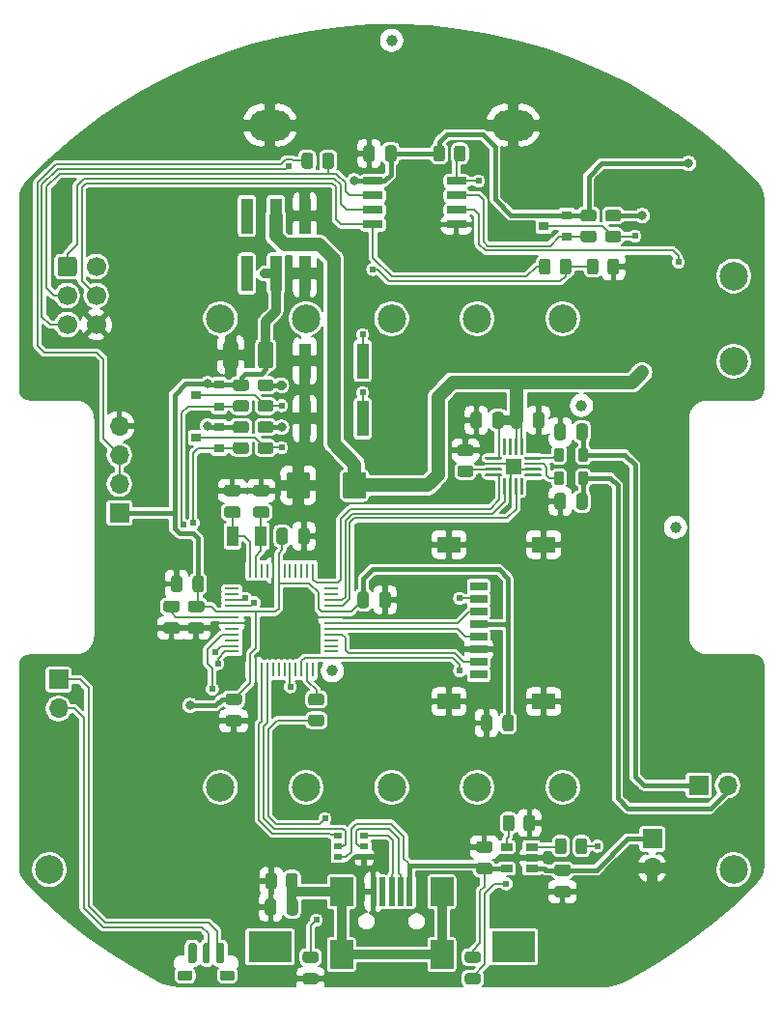
<source format=gbl>
G04 #@! TF.GenerationSoftware,KiCad,Pcbnew,5.1.12-84ad8e8a86~92~ubuntu18.04.1*
G04 #@! TF.CreationDate,2022-01-20T14:35:06+01:00*
G04 #@! TF.ProjectId,pololu-3pi+-audio-expansion,706f6c6f-6c75-42d3-9370-692b2d617564,rev?*
G04 #@! TF.SameCoordinates,Original*
G04 #@! TF.FileFunction,Copper,L2,Bot*
G04 #@! TF.FilePolarity,Positive*
%FSLAX46Y46*%
G04 Gerber Fmt 4.6, Leading zero omitted, Abs format (unit mm)*
G04 Created by KiCad (PCBNEW 5.1.12-84ad8e8a86~92~ubuntu18.04.1) date 2022-01-20 14:35:06*
%MOMM*%
%LPD*%
G01*
G04 APERTURE LIST*
G04 #@! TA.AperFunction,SMDPad,CuDef*
%ADD10C,1.000000*%
G04 #@! TD*
G04 #@! TA.AperFunction,ComponentPad*
%ADD11R,1.700000X1.700000*%
G04 #@! TD*
G04 #@! TA.AperFunction,ComponentPad*
%ADD12O,1.700000X1.700000*%
G04 #@! TD*
G04 #@! TA.AperFunction,WasherPad*
%ADD13C,2.500000*%
G04 #@! TD*
G04 #@! TA.AperFunction,ComponentPad*
%ADD14O,3.800000X2.700000*%
G04 #@! TD*
G04 #@! TA.AperFunction,ComponentPad*
%ADD15R,3.800000X2.700000*%
G04 #@! TD*
G04 #@! TA.AperFunction,SMDPad,CuDef*
%ADD16R,0.700000X0.510000*%
G04 #@! TD*
G04 #@! TA.AperFunction,SMDPad,CuDef*
%ADD17R,1.500000X0.800000*%
G04 #@! TD*
G04 #@! TA.AperFunction,SMDPad,CuDef*
%ADD18R,2.000000X1.450000*%
G04 #@! TD*
G04 #@! TA.AperFunction,SMDPad,CuDef*
%ADD19R,2.000000X2.500000*%
G04 #@! TD*
G04 #@! TA.AperFunction,SMDPad,CuDef*
%ADD20R,0.500000X2.500000*%
G04 #@! TD*
G04 #@! TA.AperFunction,SMDPad,CuDef*
%ADD21R,1.000000X3.149999*%
G04 #@! TD*
G04 #@! TA.AperFunction,SMDPad,CuDef*
%ADD22R,1.000000X3.150000*%
G04 #@! TD*
G04 #@! TA.AperFunction,ComponentPad*
%ADD23C,1.700000*%
G04 #@! TD*
G04 #@! TA.AperFunction,SMDPad,CuDef*
%ADD24R,0.900000X0.800000*%
G04 #@! TD*
G04 #@! TA.AperFunction,SMDPad,CuDef*
%ADD25R,0.250000X1.300000*%
G04 #@! TD*
G04 #@! TA.AperFunction,SMDPad,CuDef*
%ADD26R,1.300000X0.250000*%
G04 #@! TD*
G04 #@! TA.AperFunction,SMDPad,CuDef*
%ADD27R,1.450000X1.450000*%
G04 #@! TD*
G04 #@! TA.AperFunction,ComponentPad*
%ADD28C,0.600000*%
G04 #@! TD*
G04 #@! TA.AperFunction,SMDPad,CuDef*
%ADD29R,1.060000X0.650000*%
G04 #@! TD*
G04 #@! TA.AperFunction,SMDPad,CuDef*
%ADD30R,1.700000X0.650000*%
G04 #@! TD*
G04 #@! TA.AperFunction,SMDPad,CuDef*
%ADD31R,1.000000X1.800000*%
G04 #@! TD*
G04 #@! TA.AperFunction,ViaPad*
%ADD32C,0.812800*%
G04 #@! TD*
G04 #@! TA.AperFunction,ViaPad*
%ADD33C,0.609600*%
G04 #@! TD*
G04 #@! TA.AperFunction,Conductor*
%ADD34C,0.203200*%
G04 #@! TD*
G04 #@! TA.AperFunction,Conductor*
%ADD35C,0.406400*%
G04 #@! TD*
G04 #@! TA.AperFunction,Conductor*
%ADD36C,0.812800*%
G04 #@! TD*
G04 #@! TA.AperFunction,Conductor*
%ADD37C,1.219200*%
G04 #@! TD*
G04 #@! TA.AperFunction,Conductor*
%ADD38C,0.100000*%
G04 #@! TD*
G04 APERTURE END LIST*
D10*
X49657000Y-33782000D03*
X27813000Y-57023000D03*
X57912000Y-44450000D03*
X33020000Y-1778000D03*
D11*
X9144000Y-43180000D03*
D12*
X9144000Y-40640000D03*
X9144000Y-38100000D03*
X9144000Y-35560000D03*
G04 #@! TA.AperFunction,SMDPad,CuDef*
G36*
G01*
X15564000Y-83502000D02*
X15564000Y-83952000D01*
G75*
G02*
X15339000Y-84177000I-225000J0D01*
G01*
X14489000Y-84177000D01*
G75*
G02*
X14264000Y-83952000I0J225000D01*
G01*
X14264000Y-83502000D01*
G75*
G02*
X14489000Y-83277000I225000J0D01*
G01*
X15339000Y-83277000D01*
G75*
G02*
X15564000Y-83502000I0J-225000D01*
G01*
G37*
G04 #@! TD.AperFunction*
G04 #@! TA.AperFunction,SMDPad,CuDef*
G36*
G01*
X19264000Y-83502000D02*
X19264000Y-83952000D01*
G75*
G02*
X19039000Y-84177000I-225000J0D01*
G01*
X18189000Y-84177000D01*
G75*
G02*
X17964000Y-83952000I0J225000D01*
G01*
X17964000Y-83502000D01*
G75*
G02*
X18189000Y-83277000I225000J0D01*
G01*
X19039000Y-83277000D01*
G75*
G02*
X19264000Y-83502000I0J-225000D01*
G01*
G37*
G04 #@! TD.AperFunction*
G04 #@! TA.AperFunction,SMDPad,CuDef*
G36*
G01*
X17064000Y-81027000D02*
X17064000Y-82527000D01*
G75*
G02*
X16914000Y-82677000I-150000J0D01*
G01*
X16614000Y-82677000D01*
G75*
G02*
X16464000Y-82527000I0J150000D01*
G01*
X16464000Y-81027000D01*
G75*
G02*
X16614000Y-80877000I150000J0D01*
G01*
X16914000Y-80877000D01*
G75*
G02*
X17064000Y-81027000I0J-150000D01*
G01*
G37*
G04 #@! TD.AperFunction*
G04 #@! TA.AperFunction,SMDPad,CuDef*
G36*
G01*
X15914000Y-81064500D02*
X15914000Y-82489500D01*
G75*
G02*
X15726500Y-82677000I-187500J0D01*
G01*
X15351500Y-82677000D01*
G75*
G02*
X15164000Y-82489500I0J187500D01*
G01*
X15164000Y-81064500D01*
G75*
G02*
X15351500Y-80877000I187500J0D01*
G01*
X15726500Y-80877000D01*
G75*
G02*
X15914000Y-81064500I0J-187500D01*
G01*
G37*
G04 #@! TD.AperFunction*
G04 #@! TA.AperFunction,SMDPad,CuDef*
G36*
G01*
X18364000Y-81064500D02*
X18364000Y-82489500D01*
G75*
G02*
X18176500Y-82677000I-187500J0D01*
G01*
X17801500Y-82677000D01*
G75*
G02*
X17614000Y-82489500I0J187500D01*
G01*
X17614000Y-81064500D01*
G75*
G02*
X17801500Y-80877000I187500J0D01*
G01*
X18176500Y-80877000D01*
G75*
G02*
X18364000Y-81064500I0J-187500D01*
G01*
G37*
G04 #@! TD.AperFunction*
D13*
X18018760Y-26149300D03*
X25519380Y-26149300D03*
X33020000Y-26149300D03*
X40520620Y-26149300D03*
X48021240Y-26149300D03*
X63019940Y-22400260D03*
X63019940Y-29900880D03*
X3020060Y-74449940D03*
X63019940Y-74449940D03*
X48021240Y-67249040D03*
X40520620Y-67249040D03*
X33020000Y-67249040D03*
X25519380Y-67249040D03*
X18018760Y-67249040D03*
D14*
X22352000Y-9212000D03*
D15*
X22352000Y-81212000D03*
X43688000Y-81212000D03*
D14*
X43688000Y-9212000D03*
G04 #@! TA.AperFunction,SMDPad,CuDef*
G36*
G01*
X19525000Y-43614000D02*
X18575000Y-43614000D01*
G75*
G02*
X18325000Y-43364000I0J250000D01*
G01*
X18325000Y-42864000D01*
G75*
G02*
X18575000Y-42614000I250000J0D01*
G01*
X19525000Y-42614000D01*
G75*
G02*
X19775000Y-42864000I0J-250000D01*
G01*
X19775000Y-43364000D01*
G75*
G02*
X19525000Y-43614000I-250000J0D01*
G01*
G37*
G04 #@! TD.AperFunction*
G04 #@! TA.AperFunction,SMDPad,CuDef*
G36*
G01*
X19525000Y-41714000D02*
X18575000Y-41714000D01*
G75*
G02*
X18325000Y-41464000I0J250000D01*
G01*
X18325000Y-40964000D01*
G75*
G02*
X18575000Y-40714000I250000J0D01*
G01*
X19525000Y-40714000D01*
G75*
G02*
X19775000Y-40964000I0J-250000D01*
G01*
X19775000Y-41464000D01*
G75*
G02*
X19525000Y-41714000I-250000J0D01*
G01*
G37*
G04 #@! TD.AperFunction*
G04 #@! TA.AperFunction,SMDPad,CuDef*
G36*
G01*
X22065000Y-41714000D02*
X21115000Y-41714000D01*
G75*
G02*
X20865000Y-41464000I0J250000D01*
G01*
X20865000Y-40964000D01*
G75*
G02*
X21115000Y-40714000I250000J0D01*
G01*
X22065000Y-40714000D01*
G75*
G02*
X22315000Y-40964000I0J-250000D01*
G01*
X22315000Y-41464000D01*
G75*
G02*
X22065000Y-41714000I-250000J0D01*
G01*
G37*
G04 #@! TD.AperFunction*
G04 #@! TA.AperFunction,SMDPad,CuDef*
G36*
G01*
X22065000Y-43614000D02*
X21115000Y-43614000D01*
G75*
G02*
X20865000Y-43364000I0J250000D01*
G01*
X20865000Y-42864000D01*
G75*
G02*
X21115000Y-42614000I250000J0D01*
G01*
X22065000Y-42614000D01*
G75*
G02*
X22315000Y-42864000I0J-250000D01*
G01*
X22315000Y-43364000D01*
G75*
G02*
X22065000Y-43614000I-250000J0D01*
G01*
G37*
G04 #@! TD.AperFunction*
G04 #@! TA.AperFunction,SMDPad,CuDef*
G36*
G01*
X13241000Y-50874000D02*
X14191000Y-50874000D01*
G75*
G02*
X14441000Y-51124000I0J-250000D01*
G01*
X14441000Y-51624000D01*
G75*
G02*
X14191000Y-51874000I-250000J0D01*
G01*
X13241000Y-51874000D01*
G75*
G02*
X12991000Y-51624000I0J250000D01*
G01*
X12991000Y-51124000D01*
G75*
G02*
X13241000Y-50874000I250000J0D01*
G01*
G37*
G04 #@! TD.AperFunction*
G04 #@! TA.AperFunction,SMDPad,CuDef*
G36*
G01*
X13241000Y-52774000D02*
X14191000Y-52774000D01*
G75*
G02*
X14441000Y-53024000I0J-250000D01*
G01*
X14441000Y-53524000D01*
G75*
G02*
X14191000Y-53774000I-250000J0D01*
G01*
X13241000Y-53774000D01*
G75*
G02*
X12991000Y-53524000I0J250000D01*
G01*
X12991000Y-53024000D01*
G75*
G02*
X13241000Y-52774000I250000J0D01*
G01*
G37*
G04 #@! TD.AperFunction*
G04 #@! TA.AperFunction,SMDPad,CuDef*
G36*
G01*
X24834000Y-45687000D02*
X24834000Y-44737000D01*
G75*
G02*
X25084000Y-44487000I250000J0D01*
G01*
X25584000Y-44487000D01*
G75*
G02*
X25834000Y-44737000I0J-250000D01*
G01*
X25834000Y-45687000D01*
G75*
G02*
X25584000Y-45937000I-250000J0D01*
G01*
X25084000Y-45937000D01*
G75*
G02*
X24834000Y-45687000I0J250000D01*
G01*
G37*
G04 #@! TD.AperFunction*
G04 #@! TA.AperFunction,SMDPad,CuDef*
G36*
G01*
X22934000Y-45687000D02*
X22934000Y-44737000D01*
G75*
G02*
X23184000Y-44487000I250000J0D01*
G01*
X23684000Y-44487000D01*
G75*
G02*
X23934000Y-44737000I0J-250000D01*
G01*
X23934000Y-45687000D01*
G75*
G02*
X23684000Y-45937000I-250000J0D01*
G01*
X23184000Y-45937000D01*
G75*
G02*
X22934000Y-45687000I0J250000D01*
G01*
G37*
G04 #@! TD.AperFunction*
G04 #@! TA.AperFunction,SMDPad,CuDef*
G36*
G01*
X30046000Y-51275000D02*
X30046000Y-50325000D01*
G75*
G02*
X30296000Y-50075000I250000J0D01*
G01*
X30796000Y-50075000D01*
G75*
G02*
X31046000Y-50325000I0J-250000D01*
G01*
X31046000Y-51275000D01*
G75*
G02*
X30796000Y-51525000I-250000J0D01*
G01*
X30296000Y-51525000D01*
G75*
G02*
X30046000Y-51275000I0J250000D01*
G01*
G37*
G04 #@! TD.AperFunction*
G04 #@! TA.AperFunction,SMDPad,CuDef*
G36*
G01*
X31946000Y-51275000D02*
X31946000Y-50325000D01*
G75*
G02*
X32196000Y-50075000I250000J0D01*
G01*
X32696000Y-50075000D01*
G75*
G02*
X32946000Y-50325000I0J-250000D01*
G01*
X32946000Y-51275000D01*
G75*
G02*
X32696000Y-51525000I-250000J0D01*
G01*
X32196000Y-51525000D01*
G75*
G02*
X31946000Y-51275000I0J250000D01*
G01*
G37*
G04 #@! TD.AperFunction*
G04 #@! TA.AperFunction,SMDPad,CuDef*
G36*
G01*
X18702000Y-60902000D02*
X19652000Y-60902000D01*
G75*
G02*
X19902000Y-61152000I0J-250000D01*
G01*
X19902000Y-61652000D01*
G75*
G02*
X19652000Y-61902000I-250000J0D01*
G01*
X18702000Y-61902000D01*
G75*
G02*
X18452000Y-61652000I0J250000D01*
G01*
X18452000Y-61152000D01*
G75*
G02*
X18702000Y-60902000I250000J0D01*
G01*
G37*
G04 #@! TD.AperFunction*
G04 #@! TA.AperFunction,SMDPad,CuDef*
G36*
G01*
X18702000Y-59002000D02*
X19652000Y-59002000D01*
G75*
G02*
X19902000Y-59252000I0J-250000D01*
G01*
X19902000Y-59752000D01*
G75*
G02*
X19652000Y-60002000I-250000J0D01*
G01*
X18702000Y-60002000D01*
G75*
G02*
X18452000Y-59752000I0J250000D01*
G01*
X18452000Y-59252000D01*
G75*
G02*
X18702000Y-59002000I250000J0D01*
G01*
G37*
G04 #@! TD.AperFunction*
G04 #@! TA.AperFunction,SMDPad,CuDef*
G36*
G01*
X15400000Y-50874000D02*
X16350000Y-50874000D01*
G75*
G02*
X16600000Y-51124000I0J-250000D01*
G01*
X16600000Y-51624000D01*
G75*
G02*
X16350000Y-51874000I-250000J0D01*
G01*
X15400000Y-51874000D01*
G75*
G02*
X15150000Y-51624000I0J250000D01*
G01*
X15150000Y-51124000D01*
G75*
G02*
X15400000Y-50874000I250000J0D01*
G01*
G37*
G04 #@! TD.AperFunction*
G04 #@! TA.AperFunction,SMDPad,CuDef*
G36*
G01*
X15400000Y-52774000D02*
X16350000Y-52774000D01*
G75*
G02*
X16600000Y-53024000I0J-250000D01*
G01*
X16600000Y-53524000D01*
G75*
G02*
X16350000Y-53774000I-250000J0D01*
G01*
X15400000Y-53774000D01*
G75*
G02*
X15150000Y-53524000I0J250000D01*
G01*
X15150000Y-53024000D01*
G75*
G02*
X15400000Y-52774000I250000J0D01*
G01*
G37*
G04 #@! TD.AperFunction*
G04 #@! TA.AperFunction,SMDPad,CuDef*
G36*
G01*
X16563000Y-48928000D02*
X16563000Y-49878000D01*
G75*
G02*
X16313000Y-50128000I-250000J0D01*
G01*
X15813000Y-50128000D01*
G75*
G02*
X15563000Y-49878000I0J250000D01*
G01*
X15563000Y-48928000D01*
G75*
G02*
X15813000Y-48678000I250000J0D01*
G01*
X16313000Y-48678000D01*
G75*
G02*
X16563000Y-48928000I0J-250000D01*
G01*
G37*
G04 #@! TD.AperFunction*
G04 #@! TA.AperFunction,SMDPad,CuDef*
G36*
G01*
X14663000Y-48928000D02*
X14663000Y-49878000D01*
G75*
G02*
X14413000Y-50128000I-250000J0D01*
G01*
X13913000Y-50128000D01*
G75*
G02*
X13663000Y-49878000I0J250000D01*
G01*
X13663000Y-48928000D01*
G75*
G02*
X13913000Y-48678000I250000J0D01*
G01*
X14413000Y-48678000D01*
G75*
G02*
X14663000Y-48928000I0J-250000D01*
G01*
G37*
G04 #@! TD.AperFunction*
G04 #@! TA.AperFunction,SMDPad,CuDef*
G36*
G01*
X43741000Y-61120000D02*
X43741000Y-62070000D01*
G75*
G02*
X43491000Y-62320000I-250000J0D01*
G01*
X42991000Y-62320000D01*
G75*
G02*
X42741000Y-62070000I0J250000D01*
G01*
X42741000Y-61120000D01*
G75*
G02*
X42991000Y-60870000I250000J0D01*
G01*
X43491000Y-60870000D01*
G75*
G02*
X43741000Y-61120000I0J-250000D01*
G01*
G37*
G04 #@! TD.AperFunction*
G04 #@! TA.AperFunction,SMDPad,CuDef*
G36*
G01*
X41841000Y-61120000D02*
X41841000Y-62070000D01*
G75*
G02*
X41591000Y-62320000I-250000J0D01*
G01*
X41091000Y-62320000D01*
G75*
G02*
X40841000Y-62070000I0J250000D01*
G01*
X40841000Y-61120000D01*
G75*
G02*
X41091000Y-60870000I250000J0D01*
G01*
X41591000Y-60870000D01*
G75*
G02*
X41841000Y-61120000I0J-250000D01*
G01*
G37*
G04 #@! TD.AperFunction*
G04 #@! TA.AperFunction,SMDPad,CuDef*
G36*
G01*
X42852000Y-34577000D02*
X42852000Y-35527000D01*
G75*
G02*
X42602000Y-35777000I-250000J0D01*
G01*
X42102000Y-35777000D01*
G75*
G02*
X41852000Y-35527000I0J250000D01*
G01*
X41852000Y-34577000D01*
G75*
G02*
X42102000Y-34327000I250000J0D01*
G01*
X42602000Y-34327000D01*
G75*
G02*
X42852000Y-34577000I0J-250000D01*
G01*
G37*
G04 #@! TD.AperFunction*
G04 #@! TA.AperFunction,SMDPad,CuDef*
G36*
G01*
X40952000Y-34577000D02*
X40952000Y-35527000D01*
G75*
G02*
X40702000Y-35777000I-250000J0D01*
G01*
X40202000Y-35777000D01*
G75*
G02*
X39952000Y-35527000I0J250000D01*
G01*
X39952000Y-34577000D01*
G75*
G02*
X40202000Y-34327000I250000J0D01*
G01*
X40702000Y-34327000D01*
G75*
G02*
X40952000Y-34577000I0J-250000D01*
G01*
G37*
G04 #@! TD.AperFunction*
G04 #@! TA.AperFunction,SMDPad,CuDef*
G36*
G01*
X43508000Y-35527000D02*
X43508000Y-34577000D01*
G75*
G02*
X43758000Y-34327000I250000J0D01*
G01*
X44258000Y-34327000D01*
G75*
G02*
X44508000Y-34577000I0J-250000D01*
G01*
X44508000Y-35527000D01*
G75*
G02*
X44258000Y-35777000I-250000J0D01*
G01*
X43758000Y-35777000D01*
G75*
G02*
X43508000Y-35527000I0J250000D01*
G01*
G37*
G04 #@! TD.AperFunction*
G04 #@! TA.AperFunction,SMDPad,CuDef*
G36*
G01*
X45408000Y-35527000D02*
X45408000Y-34577000D01*
G75*
G02*
X45658000Y-34327000I250000J0D01*
G01*
X46158000Y-34327000D01*
G75*
G02*
X46408000Y-34577000I0J-250000D01*
G01*
X46408000Y-35527000D01*
G75*
G02*
X46158000Y-35777000I-250000J0D01*
G01*
X45658000Y-35777000D01*
G75*
G02*
X45408000Y-35527000I0J250000D01*
G01*
G37*
G04 #@! TD.AperFunction*
G04 #@! TA.AperFunction,SMDPad,CuDef*
G36*
G01*
X48318000Y-35593000D02*
X48318000Y-36543000D01*
G75*
G02*
X48068000Y-36793000I-250000J0D01*
G01*
X47568000Y-36793000D01*
G75*
G02*
X47318000Y-36543000I0J250000D01*
G01*
X47318000Y-35593000D01*
G75*
G02*
X47568000Y-35343000I250000J0D01*
G01*
X48068000Y-35343000D01*
G75*
G02*
X48318000Y-35593000I0J-250000D01*
G01*
G37*
G04 #@! TD.AperFunction*
G04 #@! TA.AperFunction,SMDPad,CuDef*
G36*
G01*
X50218000Y-35593000D02*
X50218000Y-36543000D01*
G75*
G02*
X49968000Y-36793000I-250000J0D01*
G01*
X49468000Y-36793000D01*
G75*
G02*
X49218000Y-36543000I0J250000D01*
G01*
X49218000Y-35593000D01*
G75*
G02*
X49468000Y-35343000I250000J0D01*
G01*
X49968000Y-35343000D01*
G75*
G02*
X50218000Y-35593000I0J-250000D01*
G01*
G37*
G04 #@! TD.AperFunction*
G04 #@! TA.AperFunction,SMDPad,CuDef*
G36*
G01*
X48318000Y-41689000D02*
X48318000Y-42639000D01*
G75*
G02*
X48068000Y-42889000I-250000J0D01*
G01*
X47568000Y-42889000D01*
G75*
G02*
X47318000Y-42639000I0J250000D01*
G01*
X47318000Y-41689000D01*
G75*
G02*
X47568000Y-41439000I250000J0D01*
G01*
X48068000Y-41439000D01*
G75*
G02*
X48318000Y-41689000I0J-250000D01*
G01*
G37*
G04 #@! TD.AperFunction*
G04 #@! TA.AperFunction,SMDPad,CuDef*
G36*
G01*
X50218000Y-41689000D02*
X50218000Y-42639000D01*
G75*
G02*
X49968000Y-42889000I-250000J0D01*
G01*
X49468000Y-42889000D01*
G75*
G02*
X49218000Y-42639000I0J250000D01*
G01*
X49218000Y-41689000D01*
G75*
G02*
X49468000Y-41439000I250000J0D01*
G01*
X49968000Y-41439000D01*
G75*
G02*
X50218000Y-41689000I0J-250000D01*
G01*
G37*
G04 #@! TD.AperFunction*
G04 #@! TA.AperFunction,SMDPad,CuDef*
G36*
G01*
X22918000Y-77249000D02*
X22918000Y-78199000D01*
G75*
G02*
X22668000Y-78449000I-250000J0D01*
G01*
X22168000Y-78449000D01*
G75*
G02*
X21918000Y-78199000I0J250000D01*
G01*
X21918000Y-77249000D01*
G75*
G02*
X22168000Y-76999000I250000J0D01*
G01*
X22668000Y-76999000D01*
G75*
G02*
X22918000Y-77249000I0J-250000D01*
G01*
G37*
G04 #@! TD.AperFunction*
G04 #@! TA.AperFunction,SMDPad,CuDef*
G36*
G01*
X24818000Y-77249000D02*
X24818000Y-78199000D01*
G75*
G02*
X24568000Y-78449000I-250000J0D01*
G01*
X24068000Y-78449000D01*
G75*
G02*
X23818000Y-78199000I0J250000D01*
G01*
X23818000Y-77249000D01*
G75*
G02*
X24068000Y-76999000I250000J0D01*
G01*
X24568000Y-76999000D01*
G75*
G02*
X24818000Y-77249000I0J-250000D01*
G01*
G37*
G04 #@! TD.AperFunction*
G04 #@! TA.AperFunction,SMDPad,CuDef*
G36*
G01*
X41623000Y-72956000D02*
X40673000Y-72956000D01*
G75*
G02*
X40423000Y-72706000I0J250000D01*
G01*
X40423000Y-72206000D01*
G75*
G02*
X40673000Y-71956000I250000J0D01*
G01*
X41623000Y-71956000D01*
G75*
G02*
X41873000Y-72206000I0J-250000D01*
G01*
X41873000Y-72706000D01*
G75*
G02*
X41623000Y-72956000I-250000J0D01*
G01*
G37*
G04 #@! TD.AperFunction*
G04 #@! TA.AperFunction,SMDPad,CuDef*
G36*
G01*
X41623000Y-74856000D02*
X40673000Y-74856000D01*
G75*
G02*
X40423000Y-74606000I0J250000D01*
G01*
X40423000Y-74106000D01*
G75*
G02*
X40673000Y-73856000I250000J0D01*
G01*
X41623000Y-73856000D01*
G75*
G02*
X41873000Y-74106000I0J-250000D01*
G01*
X41873000Y-74606000D01*
G75*
G02*
X41623000Y-74856000I-250000J0D01*
G01*
G37*
G04 #@! TD.AperFunction*
G04 #@! TA.AperFunction,SMDPad,CuDef*
G36*
G01*
X47531000Y-73988000D02*
X48481000Y-73988000D01*
G75*
G02*
X48731000Y-74238000I0J-250000D01*
G01*
X48731000Y-74738000D01*
G75*
G02*
X48481000Y-74988000I-250000J0D01*
G01*
X47531000Y-74988000D01*
G75*
G02*
X47281000Y-74738000I0J250000D01*
G01*
X47281000Y-74238000D01*
G75*
G02*
X47531000Y-73988000I250000J0D01*
G01*
G37*
G04 #@! TD.AperFunction*
G04 #@! TA.AperFunction,SMDPad,CuDef*
G36*
G01*
X47531000Y-75888000D02*
X48481000Y-75888000D01*
G75*
G02*
X48731000Y-76138000I0J-250000D01*
G01*
X48731000Y-76638000D01*
G75*
G02*
X48481000Y-76888000I-250000J0D01*
G01*
X47531000Y-76888000D01*
G75*
G02*
X47281000Y-76638000I0J250000D01*
G01*
X47281000Y-76138000D01*
G75*
G02*
X47531000Y-75888000I250000J0D01*
G01*
G37*
G04 #@! TD.AperFunction*
G04 #@! TA.AperFunction,SMDPad,CuDef*
G36*
G01*
X31554000Y-11209000D02*
X31554000Y-12159000D01*
G75*
G02*
X31304000Y-12409000I-250000J0D01*
G01*
X30804000Y-12409000D01*
G75*
G02*
X30554000Y-12159000I0J250000D01*
G01*
X30554000Y-11209000D01*
G75*
G02*
X30804000Y-10959000I250000J0D01*
G01*
X31304000Y-10959000D01*
G75*
G02*
X31554000Y-11209000I0J-250000D01*
G01*
G37*
G04 #@! TD.AperFunction*
G04 #@! TA.AperFunction,SMDPad,CuDef*
G36*
G01*
X33454000Y-11209000D02*
X33454000Y-12159000D01*
G75*
G02*
X33204000Y-12409000I-250000J0D01*
G01*
X32704000Y-12409000D01*
G75*
G02*
X32454000Y-12159000I0J250000D01*
G01*
X32454000Y-11209000D01*
G75*
G02*
X32704000Y-10959000I250000J0D01*
G01*
X33204000Y-10959000D01*
G75*
G02*
X33454000Y-11209000I0J-250000D01*
G01*
G37*
G04 #@! TD.AperFunction*
G04 #@! TA.AperFunction,SMDPad,CuDef*
G36*
G01*
X26364250Y-82608000D02*
X25451750Y-82608000D01*
G75*
G02*
X25208000Y-82364250I0J243750D01*
G01*
X25208000Y-81876750D01*
G75*
G02*
X25451750Y-81633000I243750J0D01*
G01*
X26364250Y-81633000D01*
G75*
G02*
X26608000Y-81876750I0J-243750D01*
G01*
X26608000Y-82364250D01*
G75*
G02*
X26364250Y-82608000I-243750J0D01*
G01*
G37*
G04 #@! TD.AperFunction*
G04 #@! TA.AperFunction,SMDPad,CuDef*
G36*
G01*
X26364250Y-84483000D02*
X25451750Y-84483000D01*
G75*
G02*
X25208000Y-84239250I0J243750D01*
G01*
X25208000Y-83751750D01*
G75*
G02*
X25451750Y-83508000I243750J0D01*
G01*
X26364250Y-83508000D01*
G75*
G02*
X26608000Y-83751750I0J-243750D01*
G01*
X26608000Y-84239250D01*
G75*
G02*
X26364250Y-84483000I-243750J0D01*
G01*
G37*
G04 #@! TD.AperFunction*
D16*
X28304000Y-73340000D03*
X28304000Y-72390000D03*
X28304000Y-71440000D03*
X30624000Y-71440000D03*
X30624000Y-72390000D03*
X30624000Y-73340000D03*
G04 #@! TA.AperFunction,SMDPad,CuDef*
G36*
G01*
X40588250Y-84483000D02*
X39675750Y-84483000D01*
G75*
G02*
X39432000Y-84239250I0J243750D01*
G01*
X39432000Y-83751750D01*
G75*
G02*
X39675750Y-83508000I243750J0D01*
G01*
X40588250Y-83508000D01*
G75*
G02*
X40832000Y-83751750I0J-243750D01*
G01*
X40832000Y-84239250D01*
G75*
G02*
X40588250Y-84483000I-243750J0D01*
G01*
G37*
G04 #@! TD.AperFunction*
G04 #@! TA.AperFunction,SMDPad,CuDef*
G36*
G01*
X40588250Y-82608000D02*
X39675750Y-82608000D01*
G75*
G02*
X39432000Y-82364250I0J243750D01*
G01*
X39432000Y-81876750D01*
G75*
G02*
X39675750Y-81633000I243750J0D01*
G01*
X40588250Y-81633000D01*
G75*
G02*
X40832000Y-81876750I0J-243750D01*
G01*
X40832000Y-82364250D01*
G75*
G02*
X40588250Y-82608000I-243750J0D01*
G01*
G37*
G04 #@! TD.AperFunction*
D17*
X40652000Y-49632000D03*
X40652000Y-50732000D03*
X40652000Y-51832000D03*
X40652000Y-52932000D03*
X40652000Y-54032000D03*
X40652000Y-55132000D03*
X40652000Y-56232000D03*
X40652000Y-57332000D03*
D18*
X38052000Y-45957000D03*
X46352000Y-45957000D03*
X38052000Y-59707000D03*
X46352000Y-59707000D03*
D19*
X37420000Y-81894000D03*
X28620000Y-81894000D03*
X37420000Y-76394000D03*
X28620000Y-76394000D03*
D20*
X34620000Y-76394000D03*
X33820000Y-76394000D03*
X33020000Y-76394000D03*
X32220000Y-76394000D03*
X31420000Y-76394000D03*
D12*
X55880000Y-74295000D03*
D11*
X55880000Y-71755000D03*
X3810000Y-57785000D03*
D12*
X3810000Y-60325000D03*
D21*
X25400000Y-22210000D03*
X25400000Y-17160000D03*
D22*
X22860000Y-22210000D03*
X22860000Y-17160000D03*
X20320000Y-22210000D03*
X20320000Y-17160000D03*
X30480000Y-34910000D03*
X30480000Y-29860000D03*
X27940000Y-34910000D03*
X27940000Y-29860000D03*
D21*
X25400000Y-34910000D03*
X25400000Y-29860000D03*
G04 #@! TA.AperFunction,ComponentPad*
G36*
G01*
X3722000Y-22190000D02*
X3722000Y-20990000D01*
G75*
G02*
X3972000Y-20740000I250000J0D01*
G01*
X5172000Y-20740000D01*
G75*
G02*
X5422000Y-20990000I0J-250000D01*
G01*
X5422000Y-22190000D01*
G75*
G02*
X5172000Y-22440000I-250000J0D01*
G01*
X3972000Y-22440000D01*
G75*
G02*
X3722000Y-22190000I0J250000D01*
G01*
G37*
G04 #@! TD.AperFunction*
D23*
X4572000Y-24130000D03*
X4572000Y-26670000D03*
X7112000Y-21590000D03*
X7112000Y-24130000D03*
X7112000Y-26670000D03*
G04 #@! TA.AperFunction,SMDPad,CuDef*
G36*
G01*
X49393000Y-38481250D02*
X49393000Y-37718750D01*
G75*
G02*
X49611750Y-37500000I218750J0D01*
G01*
X50049250Y-37500000D01*
G75*
G02*
X50268000Y-37718750I0J-218750D01*
G01*
X50268000Y-38481250D01*
G75*
G02*
X50049250Y-38700000I-218750J0D01*
G01*
X49611750Y-38700000D01*
G75*
G02*
X49393000Y-38481250I0J218750D01*
G01*
G37*
G04 #@! TD.AperFunction*
G04 #@! TA.AperFunction,SMDPad,CuDef*
G36*
G01*
X47268000Y-38481250D02*
X47268000Y-37718750D01*
G75*
G02*
X47486750Y-37500000I218750J0D01*
G01*
X47924250Y-37500000D01*
G75*
G02*
X48143000Y-37718750I0J-218750D01*
G01*
X48143000Y-38481250D01*
G75*
G02*
X47924250Y-38700000I-218750J0D01*
G01*
X47486750Y-38700000D01*
G75*
G02*
X47268000Y-38481250I0J218750D01*
G01*
G37*
G04 #@! TD.AperFunction*
G04 #@! TA.AperFunction,SMDPad,CuDef*
G36*
G01*
X47268000Y-40513250D02*
X47268000Y-39750750D01*
G75*
G02*
X47486750Y-39532000I218750J0D01*
G01*
X47924250Y-39532000D01*
G75*
G02*
X48143000Y-39750750I0J-218750D01*
G01*
X48143000Y-40513250D01*
G75*
G02*
X47924250Y-40732000I-218750J0D01*
G01*
X47486750Y-40732000D01*
G75*
G02*
X47268000Y-40513250I0J218750D01*
G01*
G37*
G04 #@! TD.AperFunction*
G04 #@! TA.AperFunction,SMDPad,CuDef*
G36*
G01*
X49393000Y-40513250D02*
X49393000Y-39750750D01*
G75*
G02*
X49611750Y-39532000I218750J0D01*
G01*
X50049250Y-39532000D01*
G75*
G02*
X50268000Y-39750750I0J-218750D01*
G01*
X50268000Y-40513250D01*
G75*
G02*
X50049250Y-40732000I-218750J0D01*
G01*
X49611750Y-40732000D01*
G75*
G02*
X49393000Y-40513250I0J218750D01*
G01*
G37*
G04 #@! TD.AperFunction*
D11*
X59944000Y-67056000D03*
D12*
X62484000Y-67056000D03*
D24*
X17891000Y-35626000D03*
X17891000Y-37526000D03*
X15891000Y-36576000D03*
X17891000Y-31943000D03*
X17891000Y-33843000D03*
X15891000Y-32893000D03*
X46371000Y-18034000D03*
X48371000Y-18984000D03*
X48371000Y-17084000D03*
G04 #@! TA.AperFunction,SMDPad,CuDef*
G36*
G01*
X26866002Y-60052000D02*
X25965998Y-60052000D01*
G75*
G02*
X25716000Y-59802002I0J249998D01*
G01*
X25716000Y-59276998D01*
G75*
G02*
X25965998Y-59027000I249998J0D01*
G01*
X26866002Y-59027000D01*
G75*
G02*
X27116000Y-59276998I0J-249998D01*
G01*
X27116000Y-59802002D01*
G75*
G02*
X26866002Y-60052000I-249998J0D01*
G01*
G37*
G04 #@! TD.AperFunction*
G04 #@! TA.AperFunction,SMDPad,CuDef*
G36*
G01*
X26866002Y-61877000D02*
X25965998Y-61877000D01*
G75*
G02*
X25716000Y-61627002I0J249998D01*
G01*
X25716000Y-61101998D01*
G75*
G02*
X25965998Y-60852000I249998J0D01*
G01*
X26866002Y-60852000D01*
G75*
G02*
X27116000Y-61101998I0J-249998D01*
G01*
X27116000Y-61627002D01*
G75*
G02*
X26866002Y-61877000I-249998J0D01*
G01*
G37*
G04 #@! TD.AperFunction*
G04 #@! TA.AperFunction,SMDPad,CuDef*
G36*
G01*
X19361998Y-35151000D02*
X20262002Y-35151000D01*
G75*
G02*
X20512000Y-35400998I0J-249998D01*
G01*
X20512000Y-35926002D01*
G75*
G02*
X20262002Y-36176000I-249998J0D01*
G01*
X19361998Y-36176000D01*
G75*
G02*
X19112000Y-35926002I0J249998D01*
G01*
X19112000Y-35400998D01*
G75*
G02*
X19361998Y-35151000I249998J0D01*
G01*
G37*
G04 #@! TD.AperFunction*
G04 #@! TA.AperFunction,SMDPad,CuDef*
G36*
G01*
X19361998Y-36976000D02*
X20262002Y-36976000D01*
G75*
G02*
X20512000Y-37225998I0J-249998D01*
G01*
X20512000Y-37751002D01*
G75*
G02*
X20262002Y-38001000I-249998J0D01*
G01*
X19361998Y-38001000D01*
G75*
G02*
X19112000Y-37751002I0J249998D01*
G01*
X19112000Y-37225998D01*
G75*
G02*
X19361998Y-36976000I249998J0D01*
G01*
G37*
G04 #@! TD.AperFunction*
G04 #@! TA.AperFunction,SMDPad,CuDef*
G36*
G01*
X19361998Y-31468000D02*
X20262002Y-31468000D01*
G75*
G02*
X20512000Y-31717998I0J-249998D01*
G01*
X20512000Y-32243002D01*
G75*
G02*
X20262002Y-32493000I-249998J0D01*
G01*
X19361998Y-32493000D01*
G75*
G02*
X19112000Y-32243002I0J249998D01*
G01*
X19112000Y-31717998D01*
G75*
G02*
X19361998Y-31468000I249998J0D01*
G01*
G37*
G04 #@! TD.AperFunction*
G04 #@! TA.AperFunction,SMDPad,CuDef*
G36*
G01*
X19361998Y-33293000D02*
X20262002Y-33293000D01*
G75*
G02*
X20512000Y-33542998I0J-249998D01*
G01*
X20512000Y-34068002D01*
G75*
G02*
X20262002Y-34318000I-249998J0D01*
G01*
X19361998Y-34318000D01*
G75*
G02*
X19112000Y-34068002I0J249998D01*
G01*
X19112000Y-33542998D01*
G75*
G02*
X19361998Y-33293000I249998J0D01*
G01*
G37*
G04 #@! TD.AperFunction*
G04 #@! TA.AperFunction,SMDPad,CuDef*
G36*
G01*
X21520998Y-36976000D02*
X22421002Y-36976000D01*
G75*
G02*
X22671000Y-37225998I0J-249998D01*
G01*
X22671000Y-37751002D01*
G75*
G02*
X22421002Y-38001000I-249998J0D01*
G01*
X21520998Y-38001000D01*
G75*
G02*
X21271000Y-37751002I0J249998D01*
G01*
X21271000Y-37225998D01*
G75*
G02*
X21520998Y-36976000I249998J0D01*
G01*
G37*
G04 #@! TD.AperFunction*
G04 #@! TA.AperFunction,SMDPad,CuDef*
G36*
G01*
X21520998Y-35151000D02*
X22421002Y-35151000D01*
G75*
G02*
X22671000Y-35400998I0J-249998D01*
G01*
X22671000Y-35926002D01*
G75*
G02*
X22421002Y-36176000I-249998J0D01*
G01*
X21520998Y-36176000D01*
G75*
G02*
X21271000Y-35926002I0J249998D01*
G01*
X21271000Y-35400998D01*
G75*
G02*
X21520998Y-35151000I249998J0D01*
G01*
G37*
G04 #@! TD.AperFunction*
G04 #@! TA.AperFunction,SMDPad,CuDef*
G36*
G01*
X21520998Y-33293000D02*
X22421002Y-33293000D01*
G75*
G02*
X22671000Y-33542998I0J-249998D01*
G01*
X22671000Y-34068002D01*
G75*
G02*
X22421002Y-34318000I-249998J0D01*
G01*
X21520998Y-34318000D01*
G75*
G02*
X21271000Y-34068002I0J249998D01*
G01*
X21271000Y-33542998D01*
G75*
G02*
X21520998Y-33293000I249998J0D01*
G01*
G37*
G04 #@! TD.AperFunction*
G04 #@! TA.AperFunction,SMDPad,CuDef*
G36*
G01*
X21520998Y-31468000D02*
X22421002Y-31468000D01*
G75*
G02*
X22671000Y-31717998I0J-249998D01*
G01*
X22671000Y-32243002D01*
G75*
G02*
X22421002Y-32493000I-249998J0D01*
G01*
X21520998Y-32493000D01*
G75*
G02*
X21271000Y-32243002I0J249998D01*
G01*
X21271000Y-31717998D01*
G75*
G02*
X21520998Y-31468000I249998J0D01*
G01*
G37*
G04 #@! TD.AperFunction*
G04 #@! TA.AperFunction,SMDPad,CuDef*
G36*
G01*
X39947002Y-38208000D02*
X39046998Y-38208000D01*
G75*
G02*
X38797000Y-37958002I0J249998D01*
G01*
X38797000Y-37432998D01*
G75*
G02*
X39046998Y-37183000I249998J0D01*
G01*
X39947002Y-37183000D01*
G75*
G02*
X40197000Y-37432998I0J-249998D01*
G01*
X40197000Y-37958002D01*
G75*
G02*
X39947002Y-38208000I-249998J0D01*
G01*
G37*
G04 #@! TD.AperFunction*
G04 #@! TA.AperFunction,SMDPad,CuDef*
G36*
G01*
X39947002Y-40033000D02*
X39046998Y-40033000D01*
G75*
G02*
X38797000Y-39783002I0J249998D01*
G01*
X38797000Y-39257998D01*
G75*
G02*
X39046998Y-39008000I249998J0D01*
G01*
X39947002Y-39008000D01*
G75*
G02*
X40197000Y-39257998I0J-249998D01*
G01*
X40197000Y-39783002D01*
G75*
G02*
X39947002Y-40033000I-249998J0D01*
G01*
G37*
G04 #@! TD.AperFunction*
G04 #@! TA.AperFunction,SMDPad,CuDef*
G36*
G01*
X24793000Y-74987998D02*
X24793000Y-75888002D01*
G75*
G02*
X24543002Y-76138000I-249998J0D01*
G01*
X24017998Y-76138000D01*
G75*
G02*
X23768000Y-75888002I0J249998D01*
G01*
X23768000Y-74987998D01*
G75*
G02*
X24017998Y-74738000I249998J0D01*
G01*
X24543002Y-74738000D01*
G75*
G02*
X24793000Y-74987998I0J-249998D01*
G01*
G37*
G04 #@! TD.AperFunction*
G04 #@! TA.AperFunction,SMDPad,CuDef*
G36*
G01*
X22968000Y-74987998D02*
X22968000Y-75888002D01*
G75*
G02*
X22718002Y-76138000I-249998J0D01*
G01*
X22192998Y-76138000D01*
G75*
G02*
X21943000Y-75888002I0J249998D01*
G01*
X21943000Y-74987998D01*
G75*
G02*
X22192998Y-74738000I249998J0D01*
G01*
X22718002Y-74738000D01*
G75*
G02*
X22968000Y-74987998I0J-249998D01*
G01*
G37*
G04 #@! TD.AperFunction*
G04 #@! TA.AperFunction,SMDPad,CuDef*
G36*
G01*
X42771000Y-70808002D02*
X42771000Y-69907998D01*
G75*
G02*
X43020998Y-69658000I249998J0D01*
G01*
X43546002Y-69658000D01*
G75*
G02*
X43796000Y-69907998I0J-249998D01*
G01*
X43796000Y-70808002D01*
G75*
G02*
X43546002Y-71058000I-249998J0D01*
G01*
X43020998Y-71058000D01*
G75*
G02*
X42771000Y-70808002I0J249998D01*
G01*
G37*
G04 #@! TD.AperFunction*
G04 #@! TA.AperFunction,SMDPad,CuDef*
G36*
G01*
X44596000Y-70808002D02*
X44596000Y-69907998D01*
G75*
G02*
X44845998Y-69658000I249998J0D01*
G01*
X45371002Y-69658000D01*
G75*
G02*
X45621000Y-69907998I0J-249998D01*
G01*
X45621000Y-70808002D01*
G75*
G02*
X45371002Y-71058000I-249998J0D01*
G01*
X44845998Y-71058000D01*
G75*
G02*
X44596000Y-70808002I0J249998D01*
G01*
G37*
G04 #@! TD.AperFunction*
G04 #@! TA.AperFunction,SMDPad,CuDef*
G36*
G01*
X48368000Y-71939998D02*
X48368000Y-72840002D01*
G75*
G02*
X48118002Y-73090000I-249998J0D01*
G01*
X47592998Y-73090000D01*
G75*
G02*
X47343000Y-72840002I0J249998D01*
G01*
X47343000Y-71939998D01*
G75*
G02*
X47592998Y-71690000I249998J0D01*
G01*
X48118002Y-71690000D01*
G75*
G02*
X48368000Y-71939998I0J-249998D01*
G01*
G37*
G04 #@! TD.AperFunction*
G04 #@! TA.AperFunction,SMDPad,CuDef*
G36*
G01*
X50193000Y-71939998D02*
X50193000Y-72840002D01*
G75*
G02*
X49943002Y-73090000I-249998J0D01*
G01*
X49417998Y-73090000D01*
G75*
G02*
X49168000Y-72840002I0J249998D01*
G01*
X49168000Y-71939998D01*
G75*
G02*
X49417998Y-71690000I249998J0D01*
G01*
X49943002Y-71690000D01*
G75*
G02*
X50193000Y-71939998I0J-249998D01*
G01*
G37*
G04 #@! TD.AperFunction*
G04 #@! TA.AperFunction,SMDPad,CuDef*
G36*
G01*
X38500000Y-12134002D02*
X38500000Y-11233998D01*
G75*
G02*
X38749998Y-10984000I249998J0D01*
G01*
X39275002Y-10984000D01*
G75*
G02*
X39525000Y-11233998I0J-249998D01*
G01*
X39525000Y-12134002D01*
G75*
G02*
X39275002Y-12384000I-249998J0D01*
G01*
X38749998Y-12384000D01*
G75*
G02*
X38500000Y-12134002I0J249998D01*
G01*
G37*
G04 #@! TD.AperFunction*
G04 #@! TA.AperFunction,SMDPad,CuDef*
G36*
G01*
X36675000Y-12134002D02*
X36675000Y-11233998D01*
G75*
G02*
X36924998Y-10984000I249998J0D01*
G01*
X37450002Y-10984000D01*
G75*
G02*
X37700000Y-11233998I0J-249998D01*
G01*
X37700000Y-12134002D01*
G75*
G02*
X37450002Y-12384000I-249998J0D01*
G01*
X36924998Y-12384000D01*
G75*
G02*
X36675000Y-12134002I0J249998D01*
G01*
G37*
G04 #@! TD.AperFunction*
G04 #@! TA.AperFunction,SMDPad,CuDef*
G36*
G01*
X48796000Y-21139998D02*
X48796000Y-22040002D01*
G75*
G02*
X48546002Y-22290000I-249998J0D01*
G01*
X48020998Y-22290000D01*
G75*
G02*
X47771000Y-22040002I0J249998D01*
G01*
X47771000Y-21139998D01*
G75*
G02*
X48020998Y-20890000I249998J0D01*
G01*
X48546002Y-20890000D01*
G75*
G02*
X48796000Y-21139998I0J-249998D01*
G01*
G37*
G04 #@! TD.AperFunction*
G04 #@! TA.AperFunction,SMDPad,CuDef*
G36*
G01*
X46971000Y-21139998D02*
X46971000Y-22040002D01*
G75*
G02*
X46721002Y-22290000I-249998J0D01*
G01*
X46195998Y-22290000D01*
G75*
G02*
X45946000Y-22040002I0J249998D01*
G01*
X45946000Y-21139998D01*
G75*
G02*
X46195998Y-20890000I249998J0D01*
G01*
X46721002Y-20890000D01*
G75*
G02*
X46971000Y-21139998I0J-249998D01*
G01*
G37*
G04 #@! TD.AperFunction*
G04 #@! TA.AperFunction,SMDPad,CuDef*
G36*
G01*
X26943000Y-12769002D02*
X26943000Y-11868998D01*
G75*
G02*
X27192998Y-11619000I249998J0D01*
G01*
X27718002Y-11619000D01*
G75*
G02*
X27968000Y-11868998I0J-249998D01*
G01*
X27968000Y-12769002D01*
G75*
G02*
X27718002Y-13019000I-249998J0D01*
G01*
X27192998Y-13019000D01*
G75*
G02*
X26943000Y-12769002I0J249998D01*
G01*
G37*
G04 #@! TD.AperFunction*
G04 #@! TA.AperFunction,SMDPad,CuDef*
G36*
G01*
X25118000Y-12769002D02*
X25118000Y-11868998D01*
G75*
G02*
X25367998Y-11619000I249998J0D01*
G01*
X25893002Y-11619000D01*
G75*
G02*
X26143000Y-11868998I0J-249998D01*
G01*
X26143000Y-12769002D01*
G75*
G02*
X25893002Y-13019000I-249998J0D01*
G01*
X25367998Y-13019000D01*
G75*
G02*
X25118000Y-12769002I0J249998D01*
G01*
G37*
G04 #@! TD.AperFunction*
G04 #@! TA.AperFunction,SMDPad,CuDef*
G36*
G01*
X49841998Y-16609000D02*
X50742002Y-16609000D01*
G75*
G02*
X50992000Y-16858998I0J-249998D01*
G01*
X50992000Y-17384002D01*
G75*
G02*
X50742002Y-17634000I-249998J0D01*
G01*
X49841998Y-17634000D01*
G75*
G02*
X49592000Y-17384002I0J249998D01*
G01*
X49592000Y-16858998D01*
G75*
G02*
X49841998Y-16609000I249998J0D01*
G01*
G37*
G04 #@! TD.AperFunction*
G04 #@! TA.AperFunction,SMDPad,CuDef*
G36*
G01*
X49841998Y-18434000D02*
X50742002Y-18434000D01*
G75*
G02*
X50992000Y-18683998I0J-249998D01*
G01*
X50992000Y-19209002D01*
G75*
G02*
X50742002Y-19459000I-249998J0D01*
G01*
X49841998Y-19459000D01*
G75*
G02*
X49592000Y-19209002I0J249998D01*
G01*
X49592000Y-18683998D01*
G75*
G02*
X49841998Y-18434000I249998J0D01*
G01*
G37*
G04 #@! TD.AperFunction*
G04 #@! TA.AperFunction,SMDPad,CuDef*
G36*
G01*
X52000998Y-16609000D02*
X52901002Y-16609000D01*
G75*
G02*
X53151000Y-16858998I0J-249998D01*
G01*
X53151000Y-17384002D01*
G75*
G02*
X52901002Y-17634000I-249998J0D01*
G01*
X52000998Y-17634000D01*
G75*
G02*
X51751000Y-17384002I0J249998D01*
G01*
X51751000Y-16858998D01*
G75*
G02*
X52000998Y-16609000I249998J0D01*
G01*
G37*
G04 #@! TD.AperFunction*
G04 #@! TA.AperFunction,SMDPad,CuDef*
G36*
G01*
X52000998Y-18434000D02*
X52901002Y-18434000D01*
G75*
G02*
X53151000Y-18683998I0J-249998D01*
G01*
X53151000Y-19209002D01*
G75*
G02*
X52901002Y-19459000I-249998J0D01*
G01*
X52000998Y-19459000D01*
G75*
G02*
X51751000Y-19209002I0J249998D01*
G01*
X51751000Y-18683998D01*
G75*
G02*
X52000998Y-18434000I249998J0D01*
G01*
G37*
G04 #@! TD.AperFunction*
D25*
X20618000Y-48228000D03*
X21118000Y-48228000D03*
X21618000Y-48228000D03*
X22118000Y-48228000D03*
X22618000Y-48228000D03*
X23118000Y-48228000D03*
X23618000Y-48228000D03*
X24118000Y-48228000D03*
X24618000Y-48228000D03*
X25118000Y-48228000D03*
X25618000Y-48228000D03*
X26118000Y-48228000D03*
D26*
X27718000Y-49828000D03*
X27718000Y-50328000D03*
X27718000Y-50828000D03*
X27718000Y-51328000D03*
X27718000Y-51828000D03*
X27718000Y-52328000D03*
X27718000Y-52828000D03*
X27718000Y-53328000D03*
X27718000Y-53828000D03*
X27718000Y-54328000D03*
X27718000Y-54828000D03*
X27718000Y-55328000D03*
D25*
X26118000Y-56928000D03*
X25618000Y-56928000D03*
X25118000Y-56928000D03*
X24618000Y-56928000D03*
X24118000Y-56928000D03*
X23618000Y-56928000D03*
X23118000Y-56928000D03*
X22618000Y-56928000D03*
X22118000Y-56928000D03*
X21618000Y-56928000D03*
X21118000Y-56928000D03*
X20618000Y-56928000D03*
D26*
X19018000Y-55328000D03*
X19018000Y-54828000D03*
X19018000Y-54328000D03*
X19018000Y-53828000D03*
X19018000Y-53328000D03*
X19018000Y-52828000D03*
X19018000Y-52328000D03*
X19018000Y-51828000D03*
X19018000Y-51328000D03*
X19018000Y-50828000D03*
X19018000Y-50328000D03*
X19018000Y-49828000D03*
G04 #@! TA.AperFunction,SMDPad,CuDef*
G36*
G01*
X41213000Y-39928500D02*
X41213000Y-39803500D01*
G75*
G02*
X41275500Y-39741000I62500J0D01*
G01*
X42625500Y-39741000D01*
G75*
G02*
X42688000Y-39803500I0J-62500D01*
G01*
X42688000Y-39928500D01*
G75*
G02*
X42625500Y-39991000I-62500J0D01*
G01*
X41275500Y-39991000D01*
G75*
G02*
X41213000Y-39928500I0J62500D01*
G01*
G37*
G04 #@! TD.AperFunction*
G04 #@! TA.AperFunction,SMDPad,CuDef*
G36*
G01*
X41213000Y-39428500D02*
X41213000Y-39303500D01*
G75*
G02*
X41275500Y-39241000I62500J0D01*
G01*
X42625500Y-39241000D01*
G75*
G02*
X42688000Y-39303500I0J-62500D01*
G01*
X42688000Y-39428500D01*
G75*
G02*
X42625500Y-39491000I-62500J0D01*
G01*
X41275500Y-39491000D01*
G75*
G02*
X41213000Y-39428500I0J62500D01*
G01*
G37*
G04 #@! TD.AperFunction*
G04 #@! TA.AperFunction,SMDPad,CuDef*
G36*
G01*
X41213000Y-38928500D02*
X41213000Y-38803500D01*
G75*
G02*
X41275500Y-38741000I62500J0D01*
G01*
X42625500Y-38741000D01*
G75*
G02*
X42688000Y-38803500I0J-62500D01*
G01*
X42688000Y-38928500D01*
G75*
G02*
X42625500Y-38991000I-62500J0D01*
G01*
X41275500Y-38991000D01*
G75*
G02*
X41213000Y-38928500I0J62500D01*
G01*
G37*
G04 #@! TD.AperFunction*
G04 #@! TA.AperFunction,SMDPad,CuDef*
G36*
G01*
X41213000Y-38428500D02*
X41213000Y-38303500D01*
G75*
G02*
X41275500Y-38241000I62500J0D01*
G01*
X42625500Y-38241000D01*
G75*
G02*
X42688000Y-38303500I0J-62500D01*
G01*
X42688000Y-38428500D01*
G75*
G02*
X42625500Y-38491000I-62500J0D01*
G01*
X41275500Y-38491000D01*
G75*
G02*
X41213000Y-38428500I0J62500D01*
G01*
G37*
G04 #@! TD.AperFunction*
G04 #@! TA.AperFunction,SMDPad,CuDef*
G36*
G01*
X42813000Y-38053500D02*
X42813000Y-36703500D01*
G75*
G02*
X42875500Y-36641000I62500J0D01*
G01*
X43000500Y-36641000D01*
G75*
G02*
X43063000Y-36703500I0J-62500D01*
G01*
X43063000Y-38053500D01*
G75*
G02*
X43000500Y-38116000I-62500J0D01*
G01*
X42875500Y-38116000D01*
G75*
G02*
X42813000Y-38053500I0J62500D01*
G01*
G37*
G04 #@! TD.AperFunction*
G04 #@! TA.AperFunction,SMDPad,CuDef*
G36*
G01*
X43313000Y-38053500D02*
X43313000Y-36703500D01*
G75*
G02*
X43375500Y-36641000I62500J0D01*
G01*
X43500500Y-36641000D01*
G75*
G02*
X43563000Y-36703500I0J-62500D01*
G01*
X43563000Y-38053500D01*
G75*
G02*
X43500500Y-38116000I-62500J0D01*
G01*
X43375500Y-38116000D01*
G75*
G02*
X43313000Y-38053500I0J62500D01*
G01*
G37*
G04 #@! TD.AperFunction*
G04 #@! TA.AperFunction,SMDPad,CuDef*
G36*
G01*
X43813000Y-38053500D02*
X43813000Y-36703500D01*
G75*
G02*
X43875500Y-36641000I62500J0D01*
G01*
X44000500Y-36641000D01*
G75*
G02*
X44063000Y-36703500I0J-62500D01*
G01*
X44063000Y-38053500D01*
G75*
G02*
X44000500Y-38116000I-62500J0D01*
G01*
X43875500Y-38116000D01*
G75*
G02*
X43813000Y-38053500I0J62500D01*
G01*
G37*
G04 #@! TD.AperFunction*
G04 #@! TA.AperFunction,SMDPad,CuDef*
G36*
G01*
X44313000Y-38053500D02*
X44313000Y-36703500D01*
G75*
G02*
X44375500Y-36641000I62500J0D01*
G01*
X44500500Y-36641000D01*
G75*
G02*
X44563000Y-36703500I0J-62500D01*
G01*
X44563000Y-38053500D01*
G75*
G02*
X44500500Y-38116000I-62500J0D01*
G01*
X44375500Y-38116000D01*
G75*
G02*
X44313000Y-38053500I0J62500D01*
G01*
G37*
G04 #@! TD.AperFunction*
G04 #@! TA.AperFunction,SMDPad,CuDef*
G36*
G01*
X44688000Y-38428500D02*
X44688000Y-38303500D01*
G75*
G02*
X44750500Y-38241000I62500J0D01*
G01*
X46100500Y-38241000D01*
G75*
G02*
X46163000Y-38303500I0J-62500D01*
G01*
X46163000Y-38428500D01*
G75*
G02*
X46100500Y-38491000I-62500J0D01*
G01*
X44750500Y-38491000D01*
G75*
G02*
X44688000Y-38428500I0J62500D01*
G01*
G37*
G04 #@! TD.AperFunction*
G04 #@! TA.AperFunction,SMDPad,CuDef*
G36*
G01*
X44688000Y-38928500D02*
X44688000Y-38803500D01*
G75*
G02*
X44750500Y-38741000I62500J0D01*
G01*
X46100500Y-38741000D01*
G75*
G02*
X46163000Y-38803500I0J-62500D01*
G01*
X46163000Y-38928500D01*
G75*
G02*
X46100500Y-38991000I-62500J0D01*
G01*
X44750500Y-38991000D01*
G75*
G02*
X44688000Y-38928500I0J62500D01*
G01*
G37*
G04 #@! TD.AperFunction*
G04 #@! TA.AperFunction,SMDPad,CuDef*
G36*
G01*
X44688000Y-39428500D02*
X44688000Y-39303500D01*
G75*
G02*
X44750500Y-39241000I62500J0D01*
G01*
X46100500Y-39241000D01*
G75*
G02*
X46163000Y-39303500I0J-62500D01*
G01*
X46163000Y-39428500D01*
G75*
G02*
X46100500Y-39491000I-62500J0D01*
G01*
X44750500Y-39491000D01*
G75*
G02*
X44688000Y-39428500I0J62500D01*
G01*
G37*
G04 #@! TD.AperFunction*
G04 #@! TA.AperFunction,SMDPad,CuDef*
G36*
G01*
X44688000Y-39928500D02*
X44688000Y-39803500D01*
G75*
G02*
X44750500Y-39741000I62500J0D01*
G01*
X46100500Y-39741000D01*
G75*
G02*
X46163000Y-39803500I0J-62500D01*
G01*
X46163000Y-39928500D01*
G75*
G02*
X46100500Y-39991000I-62500J0D01*
G01*
X44750500Y-39991000D01*
G75*
G02*
X44688000Y-39928500I0J62500D01*
G01*
G37*
G04 #@! TD.AperFunction*
G04 #@! TA.AperFunction,SMDPad,CuDef*
G36*
G01*
X44313000Y-41528500D02*
X44313000Y-40178500D01*
G75*
G02*
X44375500Y-40116000I62500J0D01*
G01*
X44500500Y-40116000D01*
G75*
G02*
X44563000Y-40178500I0J-62500D01*
G01*
X44563000Y-41528500D01*
G75*
G02*
X44500500Y-41591000I-62500J0D01*
G01*
X44375500Y-41591000D01*
G75*
G02*
X44313000Y-41528500I0J62500D01*
G01*
G37*
G04 #@! TD.AperFunction*
G04 #@! TA.AperFunction,SMDPad,CuDef*
G36*
G01*
X43813000Y-41528500D02*
X43813000Y-40178500D01*
G75*
G02*
X43875500Y-40116000I62500J0D01*
G01*
X44000500Y-40116000D01*
G75*
G02*
X44063000Y-40178500I0J-62500D01*
G01*
X44063000Y-41528500D01*
G75*
G02*
X44000500Y-41591000I-62500J0D01*
G01*
X43875500Y-41591000D01*
G75*
G02*
X43813000Y-41528500I0J62500D01*
G01*
G37*
G04 #@! TD.AperFunction*
G04 #@! TA.AperFunction,SMDPad,CuDef*
G36*
G01*
X43313000Y-41528500D02*
X43313000Y-40178500D01*
G75*
G02*
X43375500Y-40116000I62500J0D01*
G01*
X43500500Y-40116000D01*
G75*
G02*
X43563000Y-40178500I0J-62500D01*
G01*
X43563000Y-41528500D01*
G75*
G02*
X43500500Y-41591000I-62500J0D01*
G01*
X43375500Y-41591000D01*
G75*
G02*
X43313000Y-41528500I0J62500D01*
G01*
G37*
G04 #@! TD.AperFunction*
G04 #@! TA.AperFunction,SMDPad,CuDef*
G36*
G01*
X42813000Y-41528500D02*
X42813000Y-40178500D01*
G75*
G02*
X42875500Y-40116000I62500J0D01*
G01*
X43000500Y-40116000D01*
G75*
G02*
X43063000Y-40178500I0J-62500D01*
G01*
X43063000Y-41528500D01*
G75*
G02*
X43000500Y-41591000I-62500J0D01*
G01*
X42875500Y-41591000D01*
G75*
G02*
X42813000Y-41528500I0J62500D01*
G01*
G37*
G04 #@! TD.AperFunction*
D27*
X43688000Y-39116000D03*
D28*
X43263000Y-39541000D03*
X44113000Y-39541000D03*
X43263000Y-38691000D03*
X44113000Y-38691000D03*
D29*
X45296000Y-72456000D03*
X45296000Y-73406000D03*
X45296000Y-74356000D03*
X43096000Y-74356000D03*
X43096000Y-72456000D03*
D30*
X38702000Y-14097000D03*
X38702000Y-15367000D03*
X38702000Y-16637000D03*
X38702000Y-17907000D03*
X31402000Y-17907000D03*
X31402000Y-16637000D03*
X31402000Y-15367000D03*
X31402000Y-14097000D03*
D31*
X19070000Y-45212000D03*
X21570000Y-45212000D03*
G04 #@! TA.AperFunction,SMDPad,CuDef*
G36*
G01*
X30805000Y-39842000D02*
X30805000Y-41692000D01*
G75*
G02*
X30555000Y-41942000I-250000J0D01*
G01*
X28980000Y-41942000D01*
G75*
G02*
X28730000Y-41692000I0J250000D01*
G01*
X28730000Y-39842000D01*
G75*
G02*
X28980000Y-39592000I250000J0D01*
G01*
X30555000Y-39592000D01*
G75*
G02*
X30805000Y-39842000I0J-250000D01*
G01*
G37*
G04 #@! TD.AperFunction*
G04 #@! TA.AperFunction,SMDPad,CuDef*
G36*
G01*
X25880000Y-39841000D02*
X25880000Y-41693000D01*
G75*
G02*
X25631000Y-41942000I-249000J0D01*
G01*
X24054000Y-41942000D01*
G75*
G02*
X23805000Y-41693000I0J249000D01*
G01*
X23805000Y-39841000D01*
G75*
G02*
X24054000Y-39592000I249000J0D01*
G01*
X25631000Y-39592000D01*
G75*
G02*
X25880000Y-39841000I0J-249000D01*
G01*
G37*
G04 #@! TD.AperFunction*
G04 #@! TA.AperFunction,SMDPad,CuDef*
G36*
G01*
X22647000Y-28411998D02*
X22647000Y-30262002D01*
G75*
G02*
X22397002Y-30512000I-249998J0D01*
G01*
X21571998Y-30512000D01*
G75*
G02*
X21322000Y-30262002I0J249998D01*
G01*
X21322000Y-28411998D01*
G75*
G02*
X21571998Y-28162000I249998J0D01*
G01*
X22397002Y-28162000D01*
G75*
G02*
X22647000Y-28411998I0J-249998D01*
G01*
G37*
G04 #@! TD.AperFunction*
G04 #@! TA.AperFunction,SMDPad,CuDef*
G36*
G01*
X19572000Y-28412424D02*
X19572000Y-30261576D01*
G75*
G02*
X19321576Y-30512000I-250424J0D01*
G01*
X18497424Y-30512000D01*
G75*
G02*
X18247000Y-30261576I0J250424D01*
G01*
X18247000Y-28412424D01*
G75*
G02*
X18497424Y-28162000I250424J0D01*
G01*
X19321576Y-28162000D01*
G75*
G02*
X19572000Y-28412424I0J-250424D01*
G01*
G37*
G04 #@! TD.AperFunction*
G04 #@! TA.AperFunction,SMDPad,CuDef*
G36*
G01*
X50137000Y-22040002D02*
X50137000Y-21139998D01*
G75*
G02*
X50386998Y-20890000I249998J0D01*
G01*
X50912002Y-20890000D01*
G75*
G02*
X51162000Y-21139998I0J-249998D01*
G01*
X51162000Y-22040002D01*
G75*
G02*
X50912002Y-22290000I-249998J0D01*
G01*
X50386998Y-22290000D01*
G75*
G02*
X50137000Y-22040002I0J249998D01*
G01*
G37*
G04 #@! TD.AperFunction*
G04 #@! TA.AperFunction,SMDPad,CuDef*
G36*
G01*
X51962000Y-22040002D02*
X51962000Y-21139998D01*
G75*
G02*
X52211998Y-20890000I249998J0D01*
G01*
X52737002Y-20890000D01*
G75*
G02*
X52987000Y-21139998I0J-249998D01*
G01*
X52987000Y-22040002D01*
G75*
G02*
X52737002Y-22290000I-249998J0D01*
G01*
X52211998Y-22290000D01*
G75*
G02*
X51962000Y-22040002I0J249998D01*
G01*
G37*
G04 #@! TD.AperFunction*
D32*
X32258000Y-79756000D03*
X33782000Y-79756000D03*
X32258000Y-78613000D03*
X33782000Y-78613000D03*
D33*
X43942000Y-73406000D03*
D32*
X41148000Y-71120000D03*
X46482000Y-70358000D03*
X54102000Y-72771000D03*
X54102000Y-73787000D03*
X54102000Y-74803000D03*
X53086000Y-75819000D03*
X54102000Y-75819000D03*
X20955000Y-75438000D03*
X12827000Y-49403000D03*
X15875000Y-54610000D03*
X13716000Y-54610000D03*
X17462500Y-53276500D03*
X20701000Y-59309000D03*
X33782000Y-50800000D03*
X26670000Y-45212000D03*
X45910500Y-37084000D03*
X40449500Y-33464500D03*
X41427400Y-37058600D03*
X21590000Y-39751000D03*
X19050000Y-39624000D03*
X26924000Y-18288000D03*
X26924000Y-17145000D03*
X26924000Y-16002000D03*
D33*
X26670000Y-30226000D03*
D32*
X27051000Y-40767000D03*
X24892000Y-38481000D03*
X31051500Y-10033000D03*
X38709600Y-19100800D03*
X59817000Y-30861000D03*
X60452000Y-23749000D03*
X53086000Y-74803000D03*
D33*
X46736000Y-73406000D03*
X43180000Y-73406000D03*
X44196000Y-72390000D03*
X44196000Y-74422000D03*
D32*
X30353000Y-76390500D03*
X32067500Y-73342500D03*
X20955000Y-77724000D03*
X2032000Y-65532000D03*
X2032000Y-66802000D03*
X42291000Y-55118000D03*
X40005000Y-61595000D03*
X39116000Y-35052000D03*
X25908000Y-38481000D03*
X27051000Y-38481000D03*
X27051000Y-39624000D03*
X27051000Y-41910000D03*
D33*
X26670000Y-29464000D03*
D32*
X23749000Y-29464000D03*
X23749000Y-30607000D03*
D33*
X26670000Y-34544000D03*
X26670000Y-35306000D03*
X26670000Y-21844000D03*
X26670000Y-22606000D03*
X24003000Y-21844000D03*
X24003000Y-22606000D03*
X24130000Y-17526000D03*
X24130000Y-16764000D03*
X22352000Y-46672500D03*
D32*
X45910500Y-33464500D03*
X47815500Y-34417000D03*
X16891000Y-35560000D03*
X16891000Y-31877000D03*
X29718000Y-14097000D03*
X15341600Y-60071000D03*
X21844000Y-22225000D03*
X59055000Y-12573000D03*
X54991000Y-17145000D03*
X23368000Y-35687000D03*
X23368000Y-32004000D03*
X27940000Y-32385000D03*
X54991000Y-30861000D03*
D33*
X27178000Y-69977000D03*
X26416000Y-78867000D03*
X51054000Y-72390000D03*
X43053000Y-75692000D03*
X54356000Y-18923000D03*
X20193000Y-50673000D03*
X20955000Y-51054000D03*
X17297400Y-58623200D03*
X38989000Y-57023000D03*
X38989000Y-50673000D03*
X23368000Y-37465000D03*
X30480000Y-27559000D03*
X23368000Y-33782000D03*
X30480000Y-32639000D03*
X40640000Y-14097000D03*
X24003000Y-12827000D03*
X15621000Y-44069000D03*
X17780000Y-56388000D03*
X17526000Y-55372000D03*
X14732000Y-44196000D03*
X58166000Y-21209000D03*
X24130000Y-58420000D03*
X31369000Y-21844000D03*
D34*
X43438000Y-38866000D02*
X43688000Y-39116000D01*
X41950500Y-38866000D02*
X43438000Y-38866000D01*
X43438000Y-39366000D02*
X43688000Y-39116000D01*
X43438000Y-40853500D02*
X43438000Y-39366000D01*
X43938000Y-39366000D02*
X43688000Y-39116000D01*
X45425500Y-39366000D02*
X43938000Y-39366000D01*
X19070000Y-43134000D02*
X19050000Y-43114000D01*
X19070000Y-45212000D02*
X19070000Y-43134000D01*
X20618000Y-48228000D02*
X20618000Y-45764000D01*
X20066000Y-45212000D02*
X19070000Y-45212000D01*
X20618000Y-45764000D02*
X20066000Y-45212000D01*
X21570000Y-43134000D02*
X21590000Y-43114000D01*
X21570000Y-45212000D02*
X21570000Y-43134000D01*
X21118000Y-46954000D02*
X21570000Y-46502000D01*
X21118000Y-48228000D02*
X21118000Y-46954000D01*
X21570000Y-46502000D02*
X21570000Y-45212000D01*
X14351000Y-52324000D02*
X14355000Y-52328000D01*
X14355000Y-52328000D02*
X19018000Y-52328000D01*
X14097000Y-52324000D02*
X14351000Y-52324000D01*
X13716000Y-51755000D02*
X13716000Y-51943000D01*
X13716000Y-51943000D02*
X14097000Y-52324000D01*
X20618000Y-58061000D02*
X19177000Y-59502000D01*
X20618000Y-56928000D02*
X20618000Y-58061000D01*
X23118000Y-48228000D02*
X23118000Y-46732000D01*
X23434000Y-46416000D02*
X23434000Y-45212000D01*
X23118000Y-46732000D02*
X23434000Y-46416000D01*
D35*
X43021000Y-52932000D02*
X43241000Y-53152000D01*
X40652000Y-52932000D02*
X43021000Y-52932000D01*
X43241000Y-53152000D02*
X43241000Y-61595000D01*
D34*
X16063000Y-51186000D02*
X15875000Y-51374000D01*
X16063000Y-49403000D02*
X16063000Y-51186000D01*
X19018000Y-51828000D02*
X17665000Y-51828000D01*
X17211000Y-51374000D02*
X15875000Y-51374000D01*
X17665000Y-51828000D02*
X17211000Y-51374000D01*
D35*
X19774500Y-35626000D02*
X19812000Y-35663500D01*
X17891000Y-35626000D02*
X19774500Y-35626000D01*
X19774500Y-31943000D02*
X19812000Y-31980500D01*
X17891000Y-31943000D02*
X19774500Y-31943000D01*
X50254500Y-17084000D02*
X50292000Y-17121500D01*
X48371000Y-17084000D02*
X50254500Y-17084000D01*
X32954000Y-11684000D02*
X37187500Y-11684000D01*
X17891000Y-35626000D02*
X16957000Y-35626000D01*
X16957000Y-35626000D02*
X16891000Y-35560000D01*
X16957000Y-31943000D02*
X16891000Y-31877000D01*
X17891000Y-31943000D02*
X16957000Y-31943000D01*
X31402000Y-14097000D02*
X29718000Y-14097000D01*
X43241000Y-48956000D02*
X43241000Y-53152000D01*
X42418000Y-48133000D02*
X43241000Y-48956000D01*
X30546000Y-50800000D02*
X30546000Y-48956000D01*
X31369000Y-48133000D02*
X42418000Y-48133000D01*
X30546000Y-48956000D02*
X31369000Y-48133000D01*
D34*
X29518000Y-51828000D02*
X30546000Y-50800000D01*
X27718000Y-51828000D02*
X29518000Y-51828000D01*
X26619200Y-50165000D02*
X25781000Y-49326800D01*
X26619200Y-51562000D02*
X26619200Y-50165000D01*
X27718000Y-51828000D02*
X26885200Y-51828000D01*
X26885200Y-51828000D02*
X26619200Y-51562000D01*
X25781000Y-49326800D02*
X23139400Y-49326800D01*
X23139400Y-49326800D02*
X23118000Y-49305400D01*
X23118000Y-48228000D02*
X23118000Y-49195800D01*
X23118000Y-49195800D02*
X23118000Y-49305400D01*
X23118000Y-51532600D02*
X23118000Y-49195800D01*
X22822600Y-51828000D02*
X23118000Y-51532600D01*
X21094000Y-51828000D02*
X22822600Y-51828000D01*
X21094000Y-55029800D02*
X21094000Y-51828000D01*
X20618000Y-56928000D02*
X20618000Y-55505800D01*
X20618000Y-55505800D02*
X21094000Y-55029800D01*
X19018000Y-51828000D02*
X21094000Y-51828000D01*
D35*
X18171200Y-59502000D02*
X19177000Y-59502000D01*
X15341600Y-60071000D02*
X17602200Y-60071000D01*
X17602200Y-60071000D02*
X18171200Y-59502000D01*
X16063000Y-45425400D02*
X15595600Y-44958000D01*
X16063000Y-49403000D02*
X16063000Y-45425400D01*
X15595600Y-44958000D02*
X14401800Y-44958000D01*
X14909800Y-31877000D02*
X16891000Y-31877000D01*
X13970000Y-32816800D02*
X14909800Y-31877000D01*
X14401800Y-44958000D02*
X13970000Y-44526200D01*
X9144000Y-43180000D02*
X13970000Y-43180000D01*
X13970000Y-44526200D02*
X13970000Y-43180000D01*
X13970000Y-43180000D02*
X13970000Y-32816800D01*
D36*
X22860000Y-22210000D02*
X21859000Y-22210000D01*
X21859000Y-22210000D02*
X21844000Y-22225000D01*
X22860000Y-25527000D02*
X22860000Y-22210000D01*
X21984500Y-29337000D02*
X21984500Y-26402500D01*
X21984500Y-26402500D02*
X22860000Y-25527000D01*
D35*
X19812000Y-31369000D02*
X19812000Y-31980500D01*
X20193000Y-30988000D02*
X19812000Y-31369000D01*
X21984500Y-29337000D02*
X21984500Y-30593500D01*
X21590000Y-30988000D02*
X20193000Y-30988000D01*
X21984500Y-30593500D02*
X21590000Y-30988000D01*
X32954000Y-13553400D02*
X32954000Y-11684000D01*
X31402000Y-14097000D02*
X32410400Y-14097000D01*
X32410400Y-14097000D02*
X32954000Y-13553400D01*
X42087800Y-11099800D02*
X42087800Y-15697200D01*
X42087800Y-15697200D02*
X43474600Y-17084000D01*
X37187500Y-10691500D02*
X37871400Y-10007600D01*
X40995600Y-10007600D02*
X42087800Y-11099800D01*
X37871400Y-10007600D02*
X40995600Y-10007600D01*
X37187500Y-11684000D02*
X37187500Y-10691500D01*
X43474600Y-17084000D02*
X48371000Y-17084000D01*
X59055000Y-12573000D02*
X51409600Y-12573000D01*
X50292000Y-13690600D02*
X50292000Y-17121500D01*
X51409600Y-12573000D02*
X50292000Y-13690600D01*
X54991000Y-17145000D02*
X54967500Y-17121500D01*
X54967500Y-17121500D02*
X52451000Y-17121500D01*
X21971000Y-35663500D02*
X23344500Y-35663500D01*
X23344500Y-35663500D02*
X23368000Y-35687000D01*
X23344500Y-31980500D02*
X21971000Y-31980500D01*
D36*
X23368000Y-32004000D02*
X23344500Y-31980500D01*
X44008000Y-31816000D02*
X43942000Y-31750000D01*
D37*
X44008000Y-35052000D02*
X44008000Y-31816000D01*
D36*
X42352000Y-35052000D02*
X44008000Y-35052000D01*
D34*
X43938000Y-35122000D02*
X44008000Y-35052000D01*
X43938000Y-37378500D02*
X43938000Y-35122000D01*
X42443400Y-35143400D02*
X42352000Y-35052000D01*
X42443400Y-38354000D02*
X42443400Y-35143400D01*
X42431400Y-38366000D02*
X42443400Y-38354000D01*
X41950500Y-38366000D02*
X42431400Y-38366000D01*
D37*
X29767500Y-38911500D02*
X29767500Y-40767000D01*
X27940000Y-37084000D02*
X29767500Y-38911500D01*
X27940000Y-34910000D02*
X27940000Y-37084000D01*
X38354000Y-31750000D02*
X43942000Y-31750000D01*
X37084000Y-33020000D02*
X38354000Y-31750000D01*
X37084000Y-39878000D02*
X37084000Y-33020000D01*
X29767500Y-40767000D02*
X36195000Y-40767000D01*
X36195000Y-40767000D02*
X37084000Y-39878000D01*
X23622000Y-19685000D02*
X22860000Y-18923000D01*
X26670000Y-19685000D02*
X23622000Y-19685000D01*
X27940000Y-29860000D02*
X27940000Y-20955000D01*
X22860000Y-18923000D02*
X22860000Y-17160000D01*
X27940000Y-20955000D02*
X26670000Y-19685000D01*
X27940000Y-32385000D02*
X27940000Y-34910000D01*
X27940000Y-29860000D02*
X27940000Y-32385000D01*
X54102000Y-31750000D02*
X43942000Y-31750000D01*
X54991000Y-30861000D02*
X54102000Y-31750000D01*
D34*
X44438000Y-37378500D02*
X44438000Y-35065400D01*
X44424600Y-35052000D02*
X44008000Y-35052000D01*
X44438000Y-35065400D02*
X44424600Y-35052000D01*
D35*
X49830500Y-36180500D02*
X49718000Y-36068000D01*
X49830500Y-38100000D02*
X49830500Y-36180500D01*
X53467000Y-38100000D02*
X49830500Y-38100000D01*
X54356000Y-66294000D02*
X54356000Y-38989000D01*
X54356000Y-38989000D02*
X53467000Y-38100000D01*
X59944000Y-67056000D02*
X55118000Y-67056000D01*
X55118000Y-67056000D02*
X54356000Y-66294000D01*
X49830500Y-42051500D02*
X49718000Y-42164000D01*
X49830500Y-40132000D02*
X49830500Y-42051500D01*
X62484000Y-67564000D02*
X62484000Y-67056000D01*
X52197000Y-40132000D02*
X52832000Y-40767000D01*
X49830500Y-40132000D02*
X52197000Y-40132000D01*
X53721000Y-69088000D02*
X60960000Y-69088000D01*
X52832000Y-68199000D02*
X53721000Y-69088000D01*
X52832000Y-40767000D02*
X52832000Y-68199000D01*
X60960000Y-69088000D02*
X62484000Y-67564000D01*
D36*
X24280500Y-77686500D02*
X24318000Y-77724000D01*
X28620000Y-76394000D02*
X28620000Y-81894000D01*
X37420000Y-76394000D02*
X37420000Y-81894000D01*
X37420000Y-81894000D02*
X28620000Y-81894000D01*
X24444000Y-76394000D02*
X24280500Y-76557500D01*
X28620000Y-76394000D02*
X24444000Y-76394000D01*
X24280500Y-75438000D02*
X24280500Y-76557500D01*
X24280500Y-76557500D02*
X24280500Y-77686500D01*
D35*
X41148000Y-74356000D02*
X43096000Y-74356000D01*
D34*
X41148000Y-75946000D02*
X41148000Y-74356000D01*
X40767000Y-80874750D02*
X40767000Y-76327000D01*
X40132000Y-82120500D02*
X40132000Y-81509750D01*
X40767000Y-76327000D02*
X41148000Y-75946000D01*
X40132000Y-81509750D02*
X40767000Y-80874750D01*
D35*
X34620000Y-75108000D02*
X34620000Y-76394000D01*
X34620000Y-74066400D02*
X34620000Y-75108000D01*
X41148000Y-74356000D02*
X40858400Y-74066400D01*
X40858400Y-74066400D02*
X34620000Y-74066400D01*
D34*
X34467800Y-76301800D02*
X34620000Y-76454000D01*
X34467800Y-73863200D02*
X34467800Y-76301800D01*
X34112200Y-71551800D02*
X34112200Y-73507600D01*
X28996600Y-73340000D02*
X29464000Y-72872600D01*
X28304000Y-73340000D02*
X28996600Y-73340000D01*
X34112200Y-73507600D02*
X34467800Y-73863200D01*
X29464000Y-70891400D02*
X29946600Y-70408800D01*
X29464000Y-72872600D02*
X29464000Y-70891400D01*
X29946600Y-70408800D02*
X32969200Y-70408800D01*
X32969200Y-70408800D02*
X34112200Y-71551800D01*
D35*
X53721000Y-71755000D02*
X55880000Y-71755000D01*
X48006000Y-74488000D02*
X50988000Y-74488000D01*
X50988000Y-74488000D02*
X53721000Y-71755000D01*
X46548000Y-74488000D02*
X48006000Y-74488000D01*
X45296000Y-74356000D02*
X46416000Y-74356000D01*
X46416000Y-74356000D02*
X46548000Y-74488000D01*
D34*
X25908000Y-79375000D02*
X25908000Y-82120500D01*
X26416000Y-78867000D02*
X25908000Y-79375000D01*
X22199600Y-62128400D02*
X22963500Y-61364500D01*
X22199600Y-69773800D02*
X22199600Y-62128400D01*
X22885400Y-70459600D02*
X22199600Y-69773800D01*
X22963500Y-61364500D02*
X26416000Y-61364500D01*
X27178000Y-69977000D02*
X26695400Y-70459600D01*
X26695400Y-70459600D02*
X22885400Y-70459600D01*
X22707600Y-70866000D02*
X28778200Y-70866000D01*
X21793200Y-69951600D02*
X22707600Y-70866000D01*
X28981400Y-72186800D02*
X28778200Y-72390000D01*
X21793200Y-61899800D02*
X21793200Y-69951600D01*
X28778200Y-70866000D02*
X28981400Y-71069200D01*
X22118000Y-56928000D02*
X22118000Y-61575000D01*
X22118000Y-61575000D02*
X21793200Y-61899800D01*
X28981400Y-71069200D02*
X28981400Y-72186800D01*
X28778200Y-72390000D02*
X28304000Y-72390000D01*
X27584400Y-71272400D02*
X27711400Y-71399400D01*
X22529800Y-71272400D02*
X27584400Y-71272400D01*
X21386800Y-70129400D02*
X22529800Y-71272400D01*
X21386800Y-61671200D02*
X21386800Y-70129400D01*
X21618000Y-61440000D02*
X21386800Y-61671200D01*
X21618000Y-56928000D02*
X21618000Y-61440000D01*
X28263400Y-71399400D02*
X28304000Y-71440000D01*
X27711400Y-71399400D02*
X28263400Y-71399400D01*
X32705000Y-71440000D02*
X30624000Y-71440000D01*
X33147000Y-71882000D02*
X32705000Y-71440000D01*
X33147000Y-74803000D02*
X33147000Y-71882000D01*
X33020000Y-76394000D02*
X33020000Y-74930000D01*
X33020000Y-74930000D02*
X33147000Y-74803000D01*
X30175200Y-72390000D02*
X30624000Y-72390000D01*
X30149800Y-70866000D02*
X29946600Y-71069200D01*
X33782000Y-76356000D02*
X33782000Y-74930000D01*
X33820000Y-76394000D02*
X33782000Y-76356000D01*
X33655000Y-71755000D02*
X32766000Y-70866000D01*
X29946600Y-72161400D02*
X30175200Y-72390000D01*
X32766000Y-70866000D02*
X30149800Y-70866000D01*
X33782000Y-74930000D02*
X33655000Y-74803000D01*
X29946600Y-71069200D02*
X29946600Y-72161400D01*
X33655000Y-74803000D02*
X33655000Y-71755000D01*
X51054000Y-72390000D02*
X49680500Y-72390000D01*
X41224200Y-82727800D02*
X40132000Y-83820000D01*
X43053000Y-75692000D02*
X42062400Y-75692000D01*
X40132000Y-83820000D02*
X40132000Y-83995500D01*
X41224200Y-76530200D02*
X41224200Y-82727800D01*
X42062400Y-75692000D02*
X41224200Y-76530200D01*
X51538500Y-18034000D02*
X52451000Y-18946500D01*
X46371000Y-18034000D02*
X51538500Y-18034000D01*
X54332500Y-18946500D02*
X52451000Y-18946500D01*
X54356000Y-18923000D02*
X54332500Y-18946500D01*
X19018000Y-50828000D02*
X20038000Y-50828000D01*
X20038000Y-50828000D02*
X20193000Y-50673000D01*
X19018000Y-51328000D02*
X20681000Y-51328000D01*
X20681000Y-51328000D02*
X20955000Y-51054000D01*
X18130200Y-53828000D02*
X19018000Y-53828000D01*
X16865600Y-55092600D02*
X18130200Y-53828000D01*
X16865600Y-56388000D02*
X16865600Y-55092600D01*
X17297400Y-56819800D02*
X16865600Y-56388000D01*
X17297400Y-58623200D02*
X17297400Y-56819800D01*
X40593000Y-50673000D02*
X40652000Y-50732000D01*
X38989000Y-50673000D02*
X40593000Y-50673000D01*
X25118000Y-56162000D02*
X25118000Y-56928000D01*
X25400000Y-55880000D02*
X25118000Y-56162000D01*
X38354000Y-55880000D02*
X25400000Y-55880000D01*
X38989000Y-57023000D02*
X38989000Y-56515000D01*
X38989000Y-56515000D02*
X38354000Y-55880000D01*
X39836600Y-51832000D02*
X40652000Y-51832000D01*
X27718000Y-52828000D02*
X38840600Y-52828000D01*
X38840600Y-52828000D02*
X39836600Y-51832000D01*
X39528600Y-54032000D02*
X40652000Y-54032000D01*
X27718000Y-53328000D02*
X38824600Y-53328000D01*
X38824600Y-53328000D02*
X39528600Y-54032000D01*
X28682000Y-53828000D02*
X28956000Y-54102000D01*
X28956000Y-54102000D02*
X28956000Y-55168800D01*
X39290200Y-56232000D02*
X40652000Y-56232000D01*
X38531800Y-55473600D02*
X39290200Y-56232000D01*
X28956000Y-55168800D02*
X29260800Y-55473600D01*
X27718000Y-53828000D02*
X28682000Y-53828000D01*
X29260800Y-55473600D02*
X38531800Y-55473600D01*
X17729200Y-81517200D02*
X17989000Y-81777000D01*
X17729200Y-79883000D02*
X17729200Y-81517200D01*
X5689600Y-57785000D02*
X6451600Y-58547000D01*
X3810000Y-57785000D02*
X5689600Y-57785000D01*
X6451600Y-58547000D02*
X6451600Y-77622400D01*
X7924800Y-79095600D02*
X16941800Y-79095600D01*
X6451600Y-77622400D02*
X7924800Y-79095600D01*
X16941800Y-79095600D02*
X17729200Y-79883000D01*
X5207000Y-60325000D02*
X3810000Y-60325000D01*
X6032500Y-61150500D02*
X5207000Y-60325000D01*
X16941800Y-81599200D02*
X16941800Y-80035400D01*
X16764000Y-81777000D02*
X16941800Y-81599200D01*
X16941800Y-80035400D02*
X16408400Y-79502000D01*
X6032500Y-77787500D02*
X6032500Y-61150500D01*
X16408400Y-79502000D02*
X7747000Y-79502000D01*
X7747000Y-79502000D02*
X6032500Y-77787500D01*
X21058500Y-36576000D02*
X21971000Y-37488500D01*
X15891000Y-36576000D02*
X21058500Y-36576000D01*
X21994500Y-37465000D02*
X21971000Y-37488500D01*
X23368000Y-37465000D02*
X21994500Y-37465000D01*
X30480000Y-27559000D02*
X30480000Y-29860000D01*
X21058500Y-32893000D02*
X21971000Y-33805500D01*
X15891000Y-32893000D02*
X21058500Y-32893000D01*
X21994500Y-33782000D02*
X21971000Y-33805500D01*
X23368000Y-33782000D02*
X21994500Y-33782000D01*
X30480000Y-32639000D02*
X30480000Y-34910000D01*
X28549600Y-16129000D02*
X29057600Y-16637000D01*
X28549600Y-14427200D02*
X28549600Y-16129000D01*
X4572000Y-20472400D02*
X5435600Y-19608800D01*
X4572000Y-21590000D02*
X4572000Y-20472400D01*
X5435600Y-14478000D02*
X6045200Y-13868400D01*
X5435600Y-19608800D02*
X5435600Y-14478000D01*
X6045200Y-13868400D02*
X27990800Y-13868400D01*
X29057600Y-16637000D02*
X31402000Y-16637000D01*
X27990800Y-13868400D02*
X28549600Y-14427200D01*
X29337000Y-15367000D02*
X31402000Y-15367000D01*
X28168600Y-13462000D02*
X28956000Y-14249400D01*
X28956000Y-14986000D02*
X29337000Y-15367000D01*
X28956000Y-14249400D02*
X28956000Y-14986000D01*
X27455500Y-13438500D02*
X27432000Y-13462000D01*
X27455500Y-12319000D02*
X27455500Y-13438500D01*
X27432000Y-13462000D02*
X28168600Y-13462000D01*
X2768600Y-14605000D02*
X3911600Y-13462000D01*
X3911600Y-13462000D02*
X27432000Y-13462000D01*
X4572000Y-24130000D02*
X3403600Y-24130000D01*
X2768600Y-23495000D02*
X2768600Y-14605000D01*
X3403600Y-24130000D02*
X2768600Y-23495000D01*
X38702000Y-11994500D02*
X39012500Y-11684000D01*
X38702000Y-14097000D02*
X38702000Y-11994500D01*
X38702000Y-14097000D02*
X40640000Y-14097000D01*
X3073400Y-26670000D02*
X4572000Y-26670000D01*
X2362200Y-25958800D02*
X3073400Y-26670000D01*
X2362200Y-14427200D02*
X2362200Y-25958800D01*
X3733800Y-13055600D02*
X2362200Y-14427200D01*
X24003000Y-12827000D02*
X23774400Y-13055600D01*
X23774400Y-13055600D02*
X3733800Y-13055600D01*
X28600400Y-17907000D02*
X31402000Y-17907000D01*
X28143200Y-17449800D02*
X28600400Y-17907000D01*
X5842000Y-22860000D02*
X5842000Y-14655800D01*
X7112000Y-24130000D02*
X5842000Y-22860000D01*
X27813000Y-14274800D02*
X28143200Y-14605000D01*
X6223000Y-14274800D02*
X27813000Y-14274800D01*
X5842000Y-14655800D02*
X6223000Y-14274800D01*
X28143200Y-14605000D02*
X28143200Y-17449800D01*
X31402000Y-20835600D02*
X31402000Y-17907000D01*
X33020000Y-22453600D02*
X31402000Y-20835600D01*
X44856400Y-22453600D02*
X33020000Y-22453600D01*
X46458500Y-21590000D02*
X45720000Y-21590000D01*
X45720000Y-21590000D02*
X44856400Y-22453600D01*
X9144000Y-40640000D02*
X9144000Y-38100000D01*
X7747000Y-36703000D02*
X9144000Y-38100000D01*
X7747000Y-29718000D02*
X7747000Y-36703000D01*
X7162800Y-29133800D02*
X7747000Y-29718000D01*
X2540000Y-29133800D02*
X7162800Y-29133800D01*
X24409400Y-12319000D02*
X24282400Y-12192000D01*
X1955800Y-14249400D02*
X1955800Y-28549600D01*
X25630500Y-12319000D02*
X24409400Y-12319000D01*
X23774400Y-12192000D02*
X23317200Y-12649200D01*
X1955800Y-28549600D02*
X2540000Y-29133800D01*
X3556000Y-12649200D02*
X1955800Y-14249400D01*
X24282400Y-12192000D02*
X23774400Y-12192000D01*
X23317200Y-12649200D02*
X3556000Y-12649200D01*
X47185500Y-38366000D02*
X47451500Y-38100000D01*
X45125500Y-38366000D02*
X47185500Y-38366000D01*
X46863000Y-40132000D02*
X47451500Y-40132000D01*
X46609000Y-39878000D02*
X46863000Y-40132000D01*
X45125500Y-38866000D02*
X46308200Y-38866000D01*
X46609000Y-39166800D02*
X46609000Y-39878000D01*
X46308200Y-38866000D02*
X46609000Y-39166800D01*
X19774500Y-37526000D02*
X19812000Y-37488500D01*
X17891000Y-37526000D02*
X19774500Y-37526000D01*
X18433600Y-55328000D02*
X19018000Y-55328000D01*
X17780000Y-56388000D02*
X17780000Y-55981600D01*
X17780000Y-55981600D02*
X18433600Y-55328000D01*
X16068000Y-37526000D02*
X17891000Y-37526000D01*
X15621000Y-44069000D02*
X15621000Y-37973000D01*
X15621000Y-37973000D02*
X16068000Y-37526000D01*
X19774500Y-33843000D02*
X19812000Y-33805500D01*
X17891000Y-33843000D02*
X19774500Y-33843000D01*
X19018000Y-54828000D02*
X18070000Y-54828000D01*
X18070000Y-54828000D02*
X17526000Y-55372000D01*
X15179000Y-33843000D02*
X17891000Y-33843000D01*
X14605000Y-34417000D02*
X15179000Y-33843000D01*
X14732000Y-44196000D02*
X14605000Y-44069000D01*
X14605000Y-44069000D02*
X14605000Y-34417000D01*
X50254500Y-18984000D02*
X50292000Y-18946500D01*
X48371000Y-18984000D02*
X50254500Y-18984000D01*
X47716400Y-18984000D02*
X48371000Y-18984000D01*
X40665400Y-15367000D02*
X41071800Y-15773400D01*
X38702000Y-15367000D02*
X40665400Y-15367000D01*
X46913800Y-19786600D02*
X47716400Y-18984000D01*
X41071800Y-15773400D02*
X41071800Y-19431000D01*
X41071800Y-19431000D02*
X41427400Y-19786600D01*
X41427400Y-19786600D02*
X46913800Y-19786600D01*
X25618000Y-56928000D02*
X25618000Y-57876000D01*
X26416000Y-58674000D02*
X26416000Y-59539500D01*
X25618000Y-57876000D02*
X26416000Y-58674000D01*
X39778500Y-39366000D02*
X39624000Y-39520500D01*
X42250500Y-39366000D02*
X39778500Y-39366000D01*
X43281600Y-71526400D02*
X43281600Y-70359900D01*
X43096000Y-72456000D02*
X43096000Y-71712000D01*
X43281600Y-70359900D02*
X43283500Y-70358000D01*
X43096000Y-71712000D02*
X43281600Y-71526400D01*
X47789500Y-72456000D02*
X47855500Y-72390000D01*
X45296000Y-72456000D02*
X47789500Y-72456000D01*
X41249600Y-20193000D02*
X44018200Y-20193000D01*
X40665400Y-19608800D02*
X41249600Y-20193000D01*
X40665400Y-17043400D02*
X40665400Y-19608800D01*
X38702000Y-16637000D02*
X40259000Y-16637000D01*
X40259000Y-16637000D02*
X40665400Y-17043400D01*
X58166000Y-20701000D02*
X57658000Y-20193000D01*
X44018200Y-20193000D02*
X57658000Y-20193000D01*
X58166000Y-21209000D02*
X58166000Y-20701000D01*
X50649500Y-21590000D02*
X48283500Y-21590000D01*
X24118000Y-56928000D02*
X24118000Y-58408000D01*
X24118000Y-58408000D02*
X24130000Y-58420000D01*
X50673000Y-21613500D02*
X50649500Y-21590000D01*
X48283500Y-22404700D02*
X48283500Y-21590000D01*
X47828200Y-22860000D02*
X48283500Y-22404700D01*
X32816800Y-22860000D02*
X47828200Y-22860000D01*
X31369000Y-21844000D02*
X31800800Y-21844000D01*
X31800800Y-21844000D02*
X32816800Y-22860000D01*
X42494200Y-39866000D02*
X42250500Y-39866000D01*
X42494200Y-42011600D02*
X42494200Y-39866000D01*
X41681400Y-42824400D02*
X42494200Y-42011600D01*
X26118000Y-49003400D02*
X26416000Y-49301400D01*
X26118000Y-48228000D02*
X26118000Y-49003400D01*
X26416000Y-49301400D02*
X28295590Y-49301400D01*
X28295590Y-49301400D02*
X28549600Y-49047390D01*
X29438600Y-42824400D02*
X41681400Y-42824400D01*
X28549600Y-43713400D02*
X29438600Y-42824400D01*
X28549600Y-49047390D02*
X28549600Y-43713400D01*
X42938000Y-42152000D02*
X42938000Y-40553500D01*
X28648600Y-50828000D02*
X28956000Y-50520600D01*
X28956000Y-43891200D02*
X29616400Y-43230800D01*
X27718000Y-50828000D02*
X28648600Y-50828000D01*
X28956000Y-50520600D02*
X28956000Y-43891200D01*
X29616400Y-43230800D02*
X41859200Y-43230800D01*
X41859200Y-43230800D02*
X42938000Y-42152000D01*
X43938000Y-42828400D02*
X43938000Y-40553500D01*
X28732800Y-51328000D02*
X29362400Y-50698400D01*
X27718000Y-51328000D02*
X28732800Y-51328000D01*
X29362400Y-50698400D02*
X29362400Y-44069000D01*
X43129200Y-43637200D02*
X43938000Y-42828400D01*
X29362400Y-44069000D02*
X29794200Y-43637200D01*
X29794200Y-43637200D02*
X43129200Y-43637200D01*
X36339487Y-544866D02*
X38937497Y-819013D01*
X41514670Y-1246755D01*
X44061960Y-1826591D01*
X46570368Y-2556474D01*
X49031065Y-3433834D01*
X51435401Y-4455586D01*
X53774925Y-5618140D01*
X56041374Y-6917392D01*
X58226768Y-8348763D01*
X60323445Y-9907236D01*
X62323998Y-11587308D01*
X64223851Y-13385398D01*
X65038656Y-14226205D01*
X65299978Y-14567014D01*
X65482669Y-14936988D01*
X65590834Y-15338425D01*
X65620901Y-15701823D01*
X65620899Y-32364501D01*
X65602722Y-32549884D01*
X65554837Y-32708488D01*
X65477057Y-32854771D01*
X65372350Y-32983155D01*
X65244695Y-33088761D01*
X65098958Y-33167560D01*
X64940690Y-33216553D01*
X64756609Y-33235900D01*
X60685420Y-33235900D01*
X60667033Y-33237711D01*
X60659151Y-33237656D01*
X60653327Y-33238227D01*
X60406824Y-33264135D01*
X60369662Y-33271763D01*
X60332303Y-33278890D01*
X60326703Y-33280581D01*
X60326697Y-33280583D01*
X60089924Y-33353876D01*
X60054929Y-33368586D01*
X60019688Y-33382825D01*
X60014525Y-33385570D01*
X60014521Y-33385572D01*
X60014520Y-33385573D01*
X59796490Y-33503462D01*
X59765022Y-33524688D01*
X59733217Y-33545501D01*
X59728681Y-33549199D01*
X59537701Y-33707192D01*
X59510960Y-33734120D01*
X59483796Y-33760722D01*
X59480066Y-33765231D01*
X59323411Y-33957309D01*
X59302408Y-33988922D01*
X59280931Y-34020288D01*
X59278147Y-34025436D01*
X59161783Y-34244284D01*
X59147329Y-34279352D01*
X59132344Y-34314315D01*
X59130614Y-34319906D01*
X59058974Y-34557187D01*
X59051602Y-34594417D01*
X59043698Y-34631604D01*
X59043086Y-34637424D01*
X59018899Y-34884102D01*
X59018899Y-34884114D01*
X59016899Y-34904420D01*
X59016901Y-53995580D01*
X59018711Y-54013958D01*
X59018656Y-54021849D01*
X59019227Y-54027673D01*
X59045135Y-54274176D01*
X59052772Y-54311380D01*
X59059891Y-54348699D01*
X59061582Y-54354302D01*
X59134877Y-54591077D01*
X59149607Y-54626118D01*
X59163826Y-54661310D01*
X59166573Y-54666478D01*
X59284461Y-54884507D01*
X59305675Y-54915958D01*
X59326501Y-54947783D01*
X59330200Y-54952318D01*
X59488192Y-55143298D01*
X59515101Y-55170020D01*
X59541721Y-55197203D01*
X59546231Y-55200933D01*
X59738308Y-55357588D01*
X59769939Y-55378603D01*
X59801288Y-55400068D01*
X59806436Y-55402852D01*
X60025284Y-55519216D01*
X60060376Y-55533680D01*
X60095317Y-55548655D01*
X60100908Y-55550386D01*
X60338190Y-55622025D01*
X60375453Y-55629403D01*
X60412605Y-55637300D01*
X60418425Y-55637912D01*
X60665102Y-55662099D01*
X60665113Y-55662099D01*
X60685419Y-55664099D01*
X64749502Y-55664099D01*
X64934887Y-55682276D01*
X65093486Y-55730160D01*
X65239771Y-55807942D01*
X65368159Y-55912653D01*
X65473762Y-56040306D01*
X65552562Y-56186042D01*
X65601552Y-56344306D01*
X65620901Y-56528400D01*
X65620900Y-74114157D01*
X65578454Y-74544957D01*
X65458731Y-74940825D01*
X65264388Y-75305915D01*
X64992628Y-75638841D01*
X63098718Y-77470564D01*
X61090260Y-79194683D01*
X58983069Y-80796665D01*
X56784574Y-82270860D01*
X54500163Y-83613462D01*
X53208838Y-84294120D01*
X52572745Y-84541932D01*
X51905392Y-84660627D01*
X51645167Y-84670900D01*
X41005192Y-84670901D01*
X41013271Y-84664271D01*
X41088021Y-84573187D01*
X41143566Y-84469270D01*
X41177771Y-84356513D01*
X41189320Y-84239250D01*
X41189320Y-83751750D01*
X41177771Y-83634487D01*
X41143566Y-83521730D01*
X41120326Y-83478251D01*
X41531608Y-83066970D01*
X41549053Y-83052653D01*
X41564938Y-83033298D01*
X41606187Y-82983036D01*
X41615656Y-82965320D01*
X41648641Y-82903609D01*
X41652053Y-82892362D01*
X41718290Y-82912454D01*
X41788000Y-82919320D01*
X45588000Y-82919320D01*
X45657710Y-82912454D01*
X45724740Y-82892121D01*
X45786516Y-82859101D01*
X45840663Y-82814663D01*
X45885101Y-82760516D01*
X45918121Y-82698740D01*
X45938454Y-82631710D01*
X45945320Y-82562000D01*
X45945320Y-79862000D01*
X45938454Y-79792290D01*
X45918121Y-79725260D01*
X45885101Y-79663484D01*
X45840663Y-79609337D01*
X45786516Y-79564899D01*
X45724740Y-79531879D01*
X45657710Y-79511546D01*
X45588000Y-79504680D01*
X41788000Y-79504680D01*
X41718290Y-79511546D01*
X41681400Y-79522736D01*
X41681400Y-76888000D01*
X46668450Y-76888000D01*
X46680220Y-77007503D01*
X46715078Y-77122413D01*
X46771683Y-77228315D01*
X46847862Y-77321138D01*
X46940685Y-77397317D01*
X47046587Y-77453922D01*
X47161497Y-77488780D01*
X47281000Y-77500550D01*
X47701200Y-77497600D01*
X47853600Y-77345200D01*
X47853600Y-76540400D01*
X48158400Y-76540400D01*
X48158400Y-77345200D01*
X48310800Y-77497600D01*
X48731000Y-77500550D01*
X48850503Y-77488780D01*
X48965413Y-77453922D01*
X49071315Y-77397317D01*
X49164138Y-77321138D01*
X49240317Y-77228315D01*
X49296922Y-77122413D01*
X49331780Y-77007503D01*
X49343550Y-76888000D01*
X49340600Y-76692800D01*
X49188200Y-76540400D01*
X48158400Y-76540400D01*
X47853600Y-76540400D01*
X46823800Y-76540400D01*
X46671400Y-76692800D01*
X46668450Y-76888000D01*
X41681400Y-76888000D01*
X41681400Y-76719577D01*
X42251778Y-76149200D01*
X42576254Y-76149200D01*
X42632020Y-76204966D01*
X42740183Y-76277239D01*
X42860369Y-76327021D01*
X42987956Y-76352400D01*
X43118044Y-76352400D01*
X43245631Y-76327021D01*
X43365817Y-76277239D01*
X43473980Y-76204966D01*
X43565966Y-76112980D01*
X43638239Y-76004817D01*
X43688021Y-75884631D01*
X43713400Y-75757044D01*
X43713400Y-75626956D01*
X43688021Y-75499369D01*
X43638239Y-75379183D01*
X43565966Y-75271020D01*
X43473980Y-75179034D01*
X43365817Y-75106761D01*
X43245631Y-75056979D01*
X43151827Y-75038320D01*
X43626000Y-75038320D01*
X43695710Y-75031454D01*
X43762740Y-75011121D01*
X43824516Y-74978101D01*
X43878663Y-74933663D01*
X43923101Y-74879516D01*
X43956121Y-74817740D01*
X43976454Y-74750710D01*
X43983320Y-74681000D01*
X43983320Y-74031000D01*
X43976454Y-73961290D01*
X43956121Y-73894260D01*
X43923101Y-73832484D01*
X43878663Y-73778337D01*
X43824516Y-73733899D01*
X43819093Y-73731000D01*
X44153450Y-73731000D01*
X44165220Y-73850503D01*
X44200078Y-73965413D01*
X44256683Y-74071315D01*
X44332862Y-74164138D01*
X44408680Y-74226361D01*
X44408680Y-74681000D01*
X44415546Y-74750710D01*
X44435879Y-74817740D01*
X44468899Y-74879516D01*
X44513337Y-74933663D01*
X44567484Y-74978101D01*
X44629260Y-75011121D01*
X44696290Y-75031454D01*
X44766000Y-75038320D01*
X45826000Y-75038320D01*
X45895710Y-75031454D01*
X45962740Y-75011121D01*
X46024516Y-74978101D01*
X46078663Y-74933663D01*
X46094144Y-74914800D01*
X46187216Y-74914800D01*
X46236046Y-74954873D01*
X46333122Y-75006761D01*
X46438456Y-75038714D01*
X46520556Y-75046800D01*
X46520557Y-75046800D01*
X46547999Y-75049503D01*
X46575441Y-75046800D01*
X47010740Y-75046800D01*
X47026032Y-75075409D01*
X47101560Y-75167440D01*
X47193591Y-75242968D01*
X47258505Y-75277666D01*
X47161497Y-75287220D01*
X47046587Y-75322078D01*
X46940685Y-75378683D01*
X46847862Y-75454862D01*
X46771683Y-75547685D01*
X46715078Y-75653587D01*
X46680220Y-75768497D01*
X46668450Y-75888000D01*
X46671400Y-76083200D01*
X46823800Y-76235600D01*
X47853600Y-76235600D01*
X47853600Y-76215600D01*
X48158400Y-76215600D01*
X48158400Y-76235600D01*
X49188200Y-76235600D01*
X49340600Y-76083200D01*
X49343550Y-75888000D01*
X49331780Y-75768497D01*
X49296922Y-75653587D01*
X49240317Y-75547685D01*
X49164138Y-75454862D01*
X49071315Y-75378683D01*
X48965413Y-75322078D01*
X48850503Y-75287220D01*
X48753495Y-75277666D01*
X48818409Y-75242968D01*
X48910440Y-75167440D01*
X48985968Y-75075409D01*
X49001260Y-75046800D01*
X50960558Y-75046800D01*
X50988000Y-75049503D01*
X51015442Y-75046800D01*
X51015444Y-75046800D01*
X51097544Y-75038714D01*
X51202878Y-75006761D01*
X51299954Y-74954873D01*
X51347688Y-74915699D01*
X54558953Y-74915699D01*
X54629962Y-75048580D01*
X54800997Y-75277971D01*
X55013498Y-75469586D01*
X55259298Y-75616063D01*
X55473600Y-75544498D01*
X55473600Y-74701400D01*
X56286400Y-74701400D01*
X56286400Y-75544498D01*
X56500702Y-75616063D01*
X56746502Y-75469586D01*
X56959003Y-75277971D01*
X57130038Y-75048580D01*
X57201047Y-74915699D01*
X57122421Y-74701400D01*
X56286400Y-74701400D01*
X55473600Y-74701400D01*
X54637579Y-74701400D01*
X54558953Y-74915699D01*
X51347688Y-74915699D01*
X51385043Y-74885043D01*
X51402543Y-74863719D01*
X51974460Y-74291802D01*
X61414340Y-74291802D01*
X61414340Y-74608078D01*
X61476042Y-74918276D01*
X61597076Y-75210477D01*
X61772789Y-75473450D01*
X61996430Y-75697091D01*
X62259403Y-75872804D01*
X62551604Y-75993838D01*
X62861802Y-76055540D01*
X63178078Y-76055540D01*
X63488276Y-75993838D01*
X63780477Y-75872804D01*
X64043450Y-75697091D01*
X64267091Y-75473450D01*
X64442804Y-75210477D01*
X64563838Y-74918276D01*
X64625540Y-74608078D01*
X64625540Y-74291802D01*
X64563838Y-73981604D01*
X64442804Y-73689403D01*
X64267091Y-73426430D01*
X64043450Y-73202789D01*
X63780477Y-73027076D01*
X63488276Y-72906042D01*
X63178078Y-72844340D01*
X62861802Y-72844340D01*
X62551604Y-72906042D01*
X62259403Y-73027076D01*
X61996430Y-73202789D01*
X61772789Y-73426430D01*
X61597076Y-73689403D01*
X61476042Y-73981604D01*
X61414340Y-74291802D01*
X51974460Y-74291802D01*
X53952463Y-72313800D01*
X54672680Y-72313800D01*
X54672680Y-72605000D01*
X54679546Y-72674710D01*
X54699879Y-72741740D01*
X54732899Y-72803516D01*
X54777337Y-72857663D01*
X54831484Y-72902101D01*
X54893260Y-72935121D01*
X54960290Y-72955454D01*
X55030000Y-72962320D01*
X55473598Y-72962320D01*
X55473598Y-73045501D01*
X55259298Y-72973937D01*
X55013498Y-73120414D01*
X54800997Y-73312029D01*
X54629962Y-73541420D01*
X54558953Y-73674301D01*
X54637579Y-73888600D01*
X55473600Y-73888600D01*
X55473600Y-73868600D01*
X56286400Y-73868600D01*
X56286400Y-73888600D01*
X57122421Y-73888600D01*
X57201047Y-73674301D01*
X57130038Y-73541420D01*
X56959003Y-73312029D01*
X56746502Y-73120414D01*
X56500702Y-72973937D01*
X56286402Y-73045501D01*
X56286402Y-72962320D01*
X56730000Y-72962320D01*
X56799710Y-72955454D01*
X56866740Y-72935121D01*
X56928516Y-72902101D01*
X56982663Y-72857663D01*
X57027101Y-72803516D01*
X57060121Y-72741740D01*
X57080454Y-72674710D01*
X57087320Y-72605000D01*
X57087320Y-70905000D01*
X57080454Y-70835290D01*
X57060121Y-70768260D01*
X57027101Y-70706484D01*
X56982663Y-70652337D01*
X56928516Y-70607899D01*
X56866740Y-70574879D01*
X56799710Y-70554546D01*
X56730000Y-70547680D01*
X55030000Y-70547680D01*
X54960290Y-70554546D01*
X54893260Y-70574879D01*
X54831484Y-70607899D01*
X54777337Y-70652337D01*
X54732899Y-70706484D01*
X54699879Y-70768260D01*
X54679546Y-70835290D01*
X54672680Y-70905000D01*
X54672680Y-71196200D01*
X53748444Y-71196200D01*
X53721000Y-71193497D01*
X53611455Y-71204286D01*
X53506122Y-71236239D01*
X53409045Y-71288127D01*
X53374369Y-71316585D01*
X53323957Y-71357957D01*
X53306462Y-71379275D01*
X50756538Y-73929200D01*
X49001260Y-73929200D01*
X48985968Y-73900591D01*
X48910440Y-73808560D01*
X48818409Y-73733032D01*
X48713411Y-73676909D01*
X48599482Y-73642349D01*
X48481000Y-73630680D01*
X47531000Y-73630680D01*
X47412518Y-73642349D01*
X47298589Y-73676909D01*
X47193591Y-73733032D01*
X47101560Y-73808560D01*
X47026032Y-73900591D01*
X47010740Y-73929200D01*
X46776784Y-73929200D01*
X46727954Y-73889127D01*
X46630878Y-73837239D01*
X46525544Y-73805286D01*
X46443444Y-73797200D01*
X46443442Y-73797200D01*
X46432140Y-73796087D01*
X46438550Y-73731000D01*
X46435600Y-73710800D01*
X46283200Y-73558400D01*
X45448400Y-73558400D01*
X45448400Y-73578400D01*
X45143600Y-73578400D01*
X45143600Y-73558400D01*
X44308800Y-73558400D01*
X44156400Y-73710800D01*
X44153450Y-73731000D01*
X43819093Y-73731000D01*
X43762740Y-73700879D01*
X43695710Y-73680546D01*
X43626000Y-73673680D01*
X42566000Y-73673680D01*
X42496290Y-73680546D01*
X42429260Y-73700879D01*
X42367484Y-73733899D01*
X42313337Y-73778337D01*
X42297856Y-73797200D01*
X42143260Y-73797200D01*
X42127968Y-73768591D01*
X42052440Y-73676560D01*
X41960409Y-73601032D01*
X41895495Y-73566334D01*
X41992503Y-73556780D01*
X42107413Y-73521922D01*
X42213315Y-73465317D01*
X42306138Y-73389138D01*
X42382317Y-73296315D01*
X42438922Y-73190413D01*
X42460134Y-73120486D01*
X42496290Y-73131454D01*
X42566000Y-73138320D01*
X43626000Y-73138320D01*
X43695710Y-73131454D01*
X43762740Y-73111121D01*
X43819092Y-73081000D01*
X44153450Y-73081000D01*
X44156400Y-73101200D01*
X44308800Y-73253600D01*
X45143600Y-73253600D01*
X45143600Y-73233600D01*
X45448400Y-73233600D01*
X45448400Y-73253600D01*
X46283200Y-73253600D01*
X46435600Y-73101200D01*
X46438550Y-73081000D01*
X46426780Y-72961497D01*
X46412129Y-72913200D01*
X46992889Y-72913200D01*
X46997349Y-72958484D01*
X47031909Y-73072413D01*
X47088032Y-73177410D01*
X47163559Y-73269441D01*
X47255590Y-73344968D01*
X47360587Y-73401091D01*
X47474516Y-73435651D01*
X47592998Y-73447320D01*
X48118002Y-73447320D01*
X48236484Y-73435651D01*
X48350413Y-73401091D01*
X48455410Y-73344968D01*
X48547441Y-73269441D01*
X48622968Y-73177410D01*
X48679091Y-73072413D01*
X48713651Y-72958484D01*
X48725320Y-72840002D01*
X48725320Y-71939998D01*
X48810680Y-71939998D01*
X48810680Y-72840002D01*
X48822349Y-72958484D01*
X48856909Y-73072413D01*
X48913032Y-73177410D01*
X48988559Y-73269441D01*
X49080590Y-73344968D01*
X49185587Y-73401091D01*
X49299516Y-73435651D01*
X49417998Y-73447320D01*
X49943002Y-73447320D01*
X50061484Y-73435651D01*
X50175413Y-73401091D01*
X50280410Y-73344968D01*
X50372441Y-73269441D01*
X50447968Y-73177410D01*
X50504091Y-73072413D01*
X50538651Y-72958484D01*
X50549611Y-72847200D01*
X50577254Y-72847200D01*
X50633020Y-72902966D01*
X50741183Y-72975239D01*
X50861369Y-73025021D01*
X50988956Y-73050400D01*
X51119044Y-73050400D01*
X51246631Y-73025021D01*
X51366817Y-72975239D01*
X51474980Y-72902966D01*
X51566966Y-72810980D01*
X51639239Y-72702817D01*
X51689021Y-72582631D01*
X51714400Y-72455044D01*
X51714400Y-72324956D01*
X51689021Y-72197369D01*
X51639239Y-72077183D01*
X51566966Y-71969020D01*
X51474980Y-71877034D01*
X51366817Y-71804761D01*
X51246631Y-71754979D01*
X51119044Y-71729600D01*
X50988956Y-71729600D01*
X50861369Y-71754979D01*
X50741183Y-71804761D01*
X50633020Y-71877034D01*
X50577254Y-71932800D01*
X50549611Y-71932800D01*
X50538651Y-71821516D01*
X50504091Y-71707587D01*
X50447968Y-71602590D01*
X50372441Y-71510559D01*
X50280410Y-71435032D01*
X50175413Y-71378909D01*
X50061484Y-71344349D01*
X49943002Y-71332680D01*
X49417998Y-71332680D01*
X49299516Y-71344349D01*
X49185587Y-71378909D01*
X49080590Y-71435032D01*
X48988559Y-71510559D01*
X48913032Y-71602590D01*
X48856909Y-71707587D01*
X48822349Y-71821516D01*
X48810680Y-71939998D01*
X48725320Y-71939998D01*
X48713651Y-71821516D01*
X48679091Y-71707587D01*
X48622968Y-71602590D01*
X48547441Y-71510559D01*
X48455410Y-71435032D01*
X48350413Y-71378909D01*
X48236484Y-71344349D01*
X48118002Y-71332680D01*
X47592998Y-71332680D01*
X47474516Y-71344349D01*
X47360587Y-71378909D01*
X47255590Y-71435032D01*
X47163559Y-71510559D01*
X47088032Y-71602590D01*
X47031909Y-71707587D01*
X46997349Y-71821516D01*
X46985680Y-71939998D01*
X46985680Y-71998800D01*
X46157498Y-71998800D01*
X46156121Y-71994260D01*
X46123101Y-71932484D01*
X46078663Y-71878337D01*
X46024516Y-71833899D01*
X45962740Y-71800879D01*
X45895710Y-71780546D01*
X45826000Y-71773680D01*
X44766000Y-71773680D01*
X44696290Y-71780546D01*
X44629260Y-71800879D01*
X44567484Y-71833899D01*
X44513337Y-71878337D01*
X44468899Y-71932484D01*
X44435879Y-71994260D01*
X44415546Y-72061290D01*
X44408680Y-72131000D01*
X44408680Y-72585639D01*
X44332862Y-72647862D01*
X44256683Y-72740685D01*
X44200078Y-72846587D01*
X44165220Y-72961497D01*
X44153450Y-73081000D01*
X43819092Y-73081000D01*
X43824516Y-73078101D01*
X43878663Y-73033663D01*
X43923101Y-72979516D01*
X43956121Y-72917740D01*
X43976454Y-72850710D01*
X43983320Y-72781000D01*
X43983320Y-72131000D01*
X43976454Y-72061290D01*
X43956121Y-71994260D01*
X43923101Y-71932484D01*
X43878663Y-71878337D01*
X43824516Y-71833899D01*
X43762740Y-71800879D01*
X43695710Y-71780546D01*
X43665747Y-71777595D01*
X43706041Y-71702209D01*
X43732185Y-71616027D01*
X43738800Y-71548860D01*
X43738800Y-71548851D01*
X43741011Y-71526401D01*
X43738800Y-71503951D01*
X43738800Y-71381107D01*
X43778413Y-71369091D01*
X43883410Y-71312968D01*
X43975441Y-71237441D01*
X44003157Y-71203668D01*
X44030078Y-71292413D01*
X44086683Y-71398315D01*
X44162862Y-71491138D01*
X44255685Y-71567317D01*
X44361587Y-71623922D01*
X44476497Y-71658780D01*
X44596000Y-71670550D01*
X44803700Y-71667600D01*
X44956100Y-71515200D01*
X44956100Y-70510400D01*
X45260900Y-70510400D01*
X45260900Y-71515200D01*
X45413300Y-71667600D01*
X45621000Y-71670550D01*
X45740503Y-71658780D01*
X45855413Y-71623922D01*
X45961315Y-71567317D01*
X46054138Y-71491138D01*
X46130317Y-71398315D01*
X46186922Y-71292413D01*
X46221780Y-71177503D01*
X46233550Y-71058000D01*
X46230600Y-70662800D01*
X46078200Y-70510400D01*
X45260900Y-70510400D01*
X44956100Y-70510400D01*
X44936100Y-70510400D01*
X44936100Y-70205600D01*
X44956100Y-70205600D01*
X44956100Y-69200800D01*
X45260900Y-69200800D01*
X45260900Y-70205600D01*
X46078200Y-70205600D01*
X46230600Y-70053200D01*
X46233550Y-69658000D01*
X46221780Y-69538497D01*
X46186922Y-69423587D01*
X46130317Y-69317685D01*
X46054138Y-69224862D01*
X45961315Y-69148683D01*
X45855413Y-69092078D01*
X45740503Y-69057220D01*
X45621000Y-69045450D01*
X45413300Y-69048400D01*
X45260900Y-69200800D01*
X44956100Y-69200800D01*
X44803700Y-69048400D01*
X44596000Y-69045450D01*
X44476497Y-69057220D01*
X44361587Y-69092078D01*
X44255685Y-69148683D01*
X44162862Y-69224862D01*
X44086683Y-69317685D01*
X44030078Y-69423587D01*
X44003157Y-69512332D01*
X43975441Y-69478559D01*
X43883410Y-69403032D01*
X43778413Y-69346909D01*
X43664484Y-69312349D01*
X43546002Y-69300680D01*
X43020998Y-69300680D01*
X42902516Y-69312349D01*
X42788587Y-69346909D01*
X42683590Y-69403032D01*
X42591559Y-69478559D01*
X42516032Y-69570590D01*
X42459909Y-69675587D01*
X42425349Y-69789516D01*
X42413680Y-69907998D01*
X42413680Y-70808002D01*
X42425349Y-70926484D01*
X42459909Y-71040413D01*
X42516032Y-71145410D01*
X42591559Y-71237441D01*
X42683590Y-71312968D01*
X42788587Y-71369091D01*
X42791460Y-71369963D01*
X42788593Y-71372830D01*
X42771148Y-71387147D01*
X42756831Y-71404592D01*
X42756830Y-71404593D01*
X42714013Y-71456765D01*
X42675222Y-71529340D01*
X42671560Y-71536191D01*
X42645416Y-71622373D01*
X42644984Y-71626763D01*
X42636589Y-71712000D01*
X42638801Y-71734459D01*
X42638801Y-71773680D01*
X42566000Y-71773680D01*
X42496290Y-71780546D01*
X42460134Y-71791514D01*
X42438922Y-71721587D01*
X42382317Y-71615685D01*
X42306138Y-71522862D01*
X42213315Y-71446683D01*
X42107413Y-71390078D01*
X41992503Y-71355220D01*
X41873000Y-71343450D01*
X41452800Y-71346400D01*
X41300400Y-71498800D01*
X41300400Y-72303600D01*
X41320400Y-72303600D01*
X41320400Y-72608400D01*
X41300400Y-72608400D01*
X41300400Y-72628400D01*
X40995600Y-72628400D01*
X40995600Y-72608400D01*
X39965800Y-72608400D01*
X39813400Y-72760800D01*
X39810450Y-72956000D01*
X39822220Y-73075503D01*
X39857078Y-73190413D01*
X39913683Y-73296315D01*
X39989862Y-73389138D01*
X40082685Y-73465317D01*
X40161792Y-73507600D01*
X34758778Y-73507600D01*
X34569400Y-73318223D01*
X34569400Y-71956000D01*
X39810450Y-71956000D01*
X39813400Y-72151200D01*
X39965800Y-72303600D01*
X40995600Y-72303600D01*
X40995600Y-71498800D01*
X40843200Y-71346400D01*
X40423000Y-71343450D01*
X40303497Y-71355220D01*
X40188587Y-71390078D01*
X40082685Y-71446683D01*
X39989862Y-71522862D01*
X39913683Y-71615685D01*
X39857078Y-71721587D01*
X39822220Y-71836497D01*
X39810450Y-71956000D01*
X34569400Y-71956000D01*
X34569400Y-71574249D01*
X34571611Y-71551799D01*
X34569400Y-71529349D01*
X34569400Y-71529340D01*
X34562785Y-71462173D01*
X34536641Y-71375991D01*
X34494187Y-71296564D01*
X34437053Y-71226947D01*
X34419609Y-71212631D01*
X33308374Y-70101397D01*
X33294053Y-70083947D01*
X33224436Y-70026813D01*
X33145009Y-69984359D01*
X33058827Y-69958215D01*
X32991660Y-69951600D01*
X32991650Y-69951600D01*
X32969200Y-69949389D01*
X32946750Y-69951600D01*
X29969049Y-69951600D01*
X29946599Y-69949389D01*
X29924149Y-69951600D01*
X29924140Y-69951600D01*
X29856973Y-69958215D01*
X29770791Y-69984359D01*
X29737038Y-70002400D01*
X29691363Y-70026813D01*
X29642851Y-70066627D01*
X29621747Y-70083947D01*
X29607430Y-70101392D01*
X29156592Y-70552231D01*
X29139148Y-70566547D01*
X29132917Y-70574140D01*
X29117374Y-70558597D01*
X29103053Y-70541147D01*
X29033436Y-70484013D01*
X28954009Y-70441559D01*
X28867827Y-70415415D01*
X28800660Y-70408800D01*
X28800650Y-70408800D01*
X28778200Y-70406589D01*
X28755750Y-70408800D01*
X27680146Y-70408800D01*
X27690966Y-70397980D01*
X27763239Y-70289817D01*
X27813021Y-70169631D01*
X27838400Y-70042044D01*
X27838400Y-69911956D01*
X27813021Y-69784369D01*
X27763239Y-69664183D01*
X27690966Y-69556020D01*
X27598980Y-69464034D01*
X27490817Y-69391761D01*
X27370631Y-69341979D01*
X27243044Y-69316600D01*
X27112956Y-69316600D01*
X26985369Y-69341979D01*
X26865183Y-69391761D01*
X26757020Y-69464034D01*
X26665034Y-69556020D01*
X26592761Y-69664183D01*
X26542979Y-69784369D01*
X26517600Y-69911956D01*
X26517600Y-69990823D01*
X26506023Y-70002400D01*
X23074779Y-70002400D01*
X22656800Y-69584423D01*
X22656800Y-67090902D01*
X23913780Y-67090902D01*
X23913780Y-67407178D01*
X23975482Y-67717376D01*
X24096516Y-68009577D01*
X24272229Y-68272550D01*
X24495870Y-68496191D01*
X24758843Y-68671904D01*
X25051044Y-68792938D01*
X25361242Y-68854640D01*
X25677518Y-68854640D01*
X25987716Y-68792938D01*
X26279917Y-68671904D01*
X26542890Y-68496191D01*
X26766531Y-68272550D01*
X26942244Y-68009577D01*
X27063278Y-67717376D01*
X27124980Y-67407178D01*
X27124980Y-67090902D01*
X31414400Y-67090902D01*
X31414400Y-67407178D01*
X31476102Y-67717376D01*
X31597136Y-68009577D01*
X31772849Y-68272550D01*
X31996490Y-68496191D01*
X32259463Y-68671904D01*
X32551664Y-68792938D01*
X32861862Y-68854640D01*
X33178138Y-68854640D01*
X33488336Y-68792938D01*
X33780537Y-68671904D01*
X34043510Y-68496191D01*
X34267151Y-68272550D01*
X34442864Y-68009577D01*
X34563898Y-67717376D01*
X34625600Y-67407178D01*
X34625600Y-67090902D01*
X38915020Y-67090902D01*
X38915020Y-67407178D01*
X38976722Y-67717376D01*
X39097756Y-68009577D01*
X39273469Y-68272550D01*
X39497110Y-68496191D01*
X39760083Y-68671904D01*
X40052284Y-68792938D01*
X40362482Y-68854640D01*
X40678758Y-68854640D01*
X40988956Y-68792938D01*
X41281157Y-68671904D01*
X41544130Y-68496191D01*
X41767771Y-68272550D01*
X41943484Y-68009577D01*
X42064518Y-67717376D01*
X42126220Y-67407178D01*
X42126220Y-67090902D01*
X46415640Y-67090902D01*
X46415640Y-67407178D01*
X46477342Y-67717376D01*
X46598376Y-68009577D01*
X46774089Y-68272550D01*
X46997730Y-68496191D01*
X47260703Y-68671904D01*
X47552904Y-68792938D01*
X47863102Y-68854640D01*
X48179378Y-68854640D01*
X48489576Y-68792938D01*
X48781777Y-68671904D01*
X49044750Y-68496191D01*
X49268391Y-68272550D01*
X49444104Y-68009577D01*
X49565138Y-67717376D01*
X49626840Y-67407178D01*
X49626840Y-67090902D01*
X49565138Y-66780704D01*
X49444104Y-66488503D01*
X49268391Y-66225530D01*
X49044750Y-66001889D01*
X48781777Y-65826176D01*
X48489576Y-65705142D01*
X48179378Y-65643440D01*
X47863102Y-65643440D01*
X47552904Y-65705142D01*
X47260703Y-65826176D01*
X46997730Y-66001889D01*
X46774089Y-66225530D01*
X46598376Y-66488503D01*
X46477342Y-66780704D01*
X46415640Y-67090902D01*
X42126220Y-67090902D01*
X42064518Y-66780704D01*
X41943484Y-66488503D01*
X41767771Y-66225530D01*
X41544130Y-66001889D01*
X41281157Y-65826176D01*
X40988956Y-65705142D01*
X40678758Y-65643440D01*
X40362482Y-65643440D01*
X40052284Y-65705142D01*
X39760083Y-65826176D01*
X39497110Y-66001889D01*
X39273469Y-66225530D01*
X39097756Y-66488503D01*
X38976722Y-66780704D01*
X38915020Y-67090902D01*
X34625600Y-67090902D01*
X34563898Y-66780704D01*
X34442864Y-66488503D01*
X34267151Y-66225530D01*
X34043510Y-66001889D01*
X33780537Y-65826176D01*
X33488336Y-65705142D01*
X33178138Y-65643440D01*
X32861862Y-65643440D01*
X32551664Y-65705142D01*
X32259463Y-65826176D01*
X31996490Y-66001889D01*
X31772849Y-66225530D01*
X31597136Y-66488503D01*
X31476102Y-66780704D01*
X31414400Y-67090902D01*
X27124980Y-67090902D01*
X27063278Y-66780704D01*
X26942244Y-66488503D01*
X26766531Y-66225530D01*
X26542890Y-66001889D01*
X26279917Y-65826176D01*
X25987716Y-65705142D01*
X25677518Y-65643440D01*
X25361242Y-65643440D01*
X25051044Y-65705142D01*
X24758843Y-65826176D01*
X24495870Y-66001889D01*
X24272229Y-66225530D01*
X24096516Y-66488503D01*
X23975482Y-66780704D01*
X23913780Y-67090902D01*
X22656800Y-67090902D01*
X22656800Y-62320000D01*
X40228450Y-62320000D01*
X40240220Y-62439503D01*
X40275078Y-62554413D01*
X40331683Y-62660315D01*
X40407862Y-62753138D01*
X40500685Y-62829317D01*
X40606587Y-62885922D01*
X40721497Y-62920780D01*
X40841000Y-62932550D01*
X41036200Y-62929600D01*
X41188600Y-62777200D01*
X41188600Y-61747400D01*
X40383800Y-61747400D01*
X40231400Y-61899800D01*
X40228450Y-62320000D01*
X22656800Y-62320000D01*
X22656800Y-62317777D01*
X23152879Y-61821700D01*
X25393469Y-61821700D01*
X25404909Y-61859413D01*
X25461032Y-61964410D01*
X25536559Y-62056441D01*
X25628590Y-62131968D01*
X25733587Y-62188091D01*
X25847516Y-62222651D01*
X25965998Y-62234320D01*
X26866002Y-62234320D01*
X26984484Y-62222651D01*
X27098413Y-62188091D01*
X27203410Y-62131968D01*
X27295441Y-62056441D01*
X27370968Y-61964410D01*
X27427091Y-61859413D01*
X27461651Y-61745484D01*
X27473320Y-61627002D01*
X27473320Y-61101998D01*
X27461651Y-60983516D01*
X27427091Y-60869587D01*
X27370968Y-60764590D01*
X27295441Y-60672559D01*
X27203410Y-60597032D01*
X27098413Y-60540909D01*
X26984484Y-60506349D01*
X26866002Y-60494680D01*
X25965998Y-60494680D01*
X25847516Y-60506349D01*
X25733587Y-60540909D01*
X25628590Y-60597032D01*
X25536559Y-60672559D01*
X25461032Y-60764590D01*
X25404909Y-60869587D01*
X25393469Y-60907300D01*
X22985950Y-60907300D01*
X22963500Y-60905089D01*
X22941050Y-60907300D01*
X22941040Y-60907300D01*
X22873873Y-60913915D01*
X22807749Y-60933974D01*
X22787690Y-60940059D01*
X22708264Y-60982513D01*
X22656092Y-61025329D01*
X22656086Y-61025335D01*
X22638647Y-61039647D01*
X22624335Y-61057087D01*
X22575200Y-61106221D01*
X22575200Y-60432000D01*
X36439450Y-60432000D01*
X36451220Y-60551503D01*
X36486078Y-60666413D01*
X36542683Y-60772315D01*
X36618862Y-60865138D01*
X36711685Y-60941317D01*
X36817587Y-60997922D01*
X36932497Y-61032780D01*
X37052000Y-61044550D01*
X37747200Y-61041600D01*
X37899600Y-60889200D01*
X37899600Y-59859400D01*
X38204400Y-59859400D01*
X38204400Y-60889200D01*
X38356800Y-61041600D01*
X39052000Y-61044550D01*
X39171503Y-61032780D01*
X39286413Y-60997922D01*
X39392315Y-60941317D01*
X39479213Y-60870000D01*
X40228450Y-60870000D01*
X40231400Y-61290200D01*
X40383800Y-61442600D01*
X41188600Y-61442600D01*
X41188600Y-60412800D01*
X41036200Y-60260400D01*
X40841000Y-60257450D01*
X40721497Y-60269220D01*
X40606587Y-60304078D01*
X40500685Y-60360683D01*
X40407862Y-60436862D01*
X40331683Y-60529685D01*
X40275078Y-60635587D01*
X40240220Y-60750497D01*
X40228450Y-60870000D01*
X39479213Y-60870000D01*
X39485138Y-60865138D01*
X39561317Y-60772315D01*
X39617922Y-60666413D01*
X39652780Y-60551503D01*
X39664550Y-60432000D01*
X39661600Y-60011800D01*
X39509200Y-59859400D01*
X38204400Y-59859400D01*
X37899600Y-59859400D01*
X36594800Y-59859400D01*
X36442400Y-60011800D01*
X36439450Y-60432000D01*
X22575200Y-60432000D01*
X22575200Y-57935320D01*
X22743000Y-57935320D01*
X22812710Y-57928454D01*
X22868000Y-57911682D01*
X22923290Y-57928454D01*
X22993000Y-57935320D01*
X23243000Y-57935320D01*
X23312710Y-57928454D01*
X23368000Y-57911682D01*
X23423290Y-57928454D01*
X23493000Y-57935320D01*
X23660801Y-57935320D01*
X23660801Y-57955253D01*
X23617034Y-57999020D01*
X23544761Y-58107183D01*
X23494979Y-58227369D01*
X23469600Y-58354956D01*
X23469600Y-58485044D01*
X23494979Y-58612631D01*
X23544761Y-58732817D01*
X23617034Y-58840980D01*
X23709020Y-58932966D01*
X23817183Y-59005239D01*
X23937369Y-59055021D01*
X24064956Y-59080400D01*
X24195044Y-59080400D01*
X24322631Y-59055021D01*
X24442817Y-59005239D01*
X24550980Y-58932966D01*
X24642966Y-58840980D01*
X24715239Y-58732817D01*
X24765021Y-58612631D01*
X24790400Y-58485044D01*
X24790400Y-58354956D01*
X24765021Y-58227369D01*
X24715239Y-58107183D01*
X24642966Y-57999020D01*
X24579266Y-57935320D01*
X24743000Y-57935320D01*
X24812710Y-57928454D01*
X24868000Y-57911682D01*
X24923290Y-57928454D01*
X24993000Y-57935320D01*
X25164431Y-57935320D01*
X25167416Y-57965627D01*
X25177546Y-57999020D01*
X25193560Y-58051809D01*
X25236013Y-58131235D01*
X25265355Y-58166987D01*
X25293148Y-58200853D01*
X25310592Y-58215170D01*
X25793237Y-58697814D01*
X25733587Y-58715909D01*
X25628590Y-58772032D01*
X25536559Y-58847559D01*
X25461032Y-58939590D01*
X25404909Y-59044587D01*
X25370349Y-59158516D01*
X25358680Y-59276998D01*
X25358680Y-59802002D01*
X25370349Y-59920484D01*
X25404909Y-60034413D01*
X25461032Y-60139410D01*
X25536559Y-60231441D01*
X25628590Y-60306968D01*
X25733587Y-60363091D01*
X25847516Y-60397651D01*
X25965998Y-60409320D01*
X26866002Y-60409320D01*
X26984484Y-60397651D01*
X27098413Y-60363091D01*
X27203410Y-60306968D01*
X27295441Y-60231441D01*
X27370968Y-60139410D01*
X27427091Y-60034413D01*
X27461651Y-59920484D01*
X27473320Y-59802002D01*
X27473320Y-59276998D01*
X27461651Y-59158516D01*
X27427091Y-59044587D01*
X27393637Y-58982000D01*
X36439450Y-58982000D01*
X36442400Y-59402200D01*
X36594800Y-59554600D01*
X37899600Y-59554600D01*
X37899600Y-58524800D01*
X38204400Y-58524800D01*
X38204400Y-59554600D01*
X39509200Y-59554600D01*
X39661600Y-59402200D01*
X39664550Y-58982000D01*
X39652780Y-58862497D01*
X39617922Y-58747587D01*
X39561317Y-58641685D01*
X39485138Y-58548862D01*
X39392315Y-58472683D01*
X39286413Y-58416078D01*
X39171503Y-58381220D01*
X39052000Y-58369450D01*
X38356800Y-58372400D01*
X38204400Y-58524800D01*
X37899600Y-58524800D01*
X37747200Y-58372400D01*
X37052000Y-58369450D01*
X36932497Y-58381220D01*
X36817587Y-58416078D01*
X36711685Y-58472683D01*
X36618862Y-58548862D01*
X36542683Y-58641685D01*
X36486078Y-58747587D01*
X36451220Y-58862497D01*
X36439450Y-58982000D01*
X27393637Y-58982000D01*
X27370968Y-58939590D01*
X27295441Y-58847559D01*
X27203410Y-58772032D01*
X27098413Y-58715909D01*
X26984484Y-58681349D01*
X26875074Y-58670573D01*
X26873200Y-58651549D01*
X26873200Y-58651540D01*
X26866585Y-58584373D01*
X26840441Y-58498191D01*
X26818624Y-58457373D01*
X26797987Y-58418763D01*
X26755170Y-58366592D01*
X26740853Y-58349147D01*
X26723409Y-58334831D01*
X26316026Y-57927448D01*
X26379740Y-57908121D01*
X26441516Y-57875101D01*
X26495663Y-57830663D01*
X26540101Y-57776516D01*
X26573121Y-57714740D01*
X26593454Y-57647710D01*
X26600320Y-57578000D01*
X26600320Y-56337200D01*
X26946354Y-56337200D01*
X26836775Y-56501197D01*
X26753734Y-56701675D01*
X26711400Y-56914502D01*
X26711400Y-57131498D01*
X26753734Y-57344325D01*
X26836775Y-57544803D01*
X26957332Y-57725229D01*
X27110771Y-57878668D01*
X27291197Y-57999225D01*
X27491675Y-58082266D01*
X27704502Y-58124600D01*
X27921498Y-58124600D01*
X28134325Y-58082266D01*
X28334803Y-57999225D01*
X28515229Y-57878668D01*
X28668668Y-57725229D01*
X28789225Y-57544803D01*
X28872266Y-57344325D01*
X28914600Y-57131498D01*
X28914600Y-56914502D01*
X28872266Y-56701675D01*
X28789225Y-56501197D01*
X28679646Y-56337200D01*
X38164623Y-56337200D01*
X38457372Y-56629950D01*
X38403761Y-56710183D01*
X38353979Y-56830369D01*
X38328600Y-56957956D01*
X38328600Y-57088044D01*
X38353979Y-57215631D01*
X38403761Y-57335817D01*
X38476034Y-57443980D01*
X38568020Y-57535966D01*
X38676183Y-57608239D01*
X38796369Y-57658021D01*
X38923956Y-57683400D01*
X39054044Y-57683400D01*
X39181631Y-57658021D01*
X39301817Y-57608239D01*
X39409980Y-57535966D01*
X39501966Y-57443980D01*
X39544680Y-57380055D01*
X39544680Y-57732000D01*
X39551546Y-57801710D01*
X39571879Y-57868740D01*
X39604899Y-57930516D01*
X39649337Y-57984663D01*
X39703484Y-58029101D01*
X39765260Y-58062121D01*
X39832290Y-58082454D01*
X39902000Y-58089320D01*
X41402000Y-58089320D01*
X41471710Y-58082454D01*
X41538740Y-58062121D01*
X41600516Y-58029101D01*
X41654663Y-57984663D01*
X41699101Y-57930516D01*
X41732121Y-57868740D01*
X41752454Y-57801710D01*
X41759320Y-57732000D01*
X41759320Y-56932000D01*
X41752454Y-56862290D01*
X41732121Y-56795260D01*
X41725033Y-56782000D01*
X41732121Y-56768740D01*
X41752454Y-56701710D01*
X41759320Y-56632000D01*
X41759320Y-56027361D01*
X41835138Y-55965138D01*
X41911317Y-55872315D01*
X41967922Y-55766413D01*
X42002780Y-55651503D01*
X42014550Y-55532000D01*
X42011600Y-55436800D01*
X41859200Y-55284400D01*
X40804400Y-55284400D01*
X40804400Y-55304400D01*
X40499600Y-55304400D01*
X40499600Y-55284400D01*
X39444800Y-55284400D01*
X39292400Y-55436800D01*
X39289450Y-55532000D01*
X39295204Y-55590426D01*
X38870974Y-55166197D01*
X38856653Y-55148747D01*
X38787036Y-55091613D01*
X38707609Y-55049159D01*
X38621427Y-55023015D01*
X38554260Y-55016400D01*
X38554250Y-55016400D01*
X38531800Y-55014189D01*
X38509350Y-55016400D01*
X29450177Y-55016400D01*
X29413200Y-54979423D01*
X29413200Y-54124452D01*
X29415411Y-54102000D01*
X29413200Y-54079548D01*
X29413200Y-54079540D01*
X29406585Y-54012373D01*
X29384648Y-53940059D01*
X29380441Y-53926190D01*
X29337987Y-53846764D01*
X29295171Y-53794593D01*
X29295170Y-53794592D01*
X29287462Y-53785200D01*
X38635223Y-53785200D01*
X39189430Y-54339408D01*
X39203747Y-54356853D01*
X39221192Y-54371170D01*
X39273363Y-54413987D01*
X39290853Y-54423335D01*
X39352791Y-54456441D01*
X39357334Y-54457819D01*
X39336078Y-54497587D01*
X39301220Y-54612497D01*
X39289450Y-54732000D01*
X39292400Y-54827200D01*
X39444800Y-54979600D01*
X40499600Y-54979600D01*
X40499600Y-54959600D01*
X40804400Y-54959600D01*
X40804400Y-54979600D01*
X41859200Y-54979600D01*
X42011600Y-54827200D01*
X42014550Y-54732000D01*
X42002780Y-54612497D01*
X41967922Y-54497587D01*
X41911317Y-54391685D01*
X41835138Y-54298862D01*
X41759320Y-54236639D01*
X41759320Y-53632000D01*
X41752454Y-53562290D01*
X41732121Y-53495260D01*
X41729737Y-53490800D01*
X42682200Y-53490800D01*
X42682201Y-60599740D01*
X42653591Y-60615032D01*
X42561560Y-60690560D01*
X42486032Y-60782591D01*
X42451334Y-60847505D01*
X42441780Y-60750497D01*
X42406922Y-60635587D01*
X42350317Y-60529685D01*
X42274138Y-60436862D01*
X42181315Y-60360683D01*
X42075413Y-60304078D01*
X41960503Y-60269220D01*
X41841000Y-60257450D01*
X41645800Y-60260400D01*
X41493400Y-60412800D01*
X41493400Y-61442600D01*
X41513400Y-61442600D01*
X41513400Y-61747400D01*
X41493400Y-61747400D01*
X41493400Y-62777200D01*
X41645800Y-62929600D01*
X41841000Y-62932550D01*
X41960503Y-62920780D01*
X42075413Y-62885922D01*
X42181315Y-62829317D01*
X42274138Y-62753138D01*
X42350317Y-62660315D01*
X42406922Y-62554413D01*
X42441780Y-62439503D01*
X42451334Y-62342495D01*
X42486032Y-62407409D01*
X42561560Y-62499440D01*
X42653591Y-62574968D01*
X42758589Y-62631091D01*
X42872518Y-62665651D01*
X42991000Y-62677320D01*
X43491000Y-62677320D01*
X43609482Y-62665651D01*
X43723411Y-62631091D01*
X43828409Y-62574968D01*
X43920440Y-62499440D01*
X43995968Y-62407409D01*
X44052091Y-62302411D01*
X44086651Y-62188482D01*
X44098320Y-62070000D01*
X44098320Y-61120000D01*
X44086651Y-61001518D01*
X44052091Y-60887589D01*
X43995968Y-60782591D01*
X43920440Y-60690560D01*
X43828409Y-60615032D01*
X43799800Y-60599740D01*
X43799800Y-60432000D01*
X44739450Y-60432000D01*
X44751220Y-60551503D01*
X44786078Y-60666413D01*
X44842683Y-60772315D01*
X44918862Y-60865138D01*
X45011685Y-60941317D01*
X45117587Y-60997922D01*
X45232497Y-61032780D01*
X45352000Y-61044550D01*
X46047200Y-61041600D01*
X46199600Y-60889200D01*
X46199600Y-59859400D01*
X46504400Y-59859400D01*
X46504400Y-60889200D01*
X46656800Y-61041600D01*
X47352000Y-61044550D01*
X47471503Y-61032780D01*
X47586413Y-60997922D01*
X47692315Y-60941317D01*
X47785138Y-60865138D01*
X47861317Y-60772315D01*
X47917922Y-60666413D01*
X47952780Y-60551503D01*
X47964550Y-60432000D01*
X47961600Y-60011800D01*
X47809200Y-59859400D01*
X46504400Y-59859400D01*
X46199600Y-59859400D01*
X44894800Y-59859400D01*
X44742400Y-60011800D01*
X44739450Y-60432000D01*
X43799800Y-60432000D01*
X43799800Y-58982000D01*
X44739450Y-58982000D01*
X44742400Y-59402200D01*
X44894800Y-59554600D01*
X46199600Y-59554600D01*
X46199600Y-58524800D01*
X46504400Y-58524800D01*
X46504400Y-59554600D01*
X47809200Y-59554600D01*
X47961600Y-59402200D01*
X47964550Y-58982000D01*
X47952780Y-58862497D01*
X47917922Y-58747587D01*
X47861317Y-58641685D01*
X47785138Y-58548862D01*
X47692315Y-58472683D01*
X47586413Y-58416078D01*
X47471503Y-58381220D01*
X47352000Y-58369450D01*
X46656800Y-58372400D01*
X46504400Y-58524800D01*
X46199600Y-58524800D01*
X46047200Y-58372400D01*
X45352000Y-58369450D01*
X45232497Y-58381220D01*
X45117587Y-58416078D01*
X45011685Y-58472683D01*
X44918862Y-58548862D01*
X44842683Y-58641685D01*
X44786078Y-58747587D01*
X44751220Y-58862497D01*
X44739450Y-58982000D01*
X43799800Y-58982000D01*
X43799800Y-53179442D01*
X43802503Y-53152000D01*
X43799800Y-53124556D01*
X43799800Y-48983444D01*
X43802503Y-48956000D01*
X43791714Y-48846455D01*
X43759761Y-48741122D01*
X43707873Y-48644045D01*
X43655537Y-48580274D01*
X43638043Y-48558957D01*
X43616724Y-48541462D01*
X42832543Y-47757281D01*
X42815043Y-47735957D01*
X42729954Y-47666127D01*
X42632878Y-47614239D01*
X42527544Y-47582286D01*
X42445444Y-47574200D01*
X42445442Y-47574200D01*
X42418000Y-47571497D01*
X42390558Y-47574200D01*
X31396444Y-47574200D01*
X31369000Y-47571497D01*
X31259455Y-47582286D01*
X31154122Y-47614239D01*
X31057045Y-47666127D01*
X31006995Y-47707202D01*
X30971957Y-47735957D01*
X30954462Y-47757276D01*
X30170276Y-48541462D01*
X30148958Y-48558957D01*
X30131464Y-48580274D01*
X30131463Y-48580275D01*
X30079128Y-48644046D01*
X30027239Y-48741123D01*
X29995287Y-48846456D01*
X29984497Y-48956000D01*
X29987201Y-48983452D01*
X29987201Y-49804740D01*
X29958591Y-49820032D01*
X29866560Y-49895560D01*
X29819600Y-49952781D01*
X29819600Y-46682000D01*
X36439450Y-46682000D01*
X36451220Y-46801503D01*
X36486078Y-46916413D01*
X36542683Y-47022315D01*
X36618862Y-47115138D01*
X36711685Y-47191317D01*
X36817587Y-47247922D01*
X36932497Y-47282780D01*
X37052000Y-47294550D01*
X37747200Y-47291600D01*
X37899600Y-47139200D01*
X37899600Y-46109400D01*
X38204400Y-46109400D01*
X38204400Y-47139200D01*
X38356800Y-47291600D01*
X39052000Y-47294550D01*
X39171503Y-47282780D01*
X39286413Y-47247922D01*
X39392315Y-47191317D01*
X39485138Y-47115138D01*
X39561317Y-47022315D01*
X39617922Y-46916413D01*
X39652780Y-46801503D01*
X39664550Y-46682000D01*
X44739450Y-46682000D01*
X44751220Y-46801503D01*
X44786078Y-46916413D01*
X44842683Y-47022315D01*
X44918862Y-47115138D01*
X45011685Y-47191317D01*
X45117587Y-47247922D01*
X45232497Y-47282780D01*
X45352000Y-47294550D01*
X46047200Y-47291600D01*
X46199600Y-47139200D01*
X46199600Y-46109400D01*
X46504400Y-46109400D01*
X46504400Y-47139200D01*
X46656800Y-47291600D01*
X47352000Y-47294550D01*
X47471503Y-47282780D01*
X47586413Y-47247922D01*
X47692315Y-47191317D01*
X47785138Y-47115138D01*
X47861317Y-47022315D01*
X47917922Y-46916413D01*
X47952780Y-46801503D01*
X47964550Y-46682000D01*
X47961600Y-46261800D01*
X47809200Y-46109400D01*
X46504400Y-46109400D01*
X46199600Y-46109400D01*
X44894800Y-46109400D01*
X44742400Y-46261800D01*
X44739450Y-46682000D01*
X39664550Y-46682000D01*
X39661600Y-46261800D01*
X39509200Y-46109400D01*
X38204400Y-46109400D01*
X37899600Y-46109400D01*
X36594800Y-46109400D01*
X36442400Y-46261800D01*
X36439450Y-46682000D01*
X29819600Y-46682000D01*
X29819600Y-45232000D01*
X36439450Y-45232000D01*
X36442400Y-45652200D01*
X36594800Y-45804600D01*
X37899600Y-45804600D01*
X37899600Y-44774800D01*
X38204400Y-44774800D01*
X38204400Y-45804600D01*
X39509200Y-45804600D01*
X39661600Y-45652200D01*
X39664550Y-45232000D01*
X44739450Y-45232000D01*
X44742400Y-45652200D01*
X44894800Y-45804600D01*
X46199600Y-45804600D01*
X46199600Y-44774800D01*
X46504400Y-44774800D01*
X46504400Y-45804600D01*
X47809200Y-45804600D01*
X47961600Y-45652200D01*
X47964550Y-45232000D01*
X47952780Y-45112497D01*
X47917922Y-44997587D01*
X47861317Y-44891685D01*
X47785138Y-44798862D01*
X47692315Y-44722683D01*
X47586413Y-44666078D01*
X47471503Y-44631220D01*
X47352000Y-44619450D01*
X46656800Y-44622400D01*
X46504400Y-44774800D01*
X46199600Y-44774800D01*
X46047200Y-44622400D01*
X45352000Y-44619450D01*
X45232497Y-44631220D01*
X45117587Y-44666078D01*
X45011685Y-44722683D01*
X44918862Y-44798862D01*
X44842683Y-44891685D01*
X44786078Y-44997587D01*
X44751220Y-45112497D01*
X44739450Y-45232000D01*
X39664550Y-45232000D01*
X39652780Y-45112497D01*
X39617922Y-44997587D01*
X39561317Y-44891685D01*
X39485138Y-44798862D01*
X39392315Y-44722683D01*
X39286413Y-44666078D01*
X39171503Y-44631220D01*
X39052000Y-44619450D01*
X38356800Y-44622400D01*
X38204400Y-44774800D01*
X37899600Y-44774800D01*
X37747200Y-44622400D01*
X37052000Y-44619450D01*
X36932497Y-44631220D01*
X36817587Y-44666078D01*
X36711685Y-44722683D01*
X36618862Y-44798862D01*
X36542683Y-44891685D01*
X36486078Y-44997587D01*
X36451220Y-45112497D01*
X36439450Y-45232000D01*
X29819600Y-45232000D01*
X29819600Y-44258377D01*
X29983578Y-44094400D01*
X43106750Y-44094400D01*
X43129200Y-44096611D01*
X43151650Y-44094400D01*
X43151660Y-44094400D01*
X43218827Y-44087785D01*
X43305009Y-44061641D01*
X43384436Y-44019187D01*
X43454053Y-43962053D01*
X43468374Y-43944603D01*
X44245409Y-43167569D01*
X44262853Y-43153253D01*
X44319987Y-43083636D01*
X44362441Y-43004209D01*
X44388585Y-42918027D01*
X44391443Y-42889000D01*
X46705450Y-42889000D01*
X46717220Y-43008503D01*
X46752078Y-43123413D01*
X46808683Y-43229315D01*
X46884862Y-43322138D01*
X46977685Y-43398317D01*
X47083587Y-43454922D01*
X47198497Y-43489780D01*
X47318000Y-43501550D01*
X47513200Y-43498600D01*
X47665600Y-43346200D01*
X47665600Y-42316400D01*
X46860800Y-42316400D01*
X46708400Y-42468800D01*
X46705450Y-42889000D01*
X44391443Y-42889000D01*
X44395200Y-42850860D01*
X44395200Y-42850850D01*
X44397411Y-42828400D01*
X44395200Y-42805950D01*
X44395200Y-41948320D01*
X44500500Y-41948320D01*
X44582403Y-41940253D01*
X44661158Y-41916363D01*
X44733739Y-41877568D01*
X44797358Y-41825358D01*
X44849568Y-41761739D01*
X44888363Y-41689158D01*
X44912253Y-41610403D01*
X44920320Y-41528500D01*
X44920320Y-40348320D01*
X46100500Y-40348320D01*
X46182403Y-40340253D01*
X46261158Y-40316363D01*
X46333739Y-40277568D01*
X46349256Y-40264833D01*
X46523826Y-40439403D01*
X46538147Y-40456853D01*
X46607764Y-40513987D01*
X46687191Y-40556441D01*
X46773373Y-40582585D01*
X46840540Y-40589200D01*
X46840549Y-40589200D01*
X46862999Y-40591411D01*
X46885449Y-40589200D01*
X46918160Y-40589200D01*
X46921749Y-40625636D01*
X46954531Y-40733702D01*
X47007765Y-40833297D01*
X47053577Y-40889119D01*
X46977685Y-40929683D01*
X46884862Y-41005862D01*
X46808683Y-41098685D01*
X46752078Y-41204587D01*
X46717220Y-41319497D01*
X46705450Y-41439000D01*
X46708400Y-41859200D01*
X46860800Y-42011600D01*
X47665600Y-42011600D01*
X47665600Y-41991600D01*
X47970400Y-41991600D01*
X47970400Y-42011600D01*
X47990400Y-42011600D01*
X47990400Y-42316400D01*
X47970400Y-42316400D01*
X47970400Y-43346200D01*
X48122800Y-43498600D01*
X48318000Y-43501550D01*
X48437503Y-43489780D01*
X48552413Y-43454922D01*
X48658315Y-43398317D01*
X48751138Y-43322138D01*
X48827317Y-43229315D01*
X48883922Y-43123413D01*
X48918780Y-43008503D01*
X48928334Y-42911495D01*
X48963032Y-42976409D01*
X49038560Y-43068440D01*
X49130591Y-43143968D01*
X49235589Y-43200091D01*
X49349518Y-43234651D01*
X49468000Y-43246320D01*
X49968000Y-43246320D01*
X50086482Y-43234651D01*
X50200411Y-43200091D01*
X50305409Y-43143968D01*
X50397440Y-43068440D01*
X50472968Y-42976409D01*
X50529091Y-42871411D01*
X50563651Y-42757482D01*
X50575320Y-42639000D01*
X50575320Y-41689000D01*
X50563651Y-41570518D01*
X50529091Y-41456589D01*
X50472968Y-41351591D01*
X50397440Y-41259560D01*
X50389300Y-41252880D01*
X50389300Y-40975819D01*
X50456593Y-40920593D01*
X50528235Y-40833297D01*
X50581469Y-40733702D01*
X50594483Y-40690800D01*
X51965538Y-40690800D01*
X52273200Y-40998463D01*
X52273201Y-68171548D01*
X52270497Y-68199000D01*
X52281287Y-68308544D01*
X52313239Y-68413877D01*
X52313240Y-68413878D01*
X52365128Y-68510954D01*
X52434958Y-68596043D01*
X52456276Y-68613538D01*
X53306462Y-69463725D01*
X53323957Y-69485043D01*
X53345274Y-69502537D01*
X53409045Y-69554873D01*
X53484143Y-69595013D01*
X53506122Y-69606761D01*
X53611456Y-69638714D01*
X53693556Y-69646800D01*
X53693558Y-69646800D01*
X53721000Y-69649503D01*
X53748442Y-69646800D01*
X60932558Y-69646800D01*
X60960000Y-69649503D01*
X60987442Y-69646800D01*
X60987444Y-69646800D01*
X61069544Y-69638714D01*
X61174878Y-69606761D01*
X61271954Y-69554873D01*
X61357043Y-69485043D01*
X61374543Y-69463719D01*
X62576662Y-68261600D01*
X62602741Y-68261600D01*
X62835660Y-68215269D01*
X63055066Y-68124389D01*
X63252525Y-67992450D01*
X63420450Y-67824525D01*
X63552389Y-67627066D01*
X63643269Y-67407660D01*
X63689600Y-67174741D01*
X63689600Y-66937259D01*
X63643269Y-66704340D01*
X63552389Y-66484934D01*
X63420450Y-66287475D01*
X63252525Y-66119550D01*
X63055066Y-65987611D01*
X62835660Y-65896731D01*
X62602741Y-65850400D01*
X62365259Y-65850400D01*
X62132340Y-65896731D01*
X61912934Y-65987611D01*
X61715475Y-66119550D01*
X61547550Y-66287475D01*
X61415611Y-66484934D01*
X61324731Y-66704340D01*
X61278400Y-66937259D01*
X61278400Y-67174741D01*
X61324731Y-67407660D01*
X61415611Y-67627066D01*
X61501753Y-67755985D01*
X60728538Y-68529200D01*
X53952463Y-68529200D01*
X53390800Y-67967538D01*
X53390800Y-40794444D01*
X53393503Y-40767000D01*
X53382714Y-40657455D01*
X53350761Y-40552122D01*
X53298873Y-40455045D01*
X53246537Y-40391274D01*
X53229043Y-40369957D01*
X53207724Y-40352461D01*
X52611543Y-39756281D01*
X52594043Y-39734957D01*
X52508954Y-39665127D01*
X52411878Y-39613239D01*
X52306544Y-39581286D01*
X52224444Y-39573200D01*
X52224442Y-39573200D01*
X52197000Y-39570497D01*
X52169558Y-39573200D01*
X50594483Y-39573200D01*
X50581469Y-39530298D01*
X50528235Y-39430703D01*
X50456593Y-39343407D01*
X50369297Y-39271765D01*
X50269702Y-39218531D01*
X50161636Y-39185749D01*
X50049250Y-39174680D01*
X49611750Y-39174680D01*
X49499364Y-39185749D01*
X49391298Y-39218531D01*
X49291703Y-39271765D01*
X49204407Y-39343407D01*
X49132765Y-39430703D01*
X49079531Y-39530298D01*
X49046749Y-39638364D01*
X49035680Y-39750750D01*
X49035680Y-40513250D01*
X49046749Y-40625636D01*
X49079531Y-40733702D01*
X49132765Y-40833297D01*
X49204407Y-40920593D01*
X49271700Y-40975819D01*
X49271701Y-41116955D01*
X49235589Y-41127909D01*
X49130591Y-41184032D01*
X49038560Y-41259560D01*
X48963032Y-41351591D01*
X48928334Y-41416505D01*
X48918780Y-41319497D01*
X48883922Y-41204587D01*
X48827317Y-41098685D01*
X48751138Y-41005862D01*
X48658315Y-40929683D01*
X48552413Y-40873078D01*
X48437503Y-40838220D01*
X48402060Y-40834729D01*
X48403235Y-40833297D01*
X48456469Y-40733702D01*
X48489251Y-40625636D01*
X48500320Y-40513250D01*
X48500320Y-39750750D01*
X48489251Y-39638364D01*
X48456469Y-39530298D01*
X48403235Y-39430703D01*
X48331593Y-39343407D01*
X48244297Y-39271765D01*
X48144702Y-39218531D01*
X48036636Y-39185749D01*
X47924250Y-39174680D01*
X47486750Y-39174680D01*
X47374364Y-39185749D01*
X47266298Y-39218531D01*
X47166703Y-39271765D01*
X47079407Y-39343407D01*
X47066200Y-39359500D01*
X47066200Y-39189249D01*
X47068411Y-39166799D01*
X47066200Y-39144349D01*
X47066200Y-39144340D01*
X47059585Y-39077173D01*
X47033441Y-38990991D01*
X47007020Y-38941560D01*
X46990987Y-38911563D01*
X46952021Y-38864085D01*
X46933853Y-38841947D01*
X46916404Y-38827627D01*
X46911977Y-38823200D01*
X47025740Y-38823200D01*
X47079407Y-38888593D01*
X47166703Y-38960235D01*
X47266298Y-39013469D01*
X47374364Y-39046251D01*
X47486750Y-39057320D01*
X47924250Y-39057320D01*
X48036636Y-39046251D01*
X48144702Y-39013469D01*
X48244297Y-38960235D01*
X48331593Y-38888593D01*
X48403235Y-38801297D01*
X48456469Y-38701702D01*
X48489251Y-38593636D01*
X48500320Y-38481250D01*
X48500320Y-37718750D01*
X48489251Y-37606364D01*
X48456469Y-37498298D01*
X48403235Y-37398703D01*
X48402060Y-37397271D01*
X48437503Y-37393780D01*
X48552413Y-37358922D01*
X48658315Y-37302317D01*
X48751138Y-37226138D01*
X48827317Y-37133315D01*
X48883922Y-37027413D01*
X48918780Y-36912503D01*
X48928334Y-36815495D01*
X48963032Y-36880409D01*
X49038560Y-36972440D01*
X49130591Y-37047968D01*
X49235589Y-37104091D01*
X49271701Y-37115045D01*
X49271700Y-37256181D01*
X49204407Y-37311407D01*
X49132765Y-37398703D01*
X49079531Y-37498298D01*
X49046749Y-37606364D01*
X49035680Y-37718750D01*
X49035680Y-38481250D01*
X49046749Y-38593636D01*
X49079531Y-38701702D01*
X49132765Y-38801297D01*
X49204407Y-38888593D01*
X49291703Y-38960235D01*
X49391298Y-39013469D01*
X49499364Y-39046251D01*
X49611750Y-39057320D01*
X50049250Y-39057320D01*
X50161636Y-39046251D01*
X50269702Y-39013469D01*
X50369297Y-38960235D01*
X50456593Y-38888593D01*
X50528235Y-38801297D01*
X50581469Y-38701702D01*
X50594483Y-38658800D01*
X53235538Y-38658800D01*
X53797201Y-39220464D01*
X53797200Y-66266558D01*
X53794497Y-66294000D01*
X53797200Y-66321442D01*
X53797200Y-66321443D01*
X53805286Y-66403543D01*
X53837239Y-66508877D01*
X53889127Y-66605954D01*
X53958957Y-66691043D01*
X53980281Y-66708543D01*
X54703462Y-67431724D01*
X54720957Y-67453043D01*
X54742274Y-67470537D01*
X54806045Y-67522873D01*
X54903122Y-67574761D01*
X55008455Y-67606714D01*
X55118000Y-67617503D01*
X55145444Y-67614800D01*
X58736680Y-67614800D01*
X58736680Y-67906000D01*
X58743546Y-67975710D01*
X58763879Y-68042740D01*
X58796899Y-68104516D01*
X58841337Y-68158663D01*
X58895484Y-68203101D01*
X58957260Y-68236121D01*
X59024290Y-68256454D01*
X59094000Y-68263320D01*
X60794000Y-68263320D01*
X60863710Y-68256454D01*
X60930740Y-68236121D01*
X60992516Y-68203101D01*
X61046663Y-68158663D01*
X61091101Y-68104516D01*
X61124121Y-68042740D01*
X61144454Y-67975710D01*
X61151320Y-67906000D01*
X61151320Y-66206000D01*
X61144454Y-66136290D01*
X61124121Y-66069260D01*
X61091101Y-66007484D01*
X61046663Y-65953337D01*
X60992516Y-65908899D01*
X60930740Y-65875879D01*
X60863710Y-65855546D01*
X60794000Y-65848680D01*
X59094000Y-65848680D01*
X59024290Y-65855546D01*
X58957260Y-65875879D01*
X58895484Y-65908899D01*
X58841337Y-65953337D01*
X58796899Y-66007484D01*
X58763879Y-66069260D01*
X58743546Y-66136290D01*
X58736680Y-66206000D01*
X58736680Y-66497200D01*
X55349463Y-66497200D01*
X54914800Y-66062538D01*
X54914800Y-44341502D01*
X56810400Y-44341502D01*
X56810400Y-44558498D01*
X56852734Y-44771325D01*
X56935775Y-44971803D01*
X57056332Y-45152229D01*
X57209771Y-45305668D01*
X57390197Y-45426225D01*
X57590675Y-45509266D01*
X57803502Y-45551600D01*
X58020498Y-45551600D01*
X58233325Y-45509266D01*
X58433803Y-45426225D01*
X58614229Y-45305668D01*
X58767668Y-45152229D01*
X58888225Y-44971803D01*
X58971266Y-44771325D01*
X59013600Y-44558498D01*
X59013600Y-44341502D01*
X58971266Y-44128675D01*
X58888225Y-43928197D01*
X58767668Y-43747771D01*
X58614229Y-43594332D01*
X58433803Y-43473775D01*
X58233325Y-43390734D01*
X58020498Y-43348400D01*
X57803502Y-43348400D01*
X57590675Y-43390734D01*
X57390197Y-43473775D01*
X57209771Y-43594332D01*
X57056332Y-43747771D01*
X56935775Y-43928197D01*
X56852734Y-44128675D01*
X56810400Y-44341502D01*
X54914800Y-44341502D01*
X54914800Y-39016442D01*
X54917503Y-38989000D01*
X54914098Y-38954432D01*
X54906714Y-38879456D01*
X54874761Y-38774122D01*
X54860792Y-38747987D01*
X54822873Y-38677045D01*
X54777071Y-38621236D01*
X54753043Y-38591957D01*
X54731725Y-38574462D01*
X53881543Y-37724281D01*
X53864043Y-37702957D01*
X53778954Y-37633127D01*
X53681878Y-37581239D01*
X53576544Y-37549286D01*
X53494444Y-37541200D01*
X53494442Y-37541200D01*
X53467000Y-37538497D01*
X53439558Y-37541200D01*
X50594483Y-37541200D01*
X50581469Y-37498298D01*
X50528235Y-37398703D01*
X50456593Y-37311407D01*
X50389300Y-37256181D01*
X50389300Y-36979120D01*
X50397440Y-36972440D01*
X50472968Y-36880409D01*
X50529091Y-36775411D01*
X50563651Y-36661482D01*
X50575320Y-36543000D01*
X50575320Y-35593000D01*
X50563651Y-35474518D01*
X50529091Y-35360589D01*
X50472968Y-35255591D01*
X50397440Y-35163560D01*
X50305409Y-35088032D01*
X50200411Y-35031909D01*
X50086482Y-34997349D01*
X49968000Y-34985680D01*
X49468000Y-34985680D01*
X49349518Y-34997349D01*
X49235589Y-35031909D01*
X49130591Y-35088032D01*
X49038560Y-35163560D01*
X48963032Y-35255591D01*
X48928334Y-35320505D01*
X48918780Y-35223497D01*
X48883922Y-35108587D01*
X48827317Y-35002685D01*
X48751138Y-34909862D01*
X48658315Y-34833683D01*
X48552413Y-34777078D01*
X48437503Y-34742220D01*
X48318000Y-34730450D01*
X48122800Y-34733400D01*
X47970400Y-34885800D01*
X47970400Y-35915600D01*
X47990400Y-35915600D01*
X47990400Y-36220400D01*
X47970400Y-36220400D01*
X47970400Y-36240400D01*
X47665600Y-36240400D01*
X47665600Y-36220400D01*
X47645600Y-36220400D01*
X47645600Y-35915600D01*
X47665600Y-35915600D01*
X47665600Y-34885800D01*
X47513200Y-34733400D01*
X47318000Y-34730450D01*
X47198497Y-34742220D01*
X47083587Y-34777078D01*
X46977685Y-34833683D01*
X46897369Y-34899598D01*
X46865202Y-34899598D01*
X47017600Y-34747200D01*
X47020550Y-34327000D01*
X47008780Y-34207497D01*
X46973922Y-34092587D01*
X46917317Y-33986685D01*
X46841138Y-33893862D01*
X46748315Y-33817683D01*
X46642413Y-33761078D01*
X46527503Y-33726220D01*
X46408000Y-33714450D01*
X46212800Y-33717400D01*
X46060400Y-33869800D01*
X46060400Y-34899600D01*
X46080400Y-34899600D01*
X46080400Y-35204400D01*
X46060400Y-35204400D01*
X46060400Y-36234200D01*
X46212800Y-36386600D01*
X46408000Y-36389550D01*
X46527503Y-36377780D01*
X46642413Y-36342922D01*
X46748315Y-36286317D01*
X46828631Y-36220402D01*
X46860798Y-36220402D01*
X46708400Y-36372800D01*
X46705450Y-36793000D01*
X46717220Y-36912503D01*
X46752078Y-37027413D01*
X46808683Y-37133315D01*
X46884862Y-37226138D01*
X46977685Y-37302317D01*
X47053577Y-37342881D01*
X47007765Y-37398703D01*
X46954531Y-37498298D01*
X46921749Y-37606364D01*
X46910680Y-37718750D01*
X46910680Y-37908800D01*
X46238619Y-37908800D01*
X46182403Y-37891747D01*
X46100500Y-37883680D01*
X44920320Y-37883680D01*
X44920320Y-36703500D01*
X44912253Y-36621597D01*
X44895200Y-36565381D01*
X44895200Y-36110799D01*
X44898683Y-36117315D01*
X44974862Y-36210138D01*
X45067685Y-36286317D01*
X45173587Y-36342922D01*
X45288497Y-36377780D01*
X45408000Y-36389550D01*
X45603200Y-36386600D01*
X45755600Y-36234200D01*
X45755600Y-35204400D01*
X45735600Y-35204400D01*
X45735600Y-34899600D01*
X45755600Y-34899600D01*
X45755600Y-33869800D01*
X45603200Y-33717400D01*
X45408000Y-33714450D01*
X45288497Y-33726220D01*
X45173587Y-33761078D01*
X45067685Y-33817683D01*
X44974862Y-33893862D01*
X44973200Y-33895887D01*
X44973200Y-32715200D01*
X49373551Y-32715200D01*
X49335675Y-32722734D01*
X49135197Y-32805775D01*
X48954771Y-32926332D01*
X48801332Y-33079771D01*
X48680775Y-33260197D01*
X48597734Y-33460675D01*
X48555400Y-33673502D01*
X48555400Y-33890498D01*
X48597734Y-34103325D01*
X48680775Y-34303803D01*
X48801332Y-34484229D01*
X48954771Y-34637668D01*
X49135197Y-34758225D01*
X49335675Y-34841266D01*
X49548502Y-34883600D01*
X49765498Y-34883600D01*
X49978325Y-34841266D01*
X50178803Y-34758225D01*
X50359229Y-34637668D01*
X50512668Y-34484229D01*
X50633225Y-34303803D01*
X50716266Y-34103325D01*
X50758600Y-33890498D01*
X50758600Y-33673502D01*
X50716266Y-33460675D01*
X50633225Y-33260197D01*
X50512668Y-33079771D01*
X50359229Y-32926332D01*
X50178803Y-32805775D01*
X49978325Y-32722734D01*
X49940449Y-32715200D01*
X54054588Y-32715200D01*
X54102000Y-32719870D01*
X54149412Y-32715200D01*
X54149415Y-32715200D01*
X54291212Y-32701234D01*
X54473153Y-32646043D01*
X54640831Y-32556417D01*
X54787802Y-32435802D01*
X54818037Y-32398960D01*
X55707027Y-31509972D01*
X55797417Y-31399831D01*
X55887042Y-31232154D01*
X55942234Y-31050212D01*
X55960870Y-30861000D01*
X55942234Y-30671789D01*
X55887042Y-30489847D01*
X55797417Y-30322169D01*
X55676801Y-30175199D01*
X55529831Y-30054583D01*
X55362153Y-29964958D01*
X55180211Y-29909766D01*
X54991000Y-29891130D01*
X54801788Y-29909766D01*
X54619846Y-29964958D01*
X54452169Y-30054583D01*
X54342028Y-30144973D01*
X53702202Y-30784800D01*
X38401411Y-30784800D01*
X38353999Y-30780130D01*
X38306587Y-30784800D01*
X38306585Y-30784800D01*
X38164788Y-30798766D01*
X37982847Y-30853957D01*
X37815169Y-30943583D01*
X37668198Y-31064198D01*
X37637972Y-31101029D01*
X36435036Y-32303967D01*
X36398199Y-32334198D01*
X36301863Y-32451585D01*
X36277583Y-32481170D01*
X36215905Y-32596562D01*
X36187958Y-32648847D01*
X36132907Y-32830329D01*
X36132767Y-32830789D01*
X36114130Y-33020000D01*
X36118801Y-33067422D01*
X36118800Y-39478202D01*
X35795202Y-39801800D01*
X31158361Y-39801800D01*
X31150651Y-39723518D01*
X31116091Y-39609589D01*
X31059968Y-39504591D01*
X30984440Y-39412560D01*
X30892409Y-39337032D01*
X30787411Y-39280909D01*
X30732700Y-39264313D01*
X30732700Y-38958911D01*
X30737370Y-38911499D01*
X30731147Y-38848320D01*
X30718734Y-38722288D01*
X30663543Y-38540347D01*
X30573917Y-38372669D01*
X30453302Y-38225698D01*
X30416470Y-38195471D01*
X28905200Y-36684203D01*
X28905200Y-33335000D01*
X29622680Y-33335000D01*
X29622680Y-36485000D01*
X29629546Y-36554710D01*
X29649879Y-36621740D01*
X29682899Y-36683516D01*
X29727337Y-36737663D01*
X29781484Y-36782101D01*
X29843260Y-36815121D01*
X29910290Y-36835454D01*
X29980000Y-36842320D01*
X30980000Y-36842320D01*
X31049710Y-36835454D01*
X31116740Y-36815121D01*
X31178516Y-36782101D01*
X31232663Y-36737663D01*
X31277101Y-36683516D01*
X31310121Y-36621740D01*
X31330454Y-36554710D01*
X31337320Y-36485000D01*
X31337320Y-33335000D01*
X31330454Y-33265290D01*
X31310121Y-33198260D01*
X31277101Y-33136484D01*
X31232663Y-33082337D01*
X31178516Y-33037899D01*
X31116740Y-33004879D01*
X31049710Y-32984546D01*
X31043761Y-32983960D01*
X31065239Y-32951817D01*
X31115021Y-32831631D01*
X31140400Y-32704044D01*
X31140400Y-32573956D01*
X31115021Y-32446369D01*
X31065239Y-32326183D01*
X30992966Y-32218020D01*
X30900980Y-32126034D01*
X30792817Y-32053761D01*
X30672631Y-32003979D01*
X30545044Y-31978600D01*
X30414956Y-31978600D01*
X30287369Y-32003979D01*
X30167183Y-32053761D01*
X30059020Y-32126034D01*
X29967034Y-32218020D01*
X29894761Y-32326183D01*
X29844979Y-32446369D01*
X29819600Y-32573956D01*
X29819600Y-32704044D01*
X29844979Y-32831631D01*
X29894761Y-32951817D01*
X29916239Y-32983960D01*
X29910290Y-32984546D01*
X29843260Y-33004879D01*
X29781484Y-33037899D01*
X29727337Y-33082337D01*
X29682899Y-33136484D01*
X29649879Y-33198260D01*
X29629546Y-33265290D01*
X29622680Y-33335000D01*
X28905200Y-33335000D01*
X28905200Y-28285000D01*
X29622680Y-28285000D01*
X29622680Y-31435000D01*
X29629546Y-31504710D01*
X29649879Y-31571740D01*
X29682899Y-31633516D01*
X29727337Y-31687663D01*
X29781484Y-31732101D01*
X29843260Y-31765121D01*
X29910290Y-31785454D01*
X29980000Y-31792320D01*
X30980000Y-31792320D01*
X31049710Y-31785454D01*
X31116740Y-31765121D01*
X31178516Y-31732101D01*
X31232663Y-31687663D01*
X31277101Y-31633516D01*
X31310121Y-31571740D01*
X31330454Y-31504710D01*
X31337320Y-31435000D01*
X31337320Y-29742742D01*
X61414340Y-29742742D01*
X61414340Y-30059018D01*
X61476042Y-30369216D01*
X61597076Y-30661417D01*
X61772789Y-30924390D01*
X61996430Y-31148031D01*
X62259403Y-31323744D01*
X62551604Y-31444778D01*
X62861802Y-31506480D01*
X63178078Y-31506480D01*
X63488276Y-31444778D01*
X63780477Y-31323744D01*
X64043450Y-31148031D01*
X64267091Y-30924390D01*
X64442804Y-30661417D01*
X64563838Y-30369216D01*
X64625540Y-30059018D01*
X64625540Y-29742742D01*
X64563838Y-29432544D01*
X64442804Y-29140343D01*
X64267091Y-28877370D01*
X64043450Y-28653729D01*
X63780477Y-28478016D01*
X63488276Y-28356982D01*
X63178078Y-28295280D01*
X62861802Y-28295280D01*
X62551604Y-28356982D01*
X62259403Y-28478016D01*
X61996430Y-28653729D01*
X61772789Y-28877370D01*
X61597076Y-29140343D01*
X61476042Y-29432544D01*
X61414340Y-29742742D01*
X31337320Y-29742742D01*
X31337320Y-28285000D01*
X31330454Y-28215290D01*
X31310121Y-28148260D01*
X31277101Y-28086484D01*
X31232663Y-28032337D01*
X31178516Y-27987899D01*
X31116740Y-27954879D01*
X31049710Y-27934546D01*
X31024954Y-27932108D01*
X31065239Y-27871817D01*
X31115021Y-27751631D01*
X31140400Y-27624044D01*
X31140400Y-27493956D01*
X31115021Y-27366369D01*
X31065239Y-27246183D01*
X30992966Y-27138020D01*
X30900980Y-27046034D01*
X30792817Y-26973761D01*
X30672631Y-26923979D01*
X30545044Y-26898600D01*
X30414956Y-26898600D01*
X30287369Y-26923979D01*
X30167183Y-26973761D01*
X30059020Y-27046034D01*
X29967034Y-27138020D01*
X29894761Y-27246183D01*
X29844979Y-27366369D01*
X29819600Y-27493956D01*
X29819600Y-27624044D01*
X29844979Y-27751631D01*
X29894761Y-27871817D01*
X29935046Y-27932108D01*
X29910290Y-27934546D01*
X29843260Y-27954879D01*
X29781484Y-27987899D01*
X29727337Y-28032337D01*
X29682899Y-28086484D01*
X29649879Y-28148260D01*
X29629546Y-28215290D01*
X29622680Y-28285000D01*
X28905200Y-28285000D01*
X28905200Y-25991162D01*
X31414400Y-25991162D01*
X31414400Y-26307438D01*
X31476102Y-26617636D01*
X31597136Y-26909837D01*
X31772849Y-27172810D01*
X31996490Y-27396451D01*
X32259463Y-27572164D01*
X32551664Y-27693198D01*
X32861862Y-27754900D01*
X33178138Y-27754900D01*
X33488336Y-27693198D01*
X33780537Y-27572164D01*
X34043510Y-27396451D01*
X34267151Y-27172810D01*
X34442864Y-26909837D01*
X34563898Y-26617636D01*
X34625600Y-26307438D01*
X34625600Y-25991162D01*
X38915020Y-25991162D01*
X38915020Y-26307438D01*
X38976722Y-26617636D01*
X39097756Y-26909837D01*
X39273469Y-27172810D01*
X39497110Y-27396451D01*
X39760083Y-27572164D01*
X40052284Y-27693198D01*
X40362482Y-27754900D01*
X40678758Y-27754900D01*
X40988956Y-27693198D01*
X41281157Y-27572164D01*
X41544130Y-27396451D01*
X41767771Y-27172810D01*
X41943484Y-26909837D01*
X42064518Y-26617636D01*
X42126220Y-26307438D01*
X42126220Y-25991162D01*
X46415640Y-25991162D01*
X46415640Y-26307438D01*
X46477342Y-26617636D01*
X46598376Y-26909837D01*
X46774089Y-27172810D01*
X46997730Y-27396451D01*
X47260703Y-27572164D01*
X47552904Y-27693198D01*
X47863102Y-27754900D01*
X48179378Y-27754900D01*
X48489576Y-27693198D01*
X48781777Y-27572164D01*
X49044750Y-27396451D01*
X49268391Y-27172810D01*
X49444104Y-26909837D01*
X49565138Y-26617636D01*
X49626840Y-26307438D01*
X49626840Y-25991162D01*
X49565138Y-25680964D01*
X49444104Y-25388763D01*
X49268391Y-25125790D01*
X49044750Y-24902149D01*
X48781777Y-24726436D01*
X48489576Y-24605402D01*
X48179378Y-24543700D01*
X47863102Y-24543700D01*
X47552904Y-24605402D01*
X47260703Y-24726436D01*
X46997730Y-24902149D01*
X46774089Y-25125790D01*
X46598376Y-25388763D01*
X46477342Y-25680964D01*
X46415640Y-25991162D01*
X42126220Y-25991162D01*
X42064518Y-25680964D01*
X41943484Y-25388763D01*
X41767771Y-25125790D01*
X41544130Y-24902149D01*
X41281157Y-24726436D01*
X40988956Y-24605402D01*
X40678758Y-24543700D01*
X40362482Y-24543700D01*
X40052284Y-24605402D01*
X39760083Y-24726436D01*
X39497110Y-24902149D01*
X39273469Y-25125790D01*
X39097756Y-25388763D01*
X38976722Y-25680964D01*
X38915020Y-25991162D01*
X34625600Y-25991162D01*
X34563898Y-25680964D01*
X34442864Y-25388763D01*
X34267151Y-25125790D01*
X34043510Y-24902149D01*
X33780537Y-24726436D01*
X33488336Y-24605402D01*
X33178138Y-24543700D01*
X32861862Y-24543700D01*
X32551664Y-24605402D01*
X32259463Y-24726436D01*
X31996490Y-24902149D01*
X31772849Y-25125790D01*
X31597136Y-25388763D01*
X31476102Y-25680964D01*
X31414400Y-25991162D01*
X28905200Y-25991162D01*
X28905200Y-21002411D01*
X28909870Y-20954999D01*
X28905200Y-20907585D01*
X28891234Y-20765788D01*
X28836043Y-20583847D01*
X28746417Y-20416169D01*
X28625802Y-20269198D01*
X28588969Y-20238971D01*
X27386038Y-19036041D01*
X27355802Y-18999198D01*
X27208831Y-18878583D01*
X27041153Y-18788957D01*
X26859212Y-18733766D01*
X26717415Y-18719800D01*
X26717412Y-18719800D01*
X26670000Y-18715130D01*
X26622588Y-18719800D01*
X26512474Y-18719800D01*
X26509600Y-17718800D01*
X26357200Y-17566400D01*
X25798400Y-17566400D01*
X25798400Y-17586400D01*
X25001600Y-17586400D01*
X25001600Y-17566400D01*
X24442800Y-17566400D01*
X24290400Y-17718800D01*
X24287526Y-18719800D01*
X24021798Y-18719800D01*
X23825200Y-18523202D01*
X23825200Y-17112585D01*
X23811234Y-16970788D01*
X23756043Y-16788847D01*
X23717320Y-16716402D01*
X23717320Y-15593277D01*
X24287506Y-15593277D01*
X24290400Y-16601200D01*
X24442800Y-16753600D01*
X25001600Y-16753600D01*
X25001600Y-15127801D01*
X25798400Y-15127801D01*
X25798400Y-16753600D01*
X26357200Y-16753600D01*
X26509600Y-16601200D01*
X26512494Y-15593277D01*
X26502340Y-15473626D01*
X26469038Y-15358256D01*
X26413868Y-15251599D01*
X26338951Y-15157754D01*
X26247165Y-15080329D01*
X26142037Y-15022297D01*
X26027609Y-14985890D01*
X25950800Y-14975401D01*
X25798400Y-15127801D01*
X25001600Y-15127801D01*
X24849200Y-14975401D01*
X24772391Y-14985890D01*
X24657963Y-15022297D01*
X24552835Y-15080329D01*
X24461049Y-15157754D01*
X24386132Y-15251599D01*
X24330962Y-15358256D01*
X24297660Y-15473626D01*
X24287506Y-15593277D01*
X23717320Y-15593277D01*
X23717320Y-15585000D01*
X23710454Y-15515290D01*
X23690121Y-15448260D01*
X23657101Y-15386484D01*
X23612663Y-15332337D01*
X23558516Y-15287899D01*
X23496740Y-15254879D01*
X23429710Y-15234546D01*
X23360000Y-15227680D01*
X22360000Y-15227680D01*
X22290290Y-15234546D01*
X22223260Y-15254879D01*
X22161484Y-15287899D01*
X22107337Y-15332337D01*
X22062899Y-15386484D01*
X22029879Y-15448260D01*
X22009546Y-15515290D01*
X22002680Y-15585000D01*
X22002680Y-16716403D01*
X21963958Y-16788847D01*
X21908767Y-16970788D01*
X21894801Y-17112585D01*
X21894800Y-18875588D01*
X21890130Y-18923000D01*
X21894800Y-18970412D01*
X21894800Y-18970414D01*
X21908766Y-19112211D01*
X21963957Y-19294152D01*
X22053583Y-19461831D01*
X22174198Y-19608802D01*
X22211040Y-19639037D01*
X22849681Y-20277680D01*
X22360000Y-20277680D01*
X22290290Y-20284546D01*
X22223260Y-20304879D01*
X22161484Y-20337899D01*
X22107337Y-20382337D01*
X22062899Y-20436484D01*
X22029879Y-20498260D01*
X22009546Y-20565290D01*
X22002680Y-20635000D01*
X22002680Y-21448000D01*
X21896422Y-21448000D01*
X21858999Y-21444314D01*
X21821576Y-21448000D01*
X21821574Y-21448000D01*
X21709622Y-21459026D01*
X21565985Y-21502598D01*
X21433608Y-21573355D01*
X21371899Y-21623998D01*
X21358253Y-21633116D01*
X21346648Y-21644721D01*
X21317578Y-21668578D01*
X21293721Y-21697648D01*
X21252116Y-21739253D01*
X21231211Y-21770540D01*
X21207355Y-21799608D01*
X21189629Y-21832771D01*
X21177320Y-21851193D01*
X21177320Y-20635000D01*
X21170454Y-20565290D01*
X21150121Y-20498260D01*
X21117101Y-20436484D01*
X21072663Y-20382337D01*
X21018516Y-20337899D01*
X20956740Y-20304879D01*
X20889710Y-20284546D01*
X20820000Y-20277680D01*
X19820000Y-20277680D01*
X19750290Y-20284546D01*
X19683260Y-20304879D01*
X19621484Y-20337899D01*
X19567337Y-20382337D01*
X19522899Y-20436484D01*
X19489879Y-20498260D01*
X19469546Y-20565290D01*
X19462680Y-20635000D01*
X19462680Y-23785000D01*
X19469546Y-23854710D01*
X19489879Y-23921740D01*
X19522899Y-23983516D01*
X19567337Y-24037663D01*
X19621484Y-24082101D01*
X19683260Y-24115121D01*
X19750290Y-24135454D01*
X19820000Y-24142320D01*
X20820000Y-24142320D01*
X20889710Y-24135454D01*
X20956740Y-24115121D01*
X21018516Y-24082101D01*
X21072663Y-24037663D01*
X21117101Y-23983516D01*
X21150121Y-23921740D01*
X21170454Y-23854710D01*
X21177320Y-23785000D01*
X21177320Y-22598807D01*
X21189629Y-22617229D01*
X21207355Y-22650392D01*
X21231210Y-22679459D01*
X21252116Y-22710747D01*
X21278728Y-22737359D01*
X21302579Y-22766421D01*
X21331641Y-22790272D01*
X21358253Y-22816884D01*
X21389541Y-22837790D01*
X21418608Y-22861645D01*
X21451771Y-22879371D01*
X21483058Y-22900276D01*
X21517826Y-22914677D01*
X21550985Y-22932401D01*
X21586963Y-22943315D01*
X21621733Y-22957717D01*
X21658642Y-22965059D01*
X21694622Y-22975973D01*
X21732043Y-22979659D01*
X21768950Y-22987000D01*
X21806577Y-22987000D01*
X21844000Y-22990686D01*
X21881423Y-22987000D01*
X21919050Y-22987000D01*
X21955957Y-22979659D01*
X21993378Y-22975973D01*
X22002680Y-22973151D01*
X22002680Y-23785000D01*
X22009546Y-23854710D01*
X22029879Y-23921740D01*
X22062899Y-23983516D01*
X22098000Y-24026287D01*
X22098000Y-25211369D01*
X21472149Y-25837221D01*
X21443079Y-25861078D01*
X21419222Y-25890148D01*
X21419221Y-25890149D01*
X21347855Y-25977108D01*
X21277099Y-26109485D01*
X21233527Y-26253122D01*
X21218814Y-26402500D01*
X21222501Y-26439933D01*
X21222500Y-27916953D01*
X21142559Y-27982559D01*
X21067032Y-28074590D01*
X21010909Y-28179587D01*
X20976349Y-28293516D01*
X20964680Y-28411998D01*
X20964680Y-30262002D01*
X20976349Y-30380484D01*
X20991127Y-30429200D01*
X20220441Y-30429200D01*
X20192999Y-30426497D01*
X20184145Y-30427369D01*
X20181600Y-29895800D01*
X20029200Y-29743400D01*
X19315900Y-29743400D01*
X19315900Y-30969200D01*
X19371550Y-31024850D01*
X19345127Y-31057046D01*
X19313929Y-31115414D01*
X19243516Y-31122349D01*
X19129587Y-31156909D01*
X19024590Y-31213032D01*
X18932559Y-31288559D01*
X18857032Y-31380590D01*
X18855102Y-31384200D01*
X18659330Y-31384200D01*
X18638101Y-31344484D01*
X18593663Y-31290337D01*
X18539516Y-31245899D01*
X18477740Y-31212879D01*
X18410710Y-31192546D01*
X18341000Y-31185680D01*
X17441000Y-31185680D01*
X17371290Y-31192546D01*
X17304260Y-31212879D01*
X17284469Y-31223458D01*
X17251942Y-31201724D01*
X17113267Y-31144283D01*
X16966050Y-31115000D01*
X16815950Y-31115000D01*
X16668733Y-31144283D01*
X16530058Y-31201724D01*
X16405253Y-31285116D01*
X16372169Y-31318200D01*
X14937242Y-31318200D01*
X14909800Y-31315497D01*
X14882358Y-31318200D01*
X14882356Y-31318200D01*
X14800256Y-31326286D01*
X14694922Y-31358239D01*
X14597846Y-31410127D01*
X14512757Y-31479957D01*
X14495262Y-31501275D01*
X13594276Y-32402262D01*
X13572958Y-32419757D01*
X13555463Y-32441075D01*
X13503128Y-32504846D01*
X13451239Y-32601923D01*
X13419287Y-32707256D01*
X13408497Y-32816800D01*
X13411201Y-32844252D01*
X13411200Y-42621200D01*
X10351320Y-42621200D01*
X10351320Y-42330000D01*
X10344454Y-42260290D01*
X10324121Y-42193260D01*
X10291101Y-42131484D01*
X10246663Y-42077337D01*
X10192516Y-42032899D01*
X10130740Y-41999879D01*
X10063710Y-41979546D01*
X9994000Y-41972680D01*
X8294000Y-41972680D01*
X8224290Y-41979546D01*
X8157260Y-41999879D01*
X8095484Y-42032899D01*
X8041337Y-42077337D01*
X7996899Y-42131484D01*
X7963879Y-42193260D01*
X7943546Y-42260290D01*
X7936680Y-42330000D01*
X7936680Y-44030000D01*
X7943546Y-44099710D01*
X7963879Y-44166740D01*
X7996899Y-44228516D01*
X8041337Y-44282663D01*
X8095484Y-44327101D01*
X8157260Y-44360121D01*
X8224290Y-44380454D01*
X8294000Y-44387320D01*
X9994000Y-44387320D01*
X10063710Y-44380454D01*
X10130740Y-44360121D01*
X10192516Y-44327101D01*
X10246663Y-44282663D01*
X10291101Y-44228516D01*
X10324121Y-44166740D01*
X10344454Y-44099710D01*
X10351320Y-44030000D01*
X10351320Y-43738800D01*
X13411201Y-43738800D01*
X13411200Y-44498758D01*
X13408497Y-44526200D01*
X13411200Y-44553642D01*
X13411200Y-44553643D01*
X13419286Y-44635743D01*
X13451239Y-44741077D01*
X13503127Y-44838154D01*
X13572957Y-44923243D01*
X13594281Y-44940743D01*
X13987257Y-45333719D01*
X14004757Y-45355043D01*
X14089846Y-45424873D01*
X14186922Y-45476761D01*
X14292256Y-45508714D01*
X14374356Y-45516800D01*
X14374357Y-45516800D01*
X14401799Y-45519503D01*
X14429241Y-45516800D01*
X15364138Y-45516800D01*
X15504201Y-45656863D01*
X15504200Y-48407740D01*
X15475591Y-48423032D01*
X15383560Y-48498560D01*
X15308032Y-48590591D01*
X15273334Y-48655505D01*
X15263780Y-48558497D01*
X15228922Y-48443587D01*
X15172317Y-48337685D01*
X15096138Y-48244862D01*
X15003315Y-48168683D01*
X14897413Y-48112078D01*
X14782503Y-48077220D01*
X14663000Y-48065450D01*
X14467800Y-48068400D01*
X14315400Y-48220800D01*
X14315400Y-49250600D01*
X14335400Y-49250600D01*
X14335400Y-49555400D01*
X14315400Y-49555400D01*
X14315400Y-49575400D01*
X14010600Y-49575400D01*
X14010600Y-49555400D01*
X13205800Y-49555400D01*
X13053400Y-49707800D01*
X13050450Y-50128000D01*
X13062220Y-50247503D01*
X13097078Y-50362413D01*
X13153683Y-50468315D01*
X13196937Y-50521020D01*
X13122518Y-50528349D01*
X13008589Y-50562909D01*
X12903591Y-50619032D01*
X12811560Y-50694560D01*
X12736032Y-50786591D01*
X12679909Y-50891589D01*
X12645349Y-51005518D01*
X12633680Y-51124000D01*
X12633680Y-51624000D01*
X12645349Y-51742482D01*
X12679909Y-51856411D01*
X12736032Y-51961409D01*
X12811560Y-52053440D01*
X12903591Y-52128968D01*
X12968505Y-52163666D01*
X12871497Y-52173220D01*
X12756587Y-52208078D01*
X12650685Y-52264683D01*
X12557862Y-52340862D01*
X12481683Y-52433685D01*
X12425078Y-52539587D01*
X12390220Y-52654497D01*
X12378450Y-52774000D01*
X12381400Y-52969200D01*
X12533800Y-53121600D01*
X13563600Y-53121600D01*
X13563600Y-53101600D01*
X13868400Y-53101600D01*
X13868400Y-53121600D01*
X15722600Y-53121600D01*
X15722600Y-53101600D01*
X16027400Y-53101600D01*
X16027400Y-53121600D01*
X17057200Y-53121600D01*
X17209600Y-52969200D01*
X17212381Y-52785200D01*
X17891400Y-52785200D01*
X17910800Y-52804600D01*
X18309925Y-52804600D01*
X18368000Y-52810320D01*
X19668000Y-52810320D01*
X19726075Y-52804600D01*
X20125200Y-52804600D01*
X20277600Y-52652200D01*
X20265390Y-52567563D01*
X20227489Y-52453621D01*
X20168087Y-52349262D01*
X20112598Y-52285200D01*
X20636801Y-52285200D01*
X20636800Y-54840422D01*
X20310592Y-55166631D01*
X20293148Y-55180947D01*
X20278831Y-55198392D01*
X20278830Y-55198393D01*
X20236013Y-55250565D01*
X20210771Y-55297791D01*
X20193560Y-55329991D01*
X20167416Y-55416173D01*
X20161316Y-55478111D01*
X20158589Y-55505800D01*
X20160801Y-55528259D01*
X20160801Y-56148112D01*
X20142546Y-56208290D01*
X20135680Y-56278000D01*
X20135680Y-57578000D01*
X20142546Y-57647710D01*
X20160801Y-57707889D01*
X20160801Y-57871620D01*
X19387742Y-58644680D01*
X18702000Y-58644680D01*
X18583518Y-58656349D01*
X18469589Y-58690909D01*
X18364591Y-58747032D01*
X18272560Y-58822560D01*
X18197032Y-58914591D01*
X18182585Y-58941618D01*
X18171200Y-58940497D01*
X18143756Y-58943200D01*
X18061656Y-58951286D01*
X17956322Y-58983239D01*
X17859246Y-59035127D01*
X17774157Y-59104957D01*
X17756661Y-59126276D01*
X17370738Y-59512200D01*
X15860431Y-59512200D01*
X15827347Y-59479116D01*
X15702542Y-59395724D01*
X15563867Y-59338283D01*
X15416650Y-59309000D01*
X15266550Y-59309000D01*
X15119333Y-59338283D01*
X14980658Y-59395724D01*
X14855853Y-59479116D01*
X14749716Y-59585253D01*
X14666324Y-59710058D01*
X14608883Y-59848733D01*
X14579600Y-59995950D01*
X14579600Y-60146050D01*
X14608883Y-60293267D01*
X14666324Y-60431942D01*
X14749716Y-60556747D01*
X14855853Y-60662884D01*
X14980658Y-60746276D01*
X15119333Y-60803717D01*
X15266550Y-60833000D01*
X15416650Y-60833000D01*
X15563867Y-60803717D01*
X15702542Y-60746276D01*
X15827347Y-60662884D01*
X15860431Y-60629800D01*
X17574758Y-60629800D01*
X17602200Y-60632503D01*
X17629642Y-60629800D01*
X17629644Y-60629800D01*
X17711744Y-60621714D01*
X17817078Y-60589761D01*
X17914154Y-60537873D01*
X17999243Y-60468043D01*
X18016743Y-60446720D01*
X18277757Y-60185705D01*
X18364591Y-60256968D01*
X18429505Y-60291666D01*
X18332497Y-60301220D01*
X18217587Y-60336078D01*
X18111685Y-60392683D01*
X18018862Y-60468862D01*
X17942683Y-60561685D01*
X17886078Y-60667587D01*
X17851220Y-60782497D01*
X17839450Y-60902000D01*
X17842400Y-61097200D01*
X17994800Y-61249600D01*
X19024600Y-61249600D01*
X19024600Y-61229600D01*
X19329400Y-61229600D01*
X19329400Y-61249600D01*
X20359200Y-61249600D01*
X20511600Y-61097200D01*
X20514550Y-60902000D01*
X20502780Y-60782497D01*
X20467922Y-60667587D01*
X20411317Y-60561685D01*
X20335138Y-60468862D01*
X20242315Y-60392683D01*
X20136413Y-60336078D01*
X20021503Y-60301220D01*
X19924495Y-60291666D01*
X19989409Y-60256968D01*
X20081440Y-60181440D01*
X20156968Y-60089409D01*
X20213091Y-59984411D01*
X20247651Y-59870482D01*
X20259320Y-59752000D01*
X20259320Y-59252000D01*
X20247651Y-59133518D01*
X20234713Y-59090866D01*
X20925414Y-58400165D01*
X20942853Y-58385853D01*
X20957165Y-58368414D01*
X20957171Y-58368408D01*
X20999987Y-58316236D01*
X21042441Y-58236810D01*
X21052934Y-58202220D01*
X21068585Y-58150627D01*
X21075200Y-58083460D01*
X21075200Y-58083450D01*
X21077411Y-58061000D01*
X21076639Y-58053161D01*
X21094600Y-58035200D01*
X21094600Y-57636075D01*
X21100320Y-57578000D01*
X21100320Y-56278000D01*
X21094600Y-56219925D01*
X21094600Y-55820800D01*
X21075200Y-55801400D01*
X21075200Y-55695178D01*
X21401414Y-55368965D01*
X21418853Y-55354653D01*
X21433165Y-55337214D01*
X21433171Y-55337208D01*
X21475987Y-55285036D01*
X21518441Y-55205610D01*
X21526767Y-55178163D01*
X21544585Y-55119427D01*
X21551200Y-55052260D01*
X21551200Y-55052250D01*
X21553411Y-55029800D01*
X21551200Y-55007350D01*
X21551200Y-52285200D01*
X22800150Y-52285200D01*
X22822600Y-52287411D01*
X22845050Y-52285200D01*
X22845060Y-52285200D01*
X22912227Y-52278585D01*
X22998409Y-52252441D01*
X23077836Y-52209987D01*
X23147453Y-52152853D01*
X23161774Y-52135403D01*
X23425409Y-51871769D01*
X23442853Y-51857453D01*
X23469828Y-51824585D01*
X23499987Y-51787836D01*
X23542441Y-51708410D01*
X23555496Y-51665373D01*
X23568585Y-51622227D01*
X23575200Y-51555060D01*
X23575200Y-51555050D01*
X23577411Y-51532600D01*
X23575200Y-51510150D01*
X23575200Y-49784000D01*
X25591623Y-49784000D01*
X26162001Y-50354379D01*
X26162000Y-51539550D01*
X26159789Y-51562000D01*
X26162000Y-51584450D01*
X26162000Y-51584459D01*
X26168615Y-51651626D01*
X26194759Y-51737808D01*
X26237213Y-51817235D01*
X26294347Y-51886853D01*
X26311797Y-51901174D01*
X26472501Y-52061878D01*
X26470610Y-52067563D01*
X26458400Y-52152200D01*
X26610800Y-52304600D01*
X27009925Y-52304600D01*
X27068000Y-52310320D01*
X28368000Y-52310320D01*
X28426075Y-52304600D01*
X28825200Y-52304600D01*
X28844600Y-52285200D01*
X29495550Y-52285200D01*
X29518000Y-52287411D01*
X29540450Y-52285200D01*
X29540460Y-52285200D01*
X29607627Y-52278585D01*
X29693809Y-52252441D01*
X29773236Y-52209987D01*
X29842853Y-52152853D01*
X29857174Y-52135403D01*
X30134865Y-51857712D01*
X30177518Y-51870651D01*
X30296000Y-51882320D01*
X30796000Y-51882320D01*
X30914482Y-51870651D01*
X31028411Y-51836091D01*
X31133409Y-51779968D01*
X31225440Y-51704440D01*
X31300968Y-51612409D01*
X31335666Y-51547495D01*
X31345220Y-51644503D01*
X31380078Y-51759413D01*
X31436683Y-51865315D01*
X31512862Y-51958138D01*
X31605685Y-52034317D01*
X31711587Y-52090922D01*
X31826497Y-52125780D01*
X31946000Y-52137550D01*
X32141200Y-52134600D01*
X32293600Y-51982200D01*
X32293600Y-50952400D01*
X32598400Y-50952400D01*
X32598400Y-51982200D01*
X32750800Y-52134600D01*
X32946000Y-52137550D01*
X33065503Y-52125780D01*
X33180413Y-52090922D01*
X33286315Y-52034317D01*
X33379138Y-51958138D01*
X33455317Y-51865315D01*
X33511922Y-51759413D01*
X33546780Y-51644503D01*
X33558550Y-51525000D01*
X33555600Y-51104800D01*
X33403200Y-50952400D01*
X32598400Y-50952400D01*
X32293600Y-50952400D01*
X32273600Y-50952400D01*
X32273600Y-50647600D01*
X32293600Y-50647600D01*
X32293600Y-49617800D01*
X32598400Y-49617800D01*
X32598400Y-50647600D01*
X33403200Y-50647600D01*
X33555600Y-50495200D01*
X33558550Y-50075000D01*
X33546780Y-49955497D01*
X33511922Y-49840587D01*
X33455317Y-49734685D01*
X33379138Y-49641862D01*
X33286315Y-49565683D01*
X33180413Y-49509078D01*
X33065503Y-49474220D01*
X32946000Y-49462450D01*
X32750800Y-49465400D01*
X32598400Y-49617800D01*
X32293600Y-49617800D01*
X32141200Y-49465400D01*
X31946000Y-49462450D01*
X31826497Y-49474220D01*
X31711587Y-49509078D01*
X31605685Y-49565683D01*
X31512862Y-49641862D01*
X31436683Y-49734685D01*
X31380078Y-49840587D01*
X31345220Y-49955497D01*
X31335666Y-50052505D01*
X31300968Y-49987591D01*
X31225440Y-49895560D01*
X31133409Y-49820032D01*
X31104800Y-49804740D01*
X31104800Y-49187462D01*
X31600463Y-48691800D01*
X42186538Y-48691800D01*
X42682200Y-49187463D01*
X42682201Y-52373200D01*
X41729737Y-52373200D01*
X41732121Y-52368740D01*
X41752454Y-52301710D01*
X41759320Y-52232000D01*
X41759320Y-51432000D01*
X41752454Y-51362290D01*
X41732121Y-51295260D01*
X41725033Y-51282000D01*
X41732121Y-51268740D01*
X41752454Y-51201710D01*
X41759320Y-51132000D01*
X41759320Y-50332000D01*
X41752454Y-50262290D01*
X41732121Y-50195260D01*
X41725033Y-50182000D01*
X41732121Y-50168740D01*
X41752454Y-50101710D01*
X41759320Y-50032000D01*
X41759320Y-49232000D01*
X41752454Y-49162290D01*
X41732121Y-49095260D01*
X41699101Y-49033484D01*
X41654663Y-48979337D01*
X41600516Y-48934899D01*
X41538740Y-48901879D01*
X41471710Y-48881546D01*
X41402000Y-48874680D01*
X39902000Y-48874680D01*
X39832290Y-48881546D01*
X39765260Y-48901879D01*
X39703484Y-48934899D01*
X39649337Y-48979337D01*
X39604899Y-49033484D01*
X39571879Y-49095260D01*
X39551546Y-49162290D01*
X39544680Y-49232000D01*
X39544680Y-50032000D01*
X39551546Y-50101710D01*
X39571879Y-50168740D01*
X39578967Y-50182000D01*
X39571879Y-50195260D01*
X39565648Y-50215800D01*
X39465746Y-50215800D01*
X39409980Y-50160034D01*
X39301817Y-50087761D01*
X39181631Y-50037979D01*
X39054044Y-50012600D01*
X38923956Y-50012600D01*
X38796369Y-50037979D01*
X38676183Y-50087761D01*
X38568020Y-50160034D01*
X38476034Y-50252020D01*
X38403761Y-50360183D01*
X38353979Y-50480369D01*
X38328600Y-50607956D01*
X38328600Y-50738044D01*
X38353979Y-50865631D01*
X38403761Y-50985817D01*
X38476034Y-51093980D01*
X38568020Y-51185966D01*
X38676183Y-51258239D01*
X38796369Y-51308021D01*
X38923956Y-51333400D01*
X39054044Y-51333400D01*
X39181631Y-51308021D01*
X39301817Y-51258239D01*
X39409980Y-51185966D01*
X39465746Y-51130200D01*
X39544680Y-51130200D01*
X39544680Y-51132000D01*
X39551546Y-51201710D01*
X39571879Y-51268740D01*
X39578967Y-51282000D01*
X39571879Y-51295260D01*
X39551546Y-51362290D01*
X39544680Y-51432000D01*
X39544680Y-51480118D01*
X39529192Y-51492829D01*
X39529186Y-51492835D01*
X39511747Y-51507147D01*
X39497435Y-51524586D01*
X38651223Y-52370800D01*
X28844600Y-52370800D01*
X28825200Y-52351400D01*
X28426075Y-52351400D01*
X28368000Y-52345680D01*
X27068000Y-52345680D01*
X27009925Y-52351400D01*
X26610800Y-52351400D01*
X26458400Y-52503800D01*
X26470610Y-52588437D01*
X26508511Y-52702379D01*
X26567913Y-52806738D01*
X26646533Y-52897504D01*
X26710680Y-52947353D01*
X26710680Y-52953000D01*
X26717546Y-53022710D01*
X26734318Y-53078000D01*
X26717546Y-53133290D01*
X26710680Y-53203000D01*
X26710680Y-53453000D01*
X26717546Y-53522710D01*
X26734318Y-53578000D01*
X26717546Y-53633290D01*
X26710680Y-53703000D01*
X26710680Y-53953000D01*
X26717546Y-54022710D01*
X26734318Y-54078000D01*
X26717546Y-54133290D01*
X26710680Y-54203000D01*
X26710680Y-54453000D01*
X26717546Y-54522710D01*
X26734318Y-54578000D01*
X26717546Y-54633290D01*
X26710680Y-54703000D01*
X26710680Y-54953000D01*
X26717546Y-55022710D01*
X26734318Y-55078000D01*
X26717546Y-55133290D01*
X26710680Y-55203000D01*
X26710680Y-55422800D01*
X25422449Y-55422800D01*
X25399999Y-55420589D01*
X25377549Y-55422800D01*
X25377540Y-55422800D01*
X25310373Y-55429415D01*
X25224191Y-55455559D01*
X25196756Y-55470223D01*
X25144763Y-55498013D01*
X25122318Y-55516434D01*
X25075147Y-55555147D01*
X25060826Y-55572597D01*
X24810597Y-55822826D01*
X24793147Y-55837147D01*
X24736013Y-55906765D01*
X24728575Y-55920680D01*
X24493000Y-55920680D01*
X24423290Y-55927546D01*
X24368000Y-55944318D01*
X24312710Y-55927546D01*
X24243000Y-55920680D01*
X23993000Y-55920680D01*
X23923290Y-55927546D01*
X23868000Y-55944318D01*
X23812710Y-55927546D01*
X23743000Y-55920680D01*
X23493000Y-55920680D01*
X23423290Y-55927546D01*
X23368000Y-55944318D01*
X23312710Y-55927546D01*
X23243000Y-55920680D01*
X22993000Y-55920680D01*
X22923290Y-55927546D01*
X22868000Y-55944318D01*
X22812710Y-55927546D01*
X22743000Y-55920680D01*
X22493000Y-55920680D01*
X22423290Y-55927546D01*
X22368000Y-55944318D01*
X22312710Y-55927546D01*
X22243000Y-55920680D01*
X21993000Y-55920680D01*
X21923290Y-55927546D01*
X21868000Y-55944318D01*
X21812710Y-55927546D01*
X21743000Y-55920680D01*
X21737353Y-55920680D01*
X21687504Y-55856533D01*
X21596738Y-55777913D01*
X21492379Y-55718511D01*
X21378437Y-55680610D01*
X21293800Y-55668400D01*
X21141400Y-55820800D01*
X21141400Y-56219925D01*
X21135680Y-56278000D01*
X21135680Y-57578000D01*
X21141400Y-57636075D01*
X21141400Y-58035200D01*
X21160800Y-58054600D01*
X21160801Y-61250622D01*
X21079397Y-61332026D01*
X21061947Y-61346347D01*
X21004813Y-61415965D01*
X20962359Y-61495392D01*
X20936215Y-61581574D01*
X20929600Y-61648741D01*
X20929600Y-61648750D01*
X20927389Y-61671200D01*
X20929600Y-61693650D01*
X20929601Y-70106940D01*
X20927389Y-70129400D01*
X20929601Y-70151860D01*
X20936216Y-70219027D01*
X20940452Y-70232991D01*
X20962360Y-70305209D01*
X21004813Y-70384635D01*
X21026461Y-70411012D01*
X21061948Y-70454253D01*
X21079393Y-70468570D01*
X22190629Y-71579807D01*
X22204947Y-71597253D01*
X22222392Y-71611570D01*
X22240906Y-71626764D01*
X22274564Y-71654387D01*
X22353991Y-71696841D01*
X22440173Y-71722985D01*
X22507340Y-71729600D01*
X22507349Y-71729600D01*
X22529799Y-71731811D01*
X22552249Y-71729600D01*
X27393062Y-71729600D01*
X27456164Y-71781387D01*
X27535591Y-71823841D01*
X27621773Y-71849985D01*
X27634290Y-71851218D01*
X27656899Y-71893516D01*
X27674531Y-71915000D01*
X27656899Y-71936484D01*
X27623879Y-71998260D01*
X27603546Y-72065290D01*
X27596680Y-72135000D01*
X27596680Y-72645000D01*
X27603546Y-72714710D01*
X27623879Y-72781740D01*
X27656899Y-72843516D01*
X27674531Y-72865000D01*
X27656899Y-72886484D01*
X27623879Y-72948260D01*
X27603546Y-73015290D01*
X27596680Y-73085000D01*
X27596680Y-73595000D01*
X27603546Y-73664710D01*
X27623879Y-73731740D01*
X27656899Y-73793516D01*
X27701337Y-73847663D01*
X27755484Y-73892101D01*
X27817260Y-73925121D01*
X27884290Y-73945454D01*
X27954000Y-73952320D01*
X28654000Y-73952320D01*
X28723710Y-73945454D01*
X28790740Y-73925121D01*
X28852516Y-73892101D01*
X28906663Y-73847663D01*
X28948078Y-73797200D01*
X28974150Y-73797200D01*
X28996600Y-73799411D01*
X29019050Y-73797200D01*
X29019060Y-73797200D01*
X29086227Y-73790585D01*
X29172409Y-73764441D01*
X29251836Y-73721987D01*
X29321453Y-73664853D01*
X29335774Y-73647403D01*
X29338377Y-73644800D01*
X29664400Y-73644800D01*
X29678195Y-73737246D01*
X29717394Y-73850748D01*
X29777983Y-73954422D01*
X29857634Y-74044284D01*
X29953285Y-74116881D01*
X30061261Y-74169421D01*
X30177413Y-74199887D01*
X30297277Y-74207108D01*
X30319200Y-74204600D01*
X30471600Y-74052200D01*
X30471600Y-73492400D01*
X30776400Y-73492400D01*
X30776400Y-74052200D01*
X30928800Y-74204600D01*
X30950723Y-74207108D01*
X31070587Y-74199887D01*
X31186739Y-74169421D01*
X31294715Y-74116881D01*
X31390366Y-74044284D01*
X31470017Y-73954422D01*
X31530606Y-73850748D01*
X31569805Y-73737246D01*
X31583600Y-73644800D01*
X31431200Y-73492400D01*
X30776400Y-73492400D01*
X30471600Y-73492400D01*
X29816800Y-73492400D01*
X29664400Y-73644800D01*
X29338377Y-73644800D01*
X29771409Y-73211769D01*
X29788853Y-73197453D01*
X29805892Y-73176692D01*
X29816800Y-73187600D01*
X30471600Y-73187600D01*
X30471600Y-73167600D01*
X30776400Y-73167600D01*
X30776400Y-73187600D01*
X31431200Y-73187600D01*
X31583600Y-73035200D01*
X31569805Y-72942754D01*
X31530606Y-72829252D01*
X31470017Y-72725578D01*
X31390366Y-72635716D01*
X31331320Y-72590901D01*
X31331320Y-72135000D01*
X31324454Y-72065290D01*
X31304121Y-71998260D01*
X31271101Y-71936484D01*
X31253469Y-71915000D01*
X31268078Y-71897200D01*
X32515623Y-71897200D01*
X32689801Y-72071379D01*
X32689800Y-74611663D01*
X32680831Y-74622592D01*
X32680830Y-74622593D01*
X32638013Y-74674765D01*
X32607568Y-74731725D01*
X32595560Y-74754191D01*
X32579921Y-74805744D01*
X32539710Y-74793546D01*
X32470000Y-74786680D01*
X32164671Y-74786680D01*
X32110155Y-74717995D01*
X32018588Y-74640310D01*
X31913625Y-74581982D01*
X31799300Y-74545252D01*
X31720800Y-74534400D01*
X31568400Y-74686800D01*
X31568400Y-76241600D01*
X31592400Y-76241600D01*
X31592400Y-76546400D01*
X31568400Y-76546400D01*
X31568400Y-78101200D01*
X31720800Y-78253600D01*
X31799300Y-78242748D01*
X31913625Y-78206018D01*
X32018588Y-78147690D01*
X32110155Y-78070005D01*
X32164671Y-78001320D01*
X32470000Y-78001320D01*
X32539710Y-77994454D01*
X32606740Y-77974121D01*
X32620000Y-77967033D01*
X32633260Y-77974121D01*
X32700290Y-77994454D01*
X32770000Y-78001320D01*
X33270000Y-78001320D01*
X33339710Y-77994454D01*
X33406740Y-77974121D01*
X33420000Y-77967033D01*
X33433260Y-77974121D01*
X33500290Y-77994454D01*
X33570000Y-78001320D01*
X34070000Y-78001320D01*
X34139710Y-77994454D01*
X34206740Y-77974121D01*
X34220000Y-77967033D01*
X34233260Y-77974121D01*
X34300290Y-77994454D01*
X34370000Y-78001320D01*
X34870000Y-78001320D01*
X34939710Y-77994454D01*
X35006740Y-77974121D01*
X35068516Y-77941101D01*
X35122663Y-77896663D01*
X35167101Y-77842516D01*
X35200121Y-77780740D01*
X35220454Y-77713710D01*
X35227320Y-77644000D01*
X35227320Y-75144000D01*
X35220454Y-75074290D01*
X35200121Y-75007260D01*
X35178800Y-74967371D01*
X35178800Y-74625200D01*
X40067571Y-74625200D01*
X40077349Y-74724482D01*
X40111909Y-74838411D01*
X40168032Y-74943409D01*
X40243560Y-75035440D01*
X40335591Y-75110968D01*
X40440589Y-75167091D01*
X40554518Y-75201651D01*
X40673000Y-75213320D01*
X40690800Y-75213320D01*
X40690800Y-75756622D01*
X40459592Y-75987831D01*
X40442148Y-76002147D01*
X40427831Y-76019592D01*
X40427830Y-76019593D01*
X40385013Y-76071765D01*
X40364558Y-76110035D01*
X40342560Y-76151191D01*
X40316416Y-76237373D01*
X40313825Y-76263686D01*
X40307589Y-76327000D01*
X40309801Y-76349460D01*
X40309800Y-80685371D01*
X39824592Y-81170581D01*
X39807148Y-81184897D01*
X39792831Y-81202342D01*
X39792830Y-81202343D01*
X39750013Y-81254515D01*
X39738700Y-81275680D01*
X39675750Y-81275680D01*
X39558487Y-81287229D01*
X39445730Y-81321434D01*
X39341813Y-81376979D01*
X39250729Y-81451729D01*
X39175979Y-81542813D01*
X39120434Y-81646730D01*
X39086229Y-81759487D01*
X39074680Y-81876750D01*
X39074680Y-82364250D01*
X39086229Y-82481513D01*
X39120434Y-82594270D01*
X39175979Y-82698187D01*
X39250729Y-82789271D01*
X39341813Y-82864021D01*
X39445730Y-82919566D01*
X39558487Y-82953771D01*
X39675750Y-82965320D01*
X40340103Y-82965320D01*
X40154743Y-83150680D01*
X39675750Y-83150680D01*
X39558487Y-83162229D01*
X39445730Y-83196434D01*
X39341813Y-83251979D01*
X39250729Y-83326729D01*
X39175979Y-83417813D01*
X39120434Y-83521730D01*
X39086229Y-83634487D01*
X39074680Y-83751750D01*
X39074680Y-84239250D01*
X39086229Y-84356513D01*
X39120434Y-84469270D01*
X39175979Y-84573187D01*
X39250729Y-84664271D01*
X39258809Y-84670902D01*
X27188031Y-84670903D01*
X27208780Y-84602503D01*
X27220550Y-84483000D01*
X27217600Y-84300300D01*
X27065200Y-84147900D01*
X26060400Y-84147900D01*
X26060400Y-84167900D01*
X25755600Y-84167900D01*
X25755600Y-84147900D01*
X24750800Y-84147900D01*
X24598400Y-84300300D01*
X24595450Y-84483000D01*
X24607220Y-84602503D01*
X24627969Y-84670904D01*
X14404515Y-84670905D01*
X13729117Y-84605536D01*
X13087813Y-84412792D01*
X12845067Y-84301275D01*
X10583881Y-83072746D01*
X8395486Y-81715050D01*
X6288863Y-80233626D01*
X4271031Y-78633409D01*
X2347410Y-76918577D01*
X1026107Y-75617152D01*
X759495Y-75281123D01*
X570295Y-74913438D01*
X455721Y-74514638D01*
X435386Y-74291802D01*
X1414460Y-74291802D01*
X1414460Y-74608078D01*
X1476162Y-74918276D01*
X1597196Y-75210477D01*
X1772909Y-75473450D01*
X1996550Y-75697091D01*
X2259523Y-75872804D01*
X2551724Y-75993838D01*
X2861922Y-76055540D01*
X3178198Y-76055540D01*
X3488396Y-75993838D01*
X3780597Y-75872804D01*
X4043570Y-75697091D01*
X4267211Y-75473450D01*
X4442924Y-75210477D01*
X4563958Y-74918276D01*
X4625660Y-74608078D01*
X4625660Y-74291802D01*
X4563958Y-73981604D01*
X4442924Y-73689403D01*
X4267211Y-73426430D01*
X4043570Y-73202789D01*
X3780597Y-73027076D01*
X3488396Y-72906042D01*
X3178198Y-72844340D01*
X2861922Y-72844340D01*
X2551724Y-72906042D01*
X2259523Y-73027076D01*
X1996550Y-73202789D01*
X1772909Y-73426430D01*
X1597196Y-73689403D01*
X1476162Y-73981604D01*
X1414460Y-74291802D01*
X435386Y-74291802D01*
X419099Y-74113342D01*
X419100Y-56935000D01*
X2602680Y-56935000D01*
X2602680Y-58635000D01*
X2609546Y-58704710D01*
X2629879Y-58771740D01*
X2662899Y-58833516D01*
X2707337Y-58887663D01*
X2761484Y-58932101D01*
X2823260Y-58965121D01*
X2890290Y-58985454D01*
X2960000Y-58992320D01*
X4660000Y-58992320D01*
X4729710Y-58985454D01*
X4796740Y-58965121D01*
X4858516Y-58932101D01*
X4912663Y-58887663D01*
X4957101Y-58833516D01*
X4990121Y-58771740D01*
X5010454Y-58704710D01*
X5017320Y-58635000D01*
X5017320Y-58242200D01*
X5500223Y-58242200D01*
X5994400Y-58736379D01*
X5994400Y-60465823D01*
X5546174Y-60017597D01*
X5531853Y-60000147D01*
X5462236Y-59943013D01*
X5382809Y-59900559D01*
X5296627Y-59874415D01*
X5229460Y-59867800D01*
X5229450Y-59867800D01*
X5207000Y-59865589D01*
X5184550Y-59867800D01*
X4925553Y-59867800D01*
X4878389Y-59753934D01*
X4746450Y-59556475D01*
X4578525Y-59388550D01*
X4381066Y-59256611D01*
X4161660Y-59165731D01*
X3928741Y-59119400D01*
X3691259Y-59119400D01*
X3458340Y-59165731D01*
X3238934Y-59256611D01*
X3041475Y-59388550D01*
X2873550Y-59556475D01*
X2741611Y-59753934D01*
X2650731Y-59973340D01*
X2604400Y-60206259D01*
X2604400Y-60443741D01*
X2650731Y-60676660D01*
X2741611Y-60896066D01*
X2873550Y-61093525D01*
X3041475Y-61261450D01*
X3238934Y-61393389D01*
X3458340Y-61484269D01*
X3691259Y-61530600D01*
X3928741Y-61530600D01*
X4161660Y-61484269D01*
X4381066Y-61393389D01*
X4578525Y-61261450D01*
X4746450Y-61093525D01*
X4878389Y-60896066D01*
X4925553Y-60782200D01*
X5017623Y-60782200D01*
X5575301Y-61339879D01*
X5575300Y-77765050D01*
X5573089Y-77787500D01*
X5575300Y-77809950D01*
X5575300Y-77809959D01*
X5581915Y-77877126D01*
X5608059Y-77963308D01*
X5650513Y-78042735D01*
X5707647Y-78112353D01*
X5725097Y-78126674D01*
X7407829Y-79809407D01*
X7422147Y-79826853D01*
X7439592Y-79841170D01*
X7462037Y-79859590D01*
X7491764Y-79883987D01*
X7571191Y-79926441D01*
X7657373Y-79952585D01*
X7724540Y-79959200D01*
X7724549Y-79959200D01*
X7746999Y-79961411D01*
X7769449Y-79959200D01*
X16219022Y-79959200D01*
X16484601Y-80224779D01*
X16484601Y-80538658D01*
X16419857Y-80558297D01*
X16332148Y-80605179D01*
X16255271Y-80668271D01*
X16192179Y-80745148D01*
X16181386Y-80765340D01*
X16179501Y-80761814D01*
X16111746Y-80679254D01*
X16029186Y-80611499D01*
X15934994Y-80561152D01*
X15832789Y-80530149D01*
X15726500Y-80519680D01*
X15351500Y-80519680D01*
X15245211Y-80530149D01*
X15143006Y-80561152D01*
X15048814Y-80611499D01*
X14966254Y-80679254D01*
X14898499Y-80761814D01*
X14848152Y-80856006D01*
X14817149Y-80958211D01*
X14806680Y-81064500D01*
X14806680Y-81888971D01*
X14718345Y-81871400D01*
X14559655Y-81871400D01*
X14404015Y-81902359D01*
X14257405Y-81963087D01*
X14125460Y-82051250D01*
X14013250Y-82163460D01*
X13925087Y-82295405D01*
X13864359Y-82442015D01*
X13833400Y-82597655D01*
X13833400Y-82756345D01*
X13864359Y-82911985D01*
X13925087Y-83058595D01*
X14005024Y-83178230D01*
X14004819Y-83178480D01*
X13951006Y-83279156D01*
X13917869Y-83388395D01*
X13906680Y-83502000D01*
X13906680Y-83952000D01*
X13917869Y-84065605D01*
X13951006Y-84174844D01*
X14004819Y-84275520D01*
X14077238Y-84363762D01*
X14165480Y-84436181D01*
X14266156Y-84489994D01*
X14375395Y-84523131D01*
X14489000Y-84534320D01*
X15339000Y-84534320D01*
X15452605Y-84523131D01*
X15561844Y-84489994D01*
X15662520Y-84436181D01*
X15750762Y-84363762D01*
X15823181Y-84275520D01*
X15876994Y-84174844D01*
X15910131Y-84065605D01*
X15921320Y-83952000D01*
X15921320Y-83502000D01*
X15910131Y-83388395D01*
X15876994Y-83279156D01*
X15823181Y-83178480D01*
X15750762Y-83090238D01*
X15682626Y-83034320D01*
X15726500Y-83034320D01*
X15832789Y-83023851D01*
X15934994Y-82992848D01*
X16029186Y-82942501D01*
X16111746Y-82874746D01*
X16179501Y-82792186D01*
X16181386Y-82788660D01*
X16192179Y-82808852D01*
X16255271Y-82885729D01*
X16332148Y-82948821D01*
X16419857Y-82995703D01*
X16515027Y-83024572D01*
X16614000Y-83034320D01*
X16914000Y-83034320D01*
X17012973Y-83024572D01*
X17108143Y-82995703D01*
X17195852Y-82948821D01*
X17272729Y-82885729D01*
X17335821Y-82808852D01*
X17346614Y-82788660D01*
X17348499Y-82792186D01*
X17416254Y-82874746D01*
X17498814Y-82942501D01*
X17593006Y-82992848D01*
X17695211Y-83023851D01*
X17801500Y-83034320D01*
X17845374Y-83034320D01*
X17777238Y-83090238D01*
X17704819Y-83178480D01*
X17651006Y-83279156D01*
X17617869Y-83388395D01*
X17606680Y-83502000D01*
X17606680Y-83952000D01*
X17617869Y-84065605D01*
X17651006Y-84174844D01*
X17704819Y-84275520D01*
X17777238Y-84363762D01*
X17865480Y-84436181D01*
X17966156Y-84489994D01*
X18075395Y-84523131D01*
X18189000Y-84534320D01*
X19039000Y-84534320D01*
X19152605Y-84523131D01*
X19261844Y-84489994D01*
X19362520Y-84436181D01*
X19450762Y-84363762D01*
X19523181Y-84275520D01*
X19576994Y-84174844D01*
X19610131Y-84065605D01*
X19621320Y-83952000D01*
X19621320Y-83508000D01*
X24595450Y-83508000D01*
X24598400Y-83690700D01*
X24750800Y-83843100D01*
X25755600Y-83843100D01*
X25755600Y-83823100D01*
X26060400Y-83823100D01*
X26060400Y-83843100D01*
X27065200Y-83843100D01*
X27217600Y-83690700D01*
X27220550Y-83508000D01*
X27208780Y-83388497D01*
X27173922Y-83273587D01*
X27117317Y-83167685D01*
X27041138Y-83074862D01*
X26948315Y-82998683D01*
X26842413Y-82942078D01*
X26727503Y-82907220D01*
X26634504Y-82898060D01*
X26698187Y-82864021D01*
X26789271Y-82789271D01*
X26864021Y-82698187D01*
X26919566Y-82594270D01*
X26953771Y-82481513D01*
X26965320Y-82364250D01*
X26965320Y-81876750D01*
X26953771Y-81759487D01*
X26919566Y-81646730D01*
X26864021Y-81542813D01*
X26789271Y-81451729D01*
X26698187Y-81376979D01*
X26594270Y-81321434D01*
X26481513Y-81287229D01*
X26365200Y-81275774D01*
X26365200Y-79564377D01*
X26402177Y-79527400D01*
X26481044Y-79527400D01*
X26608631Y-79502021D01*
X26728817Y-79452239D01*
X26836980Y-79379966D01*
X26928966Y-79287980D01*
X27001239Y-79179817D01*
X27051021Y-79059631D01*
X27076400Y-78932044D01*
X27076400Y-78801956D01*
X27051021Y-78674369D01*
X27001239Y-78554183D01*
X26928966Y-78446020D01*
X26836980Y-78354034D01*
X26728817Y-78281761D01*
X26608631Y-78231979D01*
X26481044Y-78206600D01*
X26350956Y-78206600D01*
X26223369Y-78231979D01*
X26103183Y-78281761D01*
X25995020Y-78354034D01*
X25903034Y-78446020D01*
X25830761Y-78554183D01*
X25780979Y-78674369D01*
X25755600Y-78801956D01*
X25755600Y-78880823D01*
X25600597Y-79035826D01*
X25583147Y-79050147D01*
X25526013Y-79119765D01*
X25483559Y-79199192D01*
X25457415Y-79285374D01*
X25450800Y-79352541D01*
X25450800Y-79352550D01*
X25448589Y-79375000D01*
X25450800Y-79397450D01*
X25450801Y-81275773D01*
X25334487Y-81287229D01*
X25221730Y-81321434D01*
X25117813Y-81376979D01*
X25026729Y-81451729D01*
X24951979Y-81542813D01*
X24896434Y-81646730D01*
X24862229Y-81759487D01*
X24850680Y-81876750D01*
X24850680Y-82364250D01*
X24862229Y-82481513D01*
X24896434Y-82594270D01*
X24951979Y-82698187D01*
X25026729Y-82789271D01*
X25117813Y-82864021D01*
X25181496Y-82898060D01*
X25088497Y-82907220D01*
X24973587Y-82942078D01*
X24867685Y-82998683D01*
X24774862Y-83074862D01*
X24698683Y-83167685D01*
X24642078Y-83273587D01*
X24607220Y-83388497D01*
X24595450Y-83508000D01*
X19621320Y-83508000D01*
X19621320Y-83502000D01*
X19610131Y-83388395D01*
X19576994Y-83279156D01*
X19523181Y-83178480D01*
X19522976Y-83178230D01*
X19602913Y-83058595D01*
X19663641Y-82911985D01*
X19694600Y-82756345D01*
X19694600Y-82597655D01*
X19663641Y-82442015D01*
X19602913Y-82295405D01*
X19514750Y-82163460D01*
X19402540Y-82051250D01*
X19270595Y-81963087D01*
X19123985Y-81902359D01*
X18968345Y-81871400D01*
X18809655Y-81871400D01*
X18721320Y-81888971D01*
X18721320Y-81064500D01*
X18710851Y-80958211D01*
X18679848Y-80856006D01*
X18629501Y-80761814D01*
X18561746Y-80679254D01*
X18479186Y-80611499D01*
X18384994Y-80561152D01*
X18282789Y-80530149D01*
X18186400Y-80520655D01*
X18186400Y-79905450D01*
X18188611Y-79883000D01*
X18186543Y-79862000D01*
X20094680Y-79862000D01*
X20094680Y-82562000D01*
X20101546Y-82631710D01*
X20121879Y-82698740D01*
X20154899Y-82760516D01*
X20199337Y-82814663D01*
X20253484Y-82859101D01*
X20315260Y-82892121D01*
X20382290Y-82912454D01*
X20452000Y-82919320D01*
X24252000Y-82919320D01*
X24321710Y-82912454D01*
X24388740Y-82892121D01*
X24450516Y-82859101D01*
X24504663Y-82814663D01*
X24549101Y-82760516D01*
X24582121Y-82698740D01*
X24602454Y-82631710D01*
X24609320Y-82562000D01*
X24609320Y-79862000D01*
X24602454Y-79792290D01*
X24582121Y-79725260D01*
X24549101Y-79663484D01*
X24504663Y-79609337D01*
X24450516Y-79564899D01*
X24388740Y-79531879D01*
X24321710Y-79511546D01*
X24252000Y-79504680D01*
X20452000Y-79504680D01*
X20382290Y-79511546D01*
X20315260Y-79531879D01*
X20253484Y-79564899D01*
X20199337Y-79609337D01*
X20154899Y-79663484D01*
X20121879Y-79725260D01*
X20101546Y-79792290D01*
X20094680Y-79862000D01*
X18186543Y-79862000D01*
X18186400Y-79860550D01*
X18186400Y-79860540D01*
X18179785Y-79793373D01*
X18153860Y-79707913D01*
X18153641Y-79707190D01*
X18111187Y-79627764D01*
X18068371Y-79575592D01*
X18068365Y-79575586D01*
X18054053Y-79558147D01*
X18036615Y-79543836D01*
X17280974Y-78788197D01*
X17266653Y-78770747D01*
X17197036Y-78713613D01*
X17117609Y-78671159D01*
X17031427Y-78645015D01*
X16964260Y-78638400D01*
X16964250Y-78638400D01*
X16941800Y-78636189D01*
X16919350Y-78638400D01*
X8114178Y-78638400D01*
X7924778Y-78449000D01*
X21305450Y-78449000D01*
X21317220Y-78568503D01*
X21352078Y-78683413D01*
X21408683Y-78789315D01*
X21484862Y-78882138D01*
X21577685Y-78958317D01*
X21683587Y-79014922D01*
X21798497Y-79049780D01*
X21918000Y-79061550D01*
X22113200Y-79058600D01*
X22265600Y-78906200D01*
X22265600Y-77876400D01*
X21460800Y-77876400D01*
X21308400Y-78028800D01*
X21305450Y-78449000D01*
X7924778Y-78449000D01*
X6908800Y-77433023D01*
X6908800Y-76999000D01*
X21305450Y-76999000D01*
X21308400Y-77419200D01*
X21460800Y-77571600D01*
X22265600Y-77571600D01*
X22265600Y-76632700D01*
X22303100Y-76595200D01*
X22303100Y-76541800D01*
X22570400Y-76541800D01*
X22570400Y-77571600D01*
X22590400Y-77571600D01*
X22590400Y-77876400D01*
X22570400Y-77876400D01*
X22570400Y-78906200D01*
X22722800Y-79058600D01*
X22918000Y-79061550D01*
X23037503Y-79049780D01*
X23152413Y-79014922D01*
X23258315Y-78958317D01*
X23351138Y-78882138D01*
X23427317Y-78789315D01*
X23483922Y-78683413D01*
X23518780Y-78568503D01*
X23528334Y-78471495D01*
X23563032Y-78536409D01*
X23638560Y-78628440D01*
X23730591Y-78703968D01*
X23835589Y-78760091D01*
X23949518Y-78794651D01*
X24068000Y-78806320D01*
X24568000Y-78806320D01*
X24686482Y-78794651D01*
X24800411Y-78760091D01*
X24905409Y-78703968D01*
X24997440Y-78628440D01*
X25072968Y-78536409D01*
X25129091Y-78431411D01*
X25163651Y-78317482D01*
X25175320Y-78199000D01*
X25175320Y-77249000D01*
X25166161Y-77156000D01*
X27262680Y-77156000D01*
X27262680Y-77644000D01*
X27269546Y-77713710D01*
X27289879Y-77780740D01*
X27322899Y-77842516D01*
X27367337Y-77896663D01*
X27421484Y-77941101D01*
X27483260Y-77974121D01*
X27550290Y-77994454D01*
X27620000Y-78001320D01*
X27858000Y-78001320D01*
X27858001Y-80286680D01*
X27620000Y-80286680D01*
X27550290Y-80293546D01*
X27483260Y-80313879D01*
X27421484Y-80346899D01*
X27367337Y-80391337D01*
X27322899Y-80445484D01*
X27289879Y-80507260D01*
X27269546Y-80574290D01*
X27262680Y-80644000D01*
X27262680Y-83144000D01*
X27269546Y-83213710D01*
X27289879Y-83280740D01*
X27322899Y-83342516D01*
X27367337Y-83396663D01*
X27421484Y-83441101D01*
X27483260Y-83474121D01*
X27550290Y-83494454D01*
X27620000Y-83501320D01*
X29620000Y-83501320D01*
X29689710Y-83494454D01*
X29756740Y-83474121D01*
X29818516Y-83441101D01*
X29872663Y-83396663D01*
X29917101Y-83342516D01*
X29950121Y-83280740D01*
X29970454Y-83213710D01*
X29977320Y-83144000D01*
X29977320Y-82656000D01*
X36062680Y-82656000D01*
X36062680Y-83144000D01*
X36069546Y-83213710D01*
X36089879Y-83280740D01*
X36122899Y-83342516D01*
X36167337Y-83396663D01*
X36221484Y-83441101D01*
X36283260Y-83474121D01*
X36350290Y-83494454D01*
X36420000Y-83501320D01*
X38420000Y-83501320D01*
X38489710Y-83494454D01*
X38556740Y-83474121D01*
X38618516Y-83441101D01*
X38672663Y-83396663D01*
X38717101Y-83342516D01*
X38750121Y-83280740D01*
X38770454Y-83213710D01*
X38777320Y-83144000D01*
X38777320Y-80644000D01*
X38770454Y-80574290D01*
X38750121Y-80507260D01*
X38717101Y-80445484D01*
X38672663Y-80391337D01*
X38618516Y-80346899D01*
X38556740Y-80313879D01*
X38489710Y-80293546D01*
X38420000Y-80286680D01*
X38182000Y-80286680D01*
X38182000Y-78001320D01*
X38420000Y-78001320D01*
X38489710Y-77994454D01*
X38556740Y-77974121D01*
X38618516Y-77941101D01*
X38672663Y-77896663D01*
X38717101Y-77842516D01*
X38750121Y-77780740D01*
X38770454Y-77713710D01*
X38777320Y-77644000D01*
X38777320Y-75144000D01*
X38770454Y-75074290D01*
X38750121Y-75007260D01*
X38717101Y-74945484D01*
X38672663Y-74891337D01*
X38618516Y-74846899D01*
X38556740Y-74813879D01*
X38489710Y-74793546D01*
X38420000Y-74786680D01*
X36420000Y-74786680D01*
X36350290Y-74793546D01*
X36283260Y-74813879D01*
X36221484Y-74846899D01*
X36167337Y-74891337D01*
X36122899Y-74945484D01*
X36089879Y-75007260D01*
X36069546Y-75074290D01*
X36062680Y-75144000D01*
X36062680Y-77644000D01*
X36069546Y-77713710D01*
X36089879Y-77780740D01*
X36122899Y-77842516D01*
X36167337Y-77896663D01*
X36221484Y-77941101D01*
X36283260Y-77974121D01*
X36350290Y-77994454D01*
X36420000Y-78001320D01*
X36658000Y-78001320D01*
X36658001Y-80286680D01*
X36420000Y-80286680D01*
X36350290Y-80293546D01*
X36283260Y-80313879D01*
X36221484Y-80346899D01*
X36167337Y-80391337D01*
X36122899Y-80445484D01*
X36089879Y-80507260D01*
X36069546Y-80574290D01*
X36062680Y-80644000D01*
X36062680Y-81132000D01*
X29977320Y-81132000D01*
X29977320Y-80644000D01*
X29970454Y-80574290D01*
X29950121Y-80507260D01*
X29917101Y-80445484D01*
X29872663Y-80391337D01*
X29818516Y-80346899D01*
X29756740Y-80313879D01*
X29689710Y-80293546D01*
X29620000Y-80286680D01*
X29382000Y-80286680D01*
X29382000Y-78914655D01*
X30014400Y-78914655D01*
X30014400Y-79073345D01*
X30045359Y-79228985D01*
X30106087Y-79375595D01*
X30194250Y-79507540D01*
X30306460Y-79619750D01*
X30438405Y-79707913D01*
X30585015Y-79768641D01*
X30740655Y-79799600D01*
X30899345Y-79799600D01*
X31054985Y-79768641D01*
X31201595Y-79707913D01*
X31333540Y-79619750D01*
X31445750Y-79507540D01*
X31533913Y-79375595D01*
X31594641Y-79228985D01*
X31625600Y-79073345D01*
X31625600Y-78914655D01*
X34414400Y-78914655D01*
X34414400Y-79073345D01*
X34445359Y-79228985D01*
X34506087Y-79375595D01*
X34594250Y-79507540D01*
X34706460Y-79619750D01*
X34838405Y-79707913D01*
X34985015Y-79768641D01*
X35140655Y-79799600D01*
X35299345Y-79799600D01*
X35454985Y-79768641D01*
X35601595Y-79707913D01*
X35733540Y-79619750D01*
X35845750Y-79507540D01*
X35933913Y-79375595D01*
X35994641Y-79228985D01*
X36025600Y-79073345D01*
X36025600Y-78914655D01*
X35994641Y-78759015D01*
X35933913Y-78612405D01*
X35845750Y-78480460D01*
X35733540Y-78368250D01*
X35601595Y-78280087D01*
X35454985Y-78219359D01*
X35299345Y-78188400D01*
X35140655Y-78188400D01*
X34985015Y-78219359D01*
X34838405Y-78280087D01*
X34706460Y-78368250D01*
X34594250Y-78480460D01*
X34506087Y-78612405D01*
X34445359Y-78759015D01*
X34414400Y-78914655D01*
X31625600Y-78914655D01*
X31594641Y-78759015D01*
X31533913Y-78612405D01*
X31445750Y-78480460D01*
X31333540Y-78368250D01*
X31201595Y-78280087D01*
X31124604Y-78248196D01*
X31271600Y-78101200D01*
X31271600Y-76546400D01*
X30712800Y-76546400D01*
X30560400Y-76698800D01*
X30557532Y-77633994D01*
X30567348Y-77753673D01*
X30600324Y-77869138D01*
X30655192Y-77975950D01*
X30729845Y-78070005D01*
X30821412Y-78147690D01*
X30894671Y-78188400D01*
X30740655Y-78188400D01*
X30585015Y-78219359D01*
X30438405Y-78280087D01*
X30306460Y-78368250D01*
X30194250Y-78480460D01*
X30106087Y-78612405D01*
X30045359Y-78759015D01*
X30014400Y-78914655D01*
X29382000Y-78914655D01*
X29382000Y-78001320D01*
X29620000Y-78001320D01*
X29689710Y-77994454D01*
X29756740Y-77974121D01*
X29818516Y-77941101D01*
X29872663Y-77896663D01*
X29917101Y-77842516D01*
X29950121Y-77780740D01*
X29970454Y-77713710D01*
X29977320Y-77644000D01*
X29977320Y-75154006D01*
X30557532Y-75154006D01*
X30560400Y-76089200D01*
X30712800Y-76241600D01*
X31271600Y-76241600D01*
X31271600Y-74686800D01*
X31119200Y-74534400D01*
X31040700Y-74545252D01*
X30926375Y-74581982D01*
X30821412Y-74640310D01*
X30729845Y-74717995D01*
X30655192Y-74812050D01*
X30600324Y-74918862D01*
X30567348Y-75034327D01*
X30557532Y-75154006D01*
X29977320Y-75154006D01*
X29977320Y-75144000D01*
X29970454Y-75074290D01*
X29950121Y-75007260D01*
X29917101Y-74945484D01*
X29872663Y-74891337D01*
X29818516Y-74846899D01*
X29756740Y-74813879D01*
X29689710Y-74793546D01*
X29620000Y-74786680D01*
X27620000Y-74786680D01*
X27550290Y-74793546D01*
X27483260Y-74813879D01*
X27421484Y-74846899D01*
X27367337Y-74891337D01*
X27322899Y-74945484D01*
X27289879Y-75007260D01*
X27269546Y-75074290D01*
X27262680Y-75144000D01*
X27262680Y-75632000D01*
X25150320Y-75632000D01*
X25150320Y-74987998D01*
X25138651Y-74869516D01*
X25104091Y-74755587D01*
X25047968Y-74650590D01*
X24972441Y-74558559D01*
X24880410Y-74483032D01*
X24775413Y-74426909D01*
X24661484Y-74392349D01*
X24543002Y-74380680D01*
X24017998Y-74380680D01*
X23899516Y-74392349D01*
X23785587Y-74426909D01*
X23680590Y-74483032D01*
X23588559Y-74558559D01*
X23560843Y-74592332D01*
X23533922Y-74503587D01*
X23477317Y-74397685D01*
X23401138Y-74304862D01*
X23308315Y-74228683D01*
X23202413Y-74172078D01*
X23087503Y-74137220D01*
X22968000Y-74125450D01*
X22760300Y-74128400D01*
X22607900Y-74280800D01*
X22607900Y-75285600D01*
X22627900Y-75285600D01*
X22627900Y-75590400D01*
X22607900Y-75590400D01*
X22607900Y-76504300D01*
X22570400Y-76541800D01*
X22303100Y-76541800D01*
X22303100Y-75590400D01*
X21485800Y-75590400D01*
X21333400Y-75742800D01*
X21330450Y-76138000D01*
X21342220Y-76257503D01*
X21377078Y-76372413D01*
X21433683Y-76478315D01*
X21497213Y-76555726D01*
X21484862Y-76565862D01*
X21408683Y-76658685D01*
X21352078Y-76764587D01*
X21317220Y-76879497D01*
X21305450Y-76999000D01*
X6908800Y-76999000D01*
X6908800Y-74738000D01*
X21330450Y-74738000D01*
X21333400Y-75133200D01*
X21485800Y-75285600D01*
X22303100Y-75285600D01*
X22303100Y-74280800D01*
X22150700Y-74128400D01*
X21943000Y-74125450D01*
X21823497Y-74137220D01*
X21708587Y-74172078D01*
X21602685Y-74228683D01*
X21509862Y-74304862D01*
X21433683Y-74397685D01*
X21377078Y-74503587D01*
X21342220Y-74618497D01*
X21330450Y-74738000D01*
X6908800Y-74738000D01*
X6908800Y-67090902D01*
X16413160Y-67090902D01*
X16413160Y-67407178D01*
X16474862Y-67717376D01*
X16595896Y-68009577D01*
X16771609Y-68272550D01*
X16995250Y-68496191D01*
X17258223Y-68671904D01*
X17550424Y-68792938D01*
X17860622Y-68854640D01*
X18176898Y-68854640D01*
X18487096Y-68792938D01*
X18779297Y-68671904D01*
X19042270Y-68496191D01*
X19265911Y-68272550D01*
X19441624Y-68009577D01*
X19562658Y-67717376D01*
X19624360Y-67407178D01*
X19624360Y-67090902D01*
X19562658Y-66780704D01*
X19441624Y-66488503D01*
X19265911Y-66225530D01*
X19042270Y-66001889D01*
X18779297Y-65826176D01*
X18487096Y-65705142D01*
X18176898Y-65643440D01*
X17860622Y-65643440D01*
X17550424Y-65705142D01*
X17258223Y-65826176D01*
X16995250Y-66001889D01*
X16771609Y-66225530D01*
X16595896Y-66488503D01*
X16474862Y-66780704D01*
X16413160Y-67090902D01*
X6908800Y-67090902D01*
X6908800Y-61902000D01*
X17839450Y-61902000D01*
X17851220Y-62021503D01*
X17886078Y-62136413D01*
X17942683Y-62242315D01*
X18018862Y-62335138D01*
X18111685Y-62411317D01*
X18217587Y-62467922D01*
X18332497Y-62502780D01*
X18452000Y-62514550D01*
X18872200Y-62511600D01*
X19024600Y-62359200D01*
X19024600Y-61554400D01*
X19329400Y-61554400D01*
X19329400Y-62359200D01*
X19481800Y-62511600D01*
X19902000Y-62514550D01*
X20021503Y-62502780D01*
X20136413Y-62467922D01*
X20242315Y-62411317D01*
X20335138Y-62335138D01*
X20411317Y-62242315D01*
X20467922Y-62136413D01*
X20502780Y-62021503D01*
X20514550Y-61902000D01*
X20511600Y-61706800D01*
X20359200Y-61554400D01*
X19329400Y-61554400D01*
X19024600Y-61554400D01*
X17994800Y-61554400D01*
X17842400Y-61706800D01*
X17839450Y-61902000D01*
X6908800Y-61902000D01*
X6908800Y-58569450D01*
X6911011Y-58547000D01*
X6908800Y-58524550D01*
X6908800Y-58524540D01*
X6902185Y-58457373D01*
X6880489Y-58385853D01*
X6876041Y-58371190D01*
X6833587Y-58291764D01*
X6790771Y-58239592D01*
X6790765Y-58239586D01*
X6776453Y-58222147D01*
X6759015Y-58207836D01*
X6028774Y-57477597D01*
X6014453Y-57460147D01*
X5944836Y-57403013D01*
X5865409Y-57360559D01*
X5779227Y-57334415D01*
X5712060Y-57327800D01*
X5712050Y-57327800D01*
X5689600Y-57325589D01*
X5667150Y-57327800D01*
X5017320Y-57327800D01*
X5017320Y-56935000D01*
X5010454Y-56865290D01*
X4990121Y-56798260D01*
X4957101Y-56736484D01*
X4912663Y-56682337D01*
X4858516Y-56637899D01*
X4796740Y-56604879D01*
X4729710Y-56584546D01*
X4660000Y-56577680D01*
X2960000Y-56577680D01*
X2890290Y-56584546D01*
X2823260Y-56604879D01*
X2761484Y-56637899D01*
X2707337Y-56682337D01*
X2662899Y-56736484D01*
X2629879Y-56798260D01*
X2609546Y-56865290D01*
X2602680Y-56935000D01*
X419100Y-56935000D01*
X419101Y-56535499D01*
X437278Y-56350115D01*
X485163Y-56191512D01*
X562943Y-56045229D01*
X667654Y-55916841D01*
X795305Y-55811239D01*
X941040Y-55732441D01*
X1099310Y-55683447D01*
X1283391Y-55664100D01*
X5354580Y-55664100D01*
X5372967Y-55662289D01*
X5380849Y-55662344D01*
X5386673Y-55661773D01*
X5633176Y-55635865D01*
X5670338Y-55628237D01*
X5707697Y-55621110D01*
X5713300Y-55619418D01*
X5950076Y-55546124D01*
X5985058Y-55531419D01*
X6020313Y-55517175D01*
X6025475Y-55514430D01*
X6025479Y-55514428D01*
X6025482Y-55514426D01*
X6243510Y-55396538D01*
X6274977Y-55375314D01*
X6306784Y-55354499D01*
X6311317Y-55350802D01*
X6311321Y-55350799D01*
X6311325Y-55350795D01*
X6502299Y-55192808D01*
X6529021Y-55165899D01*
X6556204Y-55139279D01*
X6559934Y-55134769D01*
X6594326Y-55092600D01*
X16406189Y-55092600D01*
X16408401Y-55115059D01*
X16408400Y-56365550D01*
X16406189Y-56388000D01*
X16408400Y-56410450D01*
X16408400Y-56410459D01*
X16415015Y-56477626D01*
X16441159Y-56563808D01*
X16483613Y-56643235D01*
X16540747Y-56712853D01*
X16558197Y-56727174D01*
X16840201Y-57009179D01*
X16840200Y-58146454D01*
X16784434Y-58202220D01*
X16712161Y-58310383D01*
X16662379Y-58430569D01*
X16637000Y-58558156D01*
X16637000Y-58688244D01*
X16662379Y-58815831D01*
X16712161Y-58936017D01*
X16784434Y-59044180D01*
X16876420Y-59136166D01*
X16984583Y-59208439D01*
X17104769Y-59258221D01*
X17232356Y-59283600D01*
X17362444Y-59283600D01*
X17490031Y-59258221D01*
X17610217Y-59208439D01*
X17718380Y-59136166D01*
X17810366Y-59044180D01*
X17882639Y-58936017D01*
X17932421Y-58815831D01*
X17957800Y-58688244D01*
X17957800Y-58558156D01*
X17932421Y-58430569D01*
X17882639Y-58310383D01*
X17810366Y-58202220D01*
X17754600Y-58146454D01*
X17754600Y-57048400D01*
X17845044Y-57048400D01*
X17972631Y-57023021D01*
X18092817Y-56973239D01*
X18200980Y-56900966D01*
X18292966Y-56808980D01*
X18365239Y-56700817D01*
X18415021Y-56580631D01*
X18440400Y-56453044D01*
X18440400Y-56322956D01*
X18415021Y-56195369D01*
X18365239Y-56075183D01*
X18352324Y-56055854D01*
X18597858Y-55810320D01*
X19668000Y-55810320D01*
X19737710Y-55803454D01*
X19804740Y-55783121D01*
X19866516Y-55750101D01*
X19920663Y-55705663D01*
X19965101Y-55651516D01*
X19998121Y-55589740D01*
X20018454Y-55522710D01*
X20025320Y-55453000D01*
X20025320Y-55203000D01*
X20018454Y-55133290D01*
X20001682Y-55078000D01*
X20018454Y-55022710D01*
X20025320Y-54953000D01*
X20025320Y-54703000D01*
X20018454Y-54633290D01*
X20001682Y-54578000D01*
X20018454Y-54522710D01*
X20025320Y-54453000D01*
X20025320Y-54203000D01*
X20018454Y-54133290D01*
X20001682Y-54078000D01*
X20018454Y-54022710D01*
X20025320Y-53953000D01*
X20025320Y-53703000D01*
X20018454Y-53633290D01*
X20001682Y-53578000D01*
X20018454Y-53522710D01*
X20025320Y-53453000D01*
X20025320Y-53447353D01*
X20089467Y-53397504D01*
X20168087Y-53306738D01*
X20227489Y-53202379D01*
X20265390Y-53088437D01*
X20277600Y-53003800D01*
X20125200Y-52851400D01*
X19726075Y-52851400D01*
X19668000Y-52845680D01*
X18368000Y-52845680D01*
X18309925Y-52851400D01*
X17910800Y-52851400D01*
X17758400Y-53003800D01*
X17770610Y-53088437D01*
X17808511Y-53202379D01*
X17867913Y-53306738D01*
X17946533Y-53397504D01*
X17954352Y-53403580D01*
X17928073Y-53417626D01*
X17874963Y-53446013D01*
X17830244Y-53482714D01*
X17805347Y-53503147D01*
X17791030Y-53520592D01*
X16558193Y-54753430D01*
X16540748Y-54767747D01*
X16526431Y-54785192D01*
X16526430Y-54785193D01*
X16483613Y-54837365D01*
X16448232Y-54903560D01*
X16441160Y-54916791D01*
X16415016Y-55002973D01*
X16413694Y-55016400D01*
X16406189Y-55092600D01*
X6594326Y-55092600D01*
X6716589Y-54942692D01*
X6737604Y-54911061D01*
X6759069Y-54879712D01*
X6761853Y-54874564D01*
X6878217Y-54655716D01*
X6892671Y-54620648D01*
X6907656Y-54585685D01*
X6909386Y-54580094D01*
X6981026Y-54342813D01*
X6988399Y-54305576D01*
X6996302Y-54268396D01*
X6996914Y-54262576D01*
X7021101Y-54015898D01*
X7021101Y-54015886D01*
X7023101Y-53995580D01*
X7023101Y-53774000D01*
X12378450Y-53774000D01*
X12390220Y-53893503D01*
X12425078Y-54008413D01*
X12481683Y-54114315D01*
X12557862Y-54207138D01*
X12650685Y-54283317D01*
X12756587Y-54339922D01*
X12871497Y-54374780D01*
X12991000Y-54386550D01*
X13411200Y-54383600D01*
X13563600Y-54231200D01*
X13563600Y-53426400D01*
X13868400Y-53426400D01*
X13868400Y-54231200D01*
X14020800Y-54383600D01*
X14441000Y-54386550D01*
X14560503Y-54374780D01*
X14675413Y-54339922D01*
X14781315Y-54283317D01*
X14795500Y-54271675D01*
X14809685Y-54283317D01*
X14915587Y-54339922D01*
X15030497Y-54374780D01*
X15150000Y-54386550D01*
X15570200Y-54383600D01*
X15722600Y-54231200D01*
X15722600Y-53426400D01*
X16027400Y-53426400D01*
X16027400Y-54231200D01*
X16179800Y-54383600D01*
X16600000Y-54386550D01*
X16719503Y-54374780D01*
X16834413Y-54339922D01*
X16940315Y-54283317D01*
X17033138Y-54207138D01*
X17109317Y-54114315D01*
X17165922Y-54008413D01*
X17200780Y-53893503D01*
X17212550Y-53774000D01*
X17209600Y-53578800D01*
X17057200Y-53426400D01*
X16027400Y-53426400D01*
X15722600Y-53426400D01*
X13868400Y-53426400D01*
X13563600Y-53426400D01*
X12533800Y-53426400D01*
X12381400Y-53578800D01*
X12378450Y-53774000D01*
X7023101Y-53774000D01*
X7023101Y-48678000D01*
X13050450Y-48678000D01*
X13053400Y-49098200D01*
X13205800Y-49250600D01*
X14010600Y-49250600D01*
X14010600Y-48220800D01*
X13858200Y-48068400D01*
X13663000Y-48065450D01*
X13543497Y-48077220D01*
X13428587Y-48112078D01*
X13322685Y-48168683D01*
X13229862Y-48244862D01*
X13153683Y-48337685D01*
X13097078Y-48443587D01*
X13062220Y-48558497D01*
X13050450Y-48678000D01*
X7023101Y-48678000D01*
X7023099Y-34904420D01*
X7021289Y-34886042D01*
X7021344Y-34878151D01*
X7020773Y-34872327D01*
X6994865Y-34625824D01*
X6987228Y-34588620D01*
X6980109Y-34551301D01*
X6978418Y-34545698D01*
X6905123Y-34308923D01*
X6890399Y-34273895D01*
X6876174Y-34238689D01*
X6873427Y-34233522D01*
X6755539Y-34015492D01*
X6734301Y-33984006D01*
X6713499Y-33952218D01*
X6709801Y-33947682D01*
X6551808Y-33756702D01*
X6524880Y-33729961D01*
X6498278Y-33702797D01*
X6493769Y-33699067D01*
X6301691Y-33542412D01*
X6270078Y-33521409D01*
X6238712Y-33499932D01*
X6233564Y-33497148D01*
X6014716Y-33380784D01*
X5979636Y-33366325D01*
X5944683Y-33351345D01*
X5939093Y-33349614D01*
X5701810Y-33277975D01*
X5664547Y-33270597D01*
X5627395Y-33262700D01*
X5621575Y-33262088D01*
X5374898Y-33237901D01*
X5374887Y-33237901D01*
X5354581Y-33235901D01*
X1290498Y-33235901D01*
X1105113Y-33217724D01*
X946514Y-33169840D01*
X800229Y-33092058D01*
X671845Y-32987351D01*
X566237Y-32859693D01*
X487438Y-32713957D01*
X438448Y-32555694D01*
X419099Y-32371600D01*
X419103Y-15703725D01*
X462216Y-15271307D01*
X582620Y-14874855D01*
X779381Y-14506257D01*
X982551Y-14249400D01*
X1496389Y-14249400D01*
X1498600Y-14271850D01*
X1498601Y-28527140D01*
X1496389Y-28549600D01*
X1498601Y-28572060D01*
X1505216Y-28639227D01*
X1526491Y-28709359D01*
X1531360Y-28725409D01*
X1568359Y-28794630D01*
X1573814Y-28804836D01*
X1630948Y-28874453D01*
X1648392Y-28888769D01*
X2200834Y-29441213D01*
X2215147Y-29458653D01*
X2232586Y-29472965D01*
X2232592Y-29472971D01*
X2284764Y-29515787D01*
X2364190Y-29558241D01*
X2450373Y-29584385D01*
X2517540Y-29591000D01*
X2517548Y-29591000D01*
X2540000Y-29593211D01*
X2562452Y-29591000D01*
X6973423Y-29591000D01*
X7289800Y-29907379D01*
X7289801Y-36680540D01*
X7287589Y-36703000D01*
X7289801Y-36725460D01*
X7296416Y-36792627D01*
X7316620Y-36859228D01*
X7322560Y-36878809D01*
X7365013Y-36958235D01*
X7405691Y-37007800D01*
X7422148Y-37027853D01*
X7439593Y-37042170D01*
X8031896Y-37634473D01*
X7984731Y-37748340D01*
X7938400Y-37981259D01*
X7938400Y-38218741D01*
X7984731Y-38451660D01*
X8075611Y-38671066D01*
X8207550Y-38868525D01*
X8375475Y-39036450D01*
X8572934Y-39168389D01*
X8686801Y-39215554D01*
X8686800Y-39524446D01*
X8572934Y-39571611D01*
X8375475Y-39703550D01*
X8207550Y-39871475D01*
X8075611Y-40068934D01*
X7984731Y-40288340D01*
X7938400Y-40521259D01*
X7938400Y-40758741D01*
X7984731Y-40991660D01*
X8075611Y-41211066D01*
X8207550Y-41408525D01*
X8375475Y-41576450D01*
X8572934Y-41708389D01*
X8792340Y-41799269D01*
X9025259Y-41845600D01*
X9262741Y-41845600D01*
X9495660Y-41799269D01*
X9715066Y-41708389D01*
X9912525Y-41576450D01*
X10080450Y-41408525D01*
X10212389Y-41211066D01*
X10303269Y-40991660D01*
X10349600Y-40758741D01*
X10349600Y-40521259D01*
X10303269Y-40288340D01*
X10212389Y-40068934D01*
X10080450Y-39871475D01*
X9912525Y-39703550D01*
X9715066Y-39571611D01*
X9601200Y-39524447D01*
X9601200Y-39215553D01*
X9715066Y-39168389D01*
X9912525Y-39036450D01*
X10080450Y-38868525D01*
X10212389Y-38671066D01*
X10303269Y-38451660D01*
X10349600Y-38218741D01*
X10349600Y-37981259D01*
X10303269Y-37748340D01*
X10212389Y-37528934D01*
X10080450Y-37331475D01*
X9912525Y-37163550D01*
X9715066Y-37031611D01*
X9544932Y-36961140D01*
X9789413Y-36869156D01*
X10032415Y-36718087D01*
X10241276Y-36522514D01*
X10407969Y-36289952D01*
X10526089Y-36029338D01*
X10553910Y-35937607D01*
X10442286Y-35712400D01*
X9296400Y-35712400D01*
X9296400Y-35732400D01*
X8991600Y-35732400D01*
X8991600Y-35712400D01*
X8971600Y-35712400D01*
X8971600Y-35407600D01*
X8991600Y-35407600D01*
X8991600Y-34260772D01*
X9296400Y-34260772D01*
X9296400Y-35407600D01*
X10442286Y-35407600D01*
X10553910Y-35182393D01*
X10526089Y-35090662D01*
X10407969Y-34830048D01*
X10241276Y-34597486D01*
X10032415Y-34401913D01*
X9789413Y-34250844D01*
X9521608Y-34150085D01*
X9296400Y-34260772D01*
X8991600Y-34260772D01*
X8766392Y-34150085D01*
X8498587Y-34250844D01*
X8255585Y-34401913D01*
X8204200Y-34450029D01*
X8204200Y-30512000D01*
X17634450Y-30512000D01*
X17646220Y-30631503D01*
X17681078Y-30746413D01*
X17737683Y-30852315D01*
X17813862Y-30945138D01*
X17906685Y-31021317D01*
X18012587Y-31077922D01*
X18127497Y-31112780D01*
X18247000Y-31124550D01*
X18350700Y-31121600D01*
X18503100Y-30969200D01*
X18503100Y-29743400D01*
X17789800Y-29743400D01*
X17637400Y-29895800D01*
X17634450Y-30512000D01*
X8204200Y-30512000D01*
X8204200Y-29740452D01*
X8206411Y-29718000D01*
X8204200Y-29695548D01*
X8204200Y-29695540D01*
X8197585Y-29628373D01*
X8176310Y-29558241D01*
X8171441Y-29542190D01*
X8128987Y-29462764D01*
X8086171Y-29410592D01*
X8086165Y-29410586D01*
X8071853Y-29393147D01*
X8054414Y-29378836D01*
X7501974Y-28826397D01*
X7487653Y-28808947D01*
X7418036Y-28751813D01*
X7338609Y-28709359D01*
X7252427Y-28683215D01*
X7185260Y-28676600D01*
X7185250Y-28676600D01*
X7162800Y-28674389D01*
X7140350Y-28676600D01*
X2729379Y-28676600D01*
X2413000Y-28360223D01*
X2413000Y-26656178D01*
X2734235Y-26977413D01*
X2748547Y-26994853D01*
X2765986Y-27009165D01*
X2765992Y-27009171D01*
X2818164Y-27051987D01*
X2897590Y-27094441D01*
X2914558Y-27099588D01*
X2983773Y-27120585D01*
X3050940Y-27127200D01*
X3050950Y-27127200D01*
X3073400Y-27129411D01*
X3095850Y-27127200D01*
X3456447Y-27127200D01*
X3503611Y-27241066D01*
X3635550Y-27438525D01*
X3803475Y-27606450D01*
X4000934Y-27738389D01*
X4220340Y-27829269D01*
X4453259Y-27875600D01*
X4690741Y-27875600D01*
X4923660Y-27829269D01*
X5143066Y-27738389D01*
X5199295Y-27700817D01*
X6296709Y-27700817D01*
X6377878Y-27939710D01*
X6639692Y-28058533D01*
X6919657Y-28123995D01*
X7207013Y-28133582D01*
X7490718Y-28086923D01*
X7759869Y-27985813D01*
X7846122Y-27939710D01*
X7927291Y-27700817D01*
X7112000Y-26885526D01*
X6296709Y-27700817D01*
X5199295Y-27700817D01*
X5340525Y-27606450D01*
X5508450Y-27438525D01*
X5640389Y-27241066D01*
X5706960Y-27080349D01*
X5796187Y-27317869D01*
X5842290Y-27404122D01*
X6081183Y-27485291D01*
X6896474Y-26670000D01*
X7327526Y-26670000D01*
X8142817Y-27485291D01*
X8381710Y-27404122D01*
X8500533Y-27142308D01*
X8565995Y-26862343D01*
X8575582Y-26574987D01*
X8528923Y-26291282D01*
X8427813Y-26022131D01*
X8411260Y-25991162D01*
X16413160Y-25991162D01*
X16413160Y-26307438D01*
X16474862Y-26617636D01*
X16595896Y-26909837D01*
X16771609Y-27172810D01*
X16995250Y-27396451D01*
X17258223Y-27572164D01*
X17550424Y-27693198D01*
X17802054Y-27743250D01*
X17737683Y-27821685D01*
X17681078Y-27927587D01*
X17646220Y-28042497D01*
X17634450Y-28162000D01*
X17637400Y-28778200D01*
X17789800Y-28930600D01*
X18503100Y-28930600D01*
X18503100Y-27704800D01*
X19315900Y-27704800D01*
X19315900Y-28930600D01*
X20029200Y-28930600D01*
X20181600Y-28778200D01*
X20184550Y-28162000D01*
X20172780Y-28042497D01*
X20137922Y-27927587D01*
X20081317Y-27821685D01*
X20005138Y-27728862D01*
X19912315Y-27652683D01*
X19806413Y-27596078D01*
X19691503Y-27561220D01*
X19572000Y-27549450D01*
X19468300Y-27552400D01*
X19315900Y-27704800D01*
X18503100Y-27704800D01*
X18490209Y-27691909D01*
X18779297Y-27572164D01*
X19042270Y-27396451D01*
X19265911Y-27172810D01*
X19441624Y-26909837D01*
X19562658Y-26617636D01*
X19624360Y-26307438D01*
X19624360Y-25991162D01*
X19562658Y-25680964D01*
X19441624Y-25388763D01*
X19265911Y-25125790D01*
X19042270Y-24902149D01*
X18779297Y-24726436D01*
X18487096Y-24605402D01*
X18176898Y-24543700D01*
X17860622Y-24543700D01*
X17550424Y-24605402D01*
X17258223Y-24726436D01*
X16995250Y-24902149D01*
X16771609Y-25125790D01*
X16595896Y-25388763D01*
X16474862Y-25680964D01*
X16413160Y-25991162D01*
X8411260Y-25991162D01*
X8381710Y-25935878D01*
X8142817Y-25854709D01*
X7327526Y-26670000D01*
X6896474Y-26670000D01*
X6081183Y-25854709D01*
X5842290Y-25935878D01*
X5723467Y-26197692D01*
X5708251Y-26262768D01*
X5640389Y-26098934D01*
X5508450Y-25901475D01*
X5340525Y-25733550D01*
X5143066Y-25601611D01*
X4923660Y-25510731D01*
X4690741Y-25464400D01*
X4453259Y-25464400D01*
X4220340Y-25510731D01*
X4000934Y-25601611D01*
X3803475Y-25733550D01*
X3635550Y-25901475D01*
X3503611Y-26098934D01*
X3456447Y-26212800D01*
X3262779Y-26212800D01*
X2819400Y-25769423D01*
X2819400Y-24192378D01*
X3064434Y-24437413D01*
X3078747Y-24454853D01*
X3096186Y-24469165D01*
X3096192Y-24469171D01*
X3148364Y-24511987D01*
X3227790Y-24554441D01*
X3247849Y-24560526D01*
X3313973Y-24580585D01*
X3381140Y-24587200D01*
X3381150Y-24587200D01*
X3403600Y-24589411D01*
X3426050Y-24587200D01*
X3456447Y-24587200D01*
X3503611Y-24701066D01*
X3635550Y-24898525D01*
X3803475Y-25066450D01*
X4000934Y-25198389D01*
X4220340Y-25289269D01*
X4453259Y-25335600D01*
X4690741Y-25335600D01*
X4923660Y-25289269D01*
X5143066Y-25198389D01*
X5340525Y-25066450D01*
X5508450Y-24898525D01*
X5640389Y-24701066D01*
X5731269Y-24481660D01*
X5777600Y-24248741D01*
X5777600Y-24011259D01*
X5731269Y-23778340D01*
X5640389Y-23558934D01*
X5508450Y-23361475D01*
X5340525Y-23193550D01*
X5143066Y-23061611D01*
X4923660Y-22970731D01*
X4690741Y-22924400D01*
X4453259Y-22924400D01*
X4220340Y-22970731D01*
X4000934Y-23061611D01*
X3803475Y-23193550D01*
X3635550Y-23361475D01*
X3503611Y-23558934D01*
X3496436Y-23576257D01*
X3225800Y-23305623D01*
X3225800Y-14794377D01*
X4100978Y-13919200D01*
X5347822Y-13919200D01*
X5128192Y-14138831D01*
X5110748Y-14153147D01*
X5096431Y-14170592D01*
X5096430Y-14170593D01*
X5053613Y-14222765D01*
X5016158Y-14292841D01*
X5011160Y-14302191D01*
X4986691Y-14382854D01*
X4985016Y-14388374D01*
X4976189Y-14478000D01*
X4978401Y-14500460D01*
X4978400Y-19419422D01*
X4264592Y-20133230D01*
X4247148Y-20147547D01*
X4232831Y-20164992D01*
X4232830Y-20164993D01*
X4190013Y-20217165D01*
X4158267Y-20276559D01*
X4147560Y-20296591D01*
X4121444Y-20382680D01*
X3972000Y-20382680D01*
X3853518Y-20394349D01*
X3739589Y-20428909D01*
X3634591Y-20485032D01*
X3542560Y-20560560D01*
X3467032Y-20652591D01*
X3410909Y-20757589D01*
X3376349Y-20871518D01*
X3364680Y-20990000D01*
X3364680Y-22190000D01*
X3376349Y-22308482D01*
X3410909Y-22422411D01*
X3467032Y-22527409D01*
X3542560Y-22619440D01*
X3634591Y-22694968D01*
X3739589Y-22751091D01*
X3853518Y-22785651D01*
X3972000Y-22797320D01*
X5172000Y-22797320D01*
X5290482Y-22785651D01*
X5384800Y-22757040D01*
X5384800Y-22837550D01*
X5382589Y-22860000D01*
X5384800Y-22882450D01*
X5384800Y-22882459D01*
X5391415Y-22949626D01*
X5417559Y-23035808D01*
X5460013Y-23115235D01*
X5517147Y-23184853D01*
X5534597Y-23199174D01*
X5999896Y-23664473D01*
X5952731Y-23778340D01*
X5906400Y-24011259D01*
X5906400Y-24248741D01*
X5952731Y-24481660D01*
X6043611Y-24701066D01*
X6175550Y-24898525D01*
X6343475Y-25066450D01*
X6540934Y-25198389D01*
X6701651Y-25264960D01*
X6464131Y-25354187D01*
X6377878Y-25400290D01*
X6296709Y-25639183D01*
X7112000Y-26454474D01*
X7927291Y-25639183D01*
X7846122Y-25400290D01*
X7584308Y-25281467D01*
X7519232Y-25266251D01*
X7683066Y-25198389D01*
X7880525Y-25066450D01*
X8048450Y-24898525D01*
X8180389Y-24701066D01*
X8271269Y-24481660D01*
X8317600Y-24248741D01*
X8317600Y-24011259D01*
X8271269Y-23778340D01*
X8180389Y-23558934D01*
X8048450Y-23361475D01*
X7880525Y-23193550D01*
X7683066Y-23061611D01*
X7463660Y-22970731D01*
X7230741Y-22924400D01*
X6993259Y-22924400D01*
X6760340Y-22970731D01*
X6646473Y-23017896D01*
X6299200Y-22670623D01*
X6299200Y-22482175D01*
X6343475Y-22526450D01*
X6540934Y-22658389D01*
X6760340Y-22749269D01*
X6993259Y-22795600D01*
X7230741Y-22795600D01*
X7463660Y-22749269D01*
X7683066Y-22658389D01*
X7880525Y-22526450D01*
X8048450Y-22358525D01*
X8180389Y-22161066D01*
X8271269Y-21941660D01*
X8317600Y-21708741D01*
X8317600Y-21471259D01*
X8271269Y-21238340D01*
X8180389Y-21018934D01*
X8048450Y-20821475D01*
X7880525Y-20653550D01*
X7683066Y-20521611D01*
X7463660Y-20430731D01*
X7230741Y-20384400D01*
X6993259Y-20384400D01*
X6760340Y-20430731D01*
X6540934Y-20521611D01*
X6343475Y-20653550D01*
X6299200Y-20697825D01*
X6299200Y-15585000D01*
X19462680Y-15585000D01*
X19462680Y-18735000D01*
X19469546Y-18804710D01*
X19489879Y-18871740D01*
X19522899Y-18933516D01*
X19567337Y-18987663D01*
X19621484Y-19032101D01*
X19683260Y-19065121D01*
X19750290Y-19085454D01*
X19820000Y-19092320D01*
X20820000Y-19092320D01*
X20889710Y-19085454D01*
X20956740Y-19065121D01*
X21018516Y-19032101D01*
X21072663Y-18987663D01*
X21117101Y-18933516D01*
X21150121Y-18871740D01*
X21170454Y-18804710D01*
X21177320Y-18735000D01*
X21177320Y-15585000D01*
X21170454Y-15515290D01*
X21150121Y-15448260D01*
X21117101Y-15386484D01*
X21072663Y-15332337D01*
X21018516Y-15287899D01*
X20956740Y-15254879D01*
X20889710Y-15234546D01*
X20820000Y-15227680D01*
X19820000Y-15227680D01*
X19750290Y-15234546D01*
X19683260Y-15254879D01*
X19621484Y-15287899D01*
X19567337Y-15332337D01*
X19522899Y-15386484D01*
X19489879Y-15448260D01*
X19469546Y-15515290D01*
X19462680Y-15585000D01*
X6299200Y-15585000D01*
X6299200Y-14845177D01*
X6412378Y-14732000D01*
X27623623Y-14732000D01*
X27686000Y-14794378D01*
X27686001Y-17427340D01*
X27683789Y-17449800D01*
X27686001Y-17472260D01*
X27692616Y-17539427D01*
X27707464Y-17588372D01*
X27718760Y-17625609D01*
X27761213Y-17705035D01*
X27801891Y-17754600D01*
X27818348Y-17774653D01*
X27835792Y-17788969D01*
X28261230Y-18214408D01*
X28275547Y-18231853D01*
X28292992Y-18246170D01*
X28345163Y-18288987D01*
X28368967Y-18301710D01*
X28424591Y-18331441D01*
X28510773Y-18357585D01*
X28577940Y-18364200D01*
X28577949Y-18364200D01*
X28600399Y-18366411D01*
X28622849Y-18364200D01*
X30220502Y-18364200D01*
X30221879Y-18368740D01*
X30254899Y-18430516D01*
X30299337Y-18484663D01*
X30353484Y-18529101D01*
X30415260Y-18562121D01*
X30482290Y-18582454D01*
X30552000Y-18589320D01*
X30944801Y-18589320D01*
X30944800Y-20813150D01*
X30942589Y-20835600D01*
X30944800Y-20858050D01*
X30944800Y-20858059D01*
X30951415Y-20925226D01*
X30977559Y-21011408D01*
X31020013Y-21090835D01*
X31077147Y-21160453D01*
X31094597Y-21174774D01*
X31142734Y-21222911D01*
X31056183Y-21258761D01*
X30948020Y-21331034D01*
X30856034Y-21423020D01*
X30783761Y-21531183D01*
X30733979Y-21651369D01*
X30708600Y-21778956D01*
X30708600Y-21909044D01*
X30733979Y-22036631D01*
X30783761Y-22156817D01*
X30856034Y-22264980D01*
X30948020Y-22356966D01*
X31056183Y-22429239D01*
X31176369Y-22479021D01*
X31303956Y-22504400D01*
X31434044Y-22504400D01*
X31561631Y-22479021D01*
X31681817Y-22429239D01*
X31716372Y-22406150D01*
X32477629Y-23167407D01*
X32491947Y-23184853D01*
X32561564Y-23241987D01*
X32640991Y-23284441D01*
X32727173Y-23310585D01*
X32794340Y-23317200D01*
X32794350Y-23317200D01*
X32816800Y-23319411D01*
X32839250Y-23317200D01*
X47805750Y-23317200D01*
X47828200Y-23319411D01*
X47850650Y-23317200D01*
X47850660Y-23317200D01*
X47917827Y-23310585D01*
X48004009Y-23284441D01*
X48083436Y-23241987D01*
X48153053Y-23184853D01*
X48167374Y-23167403D01*
X48590909Y-22743869D01*
X48608353Y-22729553D01*
X48636737Y-22694968D01*
X48665487Y-22659937D01*
X48681174Y-22630588D01*
X48778413Y-22601091D01*
X48883410Y-22544968D01*
X48975441Y-22469441D01*
X49050968Y-22377410D01*
X49107091Y-22272413D01*
X49141651Y-22158484D01*
X49152611Y-22047200D01*
X49780389Y-22047200D01*
X49791349Y-22158484D01*
X49825909Y-22272413D01*
X49882032Y-22377410D01*
X49957559Y-22469441D01*
X50049590Y-22544968D01*
X50154587Y-22601091D01*
X50268516Y-22635651D01*
X50386998Y-22647320D01*
X50912002Y-22647320D01*
X51030484Y-22635651D01*
X51144413Y-22601091D01*
X51249410Y-22544968D01*
X51341441Y-22469441D01*
X51369157Y-22435668D01*
X51396078Y-22524413D01*
X51452683Y-22630315D01*
X51528862Y-22723138D01*
X51621685Y-22799317D01*
X51727587Y-22855922D01*
X51842497Y-22890780D01*
X51962000Y-22902550D01*
X52169700Y-22899600D01*
X52322100Y-22747200D01*
X52322100Y-21742400D01*
X52626900Y-21742400D01*
X52626900Y-22747200D01*
X52779300Y-22899600D01*
X52987000Y-22902550D01*
X53106503Y-22890780D01*
X53221413Y-22855922D01*
X53327315Y-22799317D01*
X53420138Y-22723138D01*
X53496317Y-22630315D01*
X53552922Y-22524413D01*
X53587780Y-22409503D01*
X53599550Y-22290000D01*
X53599193Y-22242122D01*
X61414340Y-22242122D01*
X61414340Y-22558398D01*
X61476042Y-22868596D01*
X61597076Y-23160797D01*
X61772789Y-23423770D01*
X61996430Y-23647411D01*
X62259403Y-23823124D01*
X62551604Y-239441
... [251188 chars truncated]
</source>
